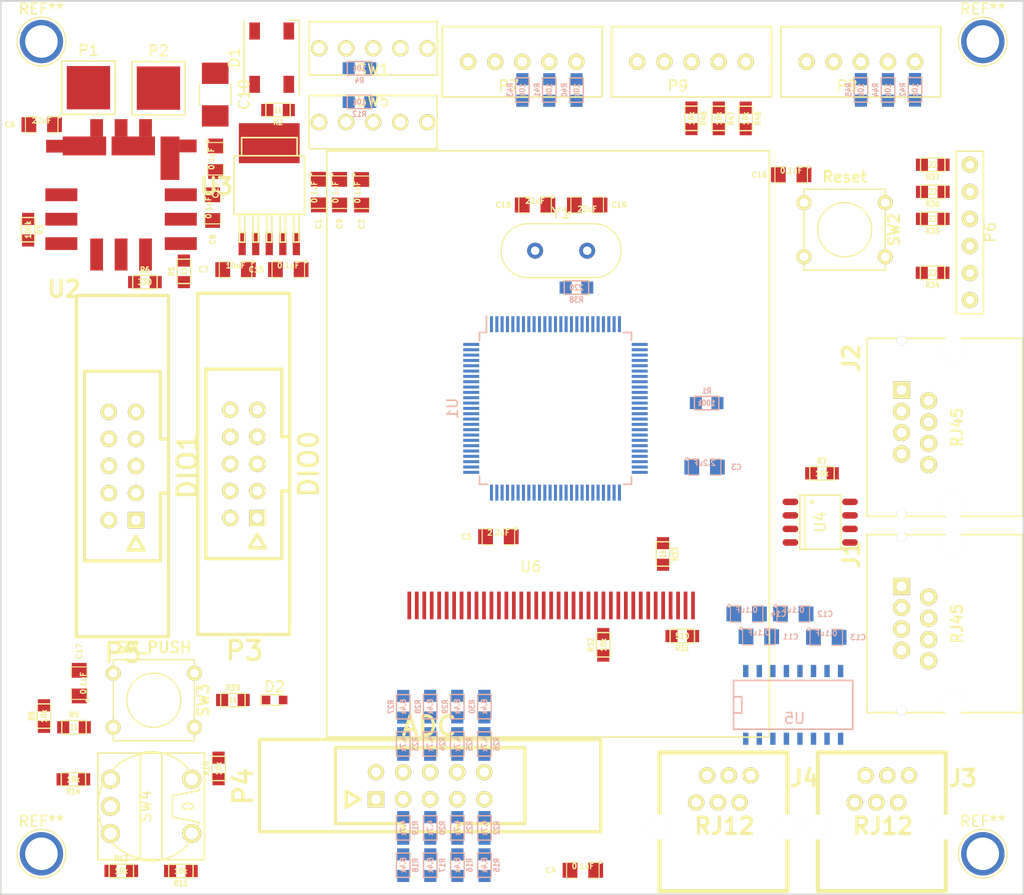
<source format=kicad_pcb>
(kicad_pcb (version 4) (host pcbnew 4.0.1-stable)

  (general
    (links 285)
    (no_connects 285)
    (area 71.679999 46.677 357.771076 168.875562)
    (thickness 1.6)
    (drawings 4)
    (tracks 0)
    (zones 0)
    (modules 99)
    (nets 123)
  )

  (page A4)
  (layers
    (0 F.Cu signal)
    (31 B.Cu signal)
    (32 B.Adhes user)
    (33 F.Adhes user)
    (34 B.Paste user)
    (35 F.Paste user)
    (36 B.SilkS user)
    (37 F.SilkS user)
    (38 B.Mask user)
    (39 F.Mask user)
    (40 Dwgs.User user)
    (41 Cmts.User user)
    (42 Eco1.User user)
    (43 Eco2.User user)
    (44 Edge.Cuts user)
    (45 Margin user)
    (46 B.CrtYd user)
    (47 F.CrtYd user)
    (48 B.Fab user)
    (49 F.Fab user)
  )

  (setup
    (last_trace_width 0.203)
    (user_trace_width 0.305)
    (user_trace_width 0.5)
    (user_trace_width 0.75)
    (user_trace_width 1)
    (user_trace_width 1.5)
    (trace_clearance 0.15)
    (zone_clearance 0.015)
    (zone_45_only yes)
    (trace_min 0.2)
    (segment_width 0.2)
    (edge_width 0.15)
    (via_size 0.6)
    (via_drill 0.4)
    (via_min_size 0.4)
    (via_min_drill 0.3)
    (uvia_size 0.3)
    (uvia_drill 0.1)
    (uvias_allowed no)
    (uvia_min_size 0.2)
    (uvia_min_drill 0.1)
    (pcb_text_width 0.3)
    (pcb_text_size 1.5 1.5)
    (mod_edge_width 0.15)
    (mod_text_size 1 1)
    (mod_text_width 0.15)
    (pad_size 4.064 4.064)
    (pad_drill 3.048)
    (pad_to_mask_clearance 0.2)
    (aux_axis_origin 0 0)
    (visible_elements 7FFFF7FF)
    (pcbplotparams
      (layerselection 0x00030_80000001)
      (usegerberextensions false)
      (excludeedgelayer true)
      (linewidth 0.100000)
      (plotframeref false)
      (viasonmask false)
      (mode 1)
      (useauxorigin false)
      (hpglpennumber 1)
      (hpglpenspeed 20)
      (hpglpendiameter 15)
      (hpglpenoverlay 2)
      (psnegative false)
      (psa4output false)
      (plotreference true)
      (plotvalue true)
      (plotinvisibletext false)
      (padsonsilk false)
      (subtractmaskfromsilk false)
      (outputformat 1)
      (mirror false)
      (drillshape 1)
      (scaleselection 1)
      (outputdirectory ""))
  )

  (net 0 "")
  (net 1 +3V3)
  (net 2 GND)
  (net 3 "Net-(C3-Pad1)")
  (net 4 "Net-(C5-Pad1)")
  (net 5 +12V)
  (net 6 +5V)
  (net 7 "Net-(C11-Pad1)")
  (net 8 "Net-(C11-Pad2)")
  (net 9 "Net-(C12-Pad1)")
  (net 10 "Net-(C12-Pad2)")
  (net 11 "Net-(C13-Pad1)")
  (net 12 "Net-(C14-Pad2)")
  (net 13 NRST)
  (net 14 PushSW)
  (net 15 OSC_IN)
  (net 16 "Net-(C19-Pad2)")
  (net 17 +5VP)
  (net 18 "Net-(D1-Pad2)")
  (net 19 LED)
  (net 20 "Net-(D2-Pad1)")
  (net 21 "Net-(J1-Pad7)")
  (net 22 +3.3VP)
  (net 23 "Net-(J1-Pad8)")
  (net 24 "Net-(J3-Pad4)")
  (net 25 "Net-(J3-Pad5)")
  (net 26 "Net-(J4-Pad4)")
  (net 27 "Net-(J4-Pad5)")
  (net 28 DIO0_0)
  (net 29 DIO0_1)
  (net 30 DIO0_2)
  (net 31 DIO0_3)
  (net 32 DIO0_4)
  (net 33 DIO0_5)
  (net 34 DIO0_6)
  (net 35 DIO0_7)
  (net 36 "Net-(P4-Pad3)")
  (net 37 "Net-(P4-Pad4)")
  (net 38 "Net-(P4-Pad5)")
  (net 39 "Net-(P4-Pad6)")
  (net 40 "Net-(P4-Pad7)")
  (net 41 "Net-(P4-Pad8)")
  (net 42 "Net-(P4-Pad9)")
  (net 43 "Net-(P4-Pad10)")
  (net 44 DIO1_0)
  (net 45 DIO1_1)
  (net 46 DIO1_2)
  (net 47 DIO1_3)
  (net 48 DIO1_4)
  (net 49 DIO1_5)
  (net 50 DIO1_6)
  (net 51 DIO1_7)
  (net 52 "Net-(P6-Pad2)")
  (net 53 "Net-(P6-Pad4)")
  (net 54 "Net-(P6-Pad5)")
  (net 55 "Net-(P6-Pad6)")
  (net 56 ENC0_A)
  (net 57 ENC0_B)
  (net 58 ENC0_Z)
  (net 59 ENC2_A)
  (net 60 ENC2_B)
  (net 61 ENC2_Z)
  (net 62 ENC1_A)
  (net 63 ENC1_B)
  (net 64 ENC1_Z)
  (net 65 "Net-(R1-Pad1)")
  (net 66 "Net-(R3-Pad2)")
  (net 67 "Net-(R4-Pad1)")
  (net 68 "Net-(R5-Pad1)")
  (net 69 "Net-(R5-Pad2)")
  (net 70 "Net-(R7-Pad1)")
  (net 71 "Net-(R8-Pad2)")
  (net 72 RotarySW0)
  (net 73 RotarySW1)
  (net 74 Write)
  (net 75 RotarySW2)
  (net 76 RotarySW3)
  (net 77 ADC6)
  (net 78 ADC4)
  (net 79 ADC2)
  (net 80 ADC0)
  (net 81 ADC1)
  (net 82 ADC3)
  (net 83 ADC5)
  (net 84 ADC7)
  (net 85 "Net-(R31-Pad1)")
  (net 86 "Net-(R32-Pad1)")
  (net 87 "Net-(R33-Pad1)")
  (net 88 SWCLK)
  (net 89 SWDIO)
  (net 90 SWO)
  (net 91 OSC_OUT)
  (net 92 XL)
  (net 93 YB)
  (net 94 XR)
  (net 95 YT)
  (net 96 FSMC_D4)
  (net 97 FSMC_D5)
  (net 98 FSMC_D6)
  (net 99 FSMC_D7)
  (net 100 FSMC_D8)
  (net 101 FSMC_D9)
  (net 102 FSMC_D10)
  (net 103 FSMC_D11)
  (net 104 FSMC_D12)
  (net 105 FSMC_D13)
  (net 106 FSMC_D14)
  (net 107 FSMC_D15)
  (net 108 RS)
  (net 109 FSMC_D0)
  (net 110 FSMC_D1)
  (net 111 "RS-232(Controller)_TX")
  (net 112 "RS-232(Controller)_RX")
  (net 113 "RS-232(PC)_TX")
  (net 114 "RS-232(PC)_RX")
  (net 115 FSMC_D2)
  (net 116 FSMC_D3)
  (net 117 RST)
  (net 118 RD)
  (net 119 WR)
  (net 120 CS)
  (net 121 CAN_RX)
  (net 122 CAN_TX)

  (net_class Default "これは標準のネット クラスです。"
    (clearance 0.15)
    (trace_width 0.203)
    (via_dia 0.6)
    (via_drill 0.4)
    (uvia_dia 0.3)
    (uvia_drill 0.1)
    (add_net +12V)
    (add_net +3.3VP)
    (add_net +3V3)
    (add_net +5V)
    (add_net +5VP)
    (add_net ADC0)
    (add_net ADC1)
    (add_net ADC2)
    (add_net ADC3)
    (add_net ADC4)
    (add_net ADC5)
    (add_net ADC6)
    (add_net ADC7)
    (add_net CAN_RX)
    (add_net CAN_TX)
    (add_net CS)
    (add_net DIO0_0)
    (add_net DIO0_1)
    (add_net DIO0_2)
    (add_net DIO0_3)
    (add_net DIO0_4)
    (add_net DIO0_5)
    (add_net DIO0_6)
    (add_net DIO0_7)
    (add_net DIO1_0)
    (add_net DIO1_1)
    (add_net DIO1_2)
    (add_net DIO1_3)
    (add_net DIO1_4)
    (add_net DIO1_5)
    (add_net DIO1_6)
    (add_net DIO1_7)
    (add_net ENC0_A)
    (add_net ENC0_B)
    (add_net ENC0_Z)
    (add_net ENC1_A)
    (add_net ENC1_B)
    (add_net ENC1_Z)
    (add_net ENC2_A)
    (add_net ENC2_B)
    (add_net ENC2_Z)
    (add_net FSMC_D0)
    (add_net FSMC_D1)
    (add_net FSMC_D10)
    (add_net FSMC_D11)
    (add_net FSMC_D12)
    (add_net FSMC_D13)
    (add_net FSMC_D14)
    (add_net FSMC_D15)
    (add_net FSMC_D2)
    (add_net FSMC_D3)
    (add_net FSMC_D4)
    (add_net FSMC_D5)
    (add_net FSMC_D6)
    (add_net FSMC_D7)
    (add_net FSMC_D8)
    (add_net FSMC_D9)
    (add_net GND)
    (add_net LED)
    (add_net NRST)
    (add_net "Net-(C11-Pad1)")
    (add_net "Net-(C11-Pad2)")
    (add_net "Net-(C12-Pad1)")
    (add_net "Net-(C12-Pad2)")
    (add_net "Net-(C13-Pad1)")
    (add_net "Net-(C14-Pad2)")
    (add_net "Net-(C19-Pad2)")
    (add_net "Net-(C3-Pad1)")
    (add_net "Net-(C5-Pad1)")
    (add_net "Net-(D1-Pad2)")
    (add_net "Net-(D2-Pad1)")
    (add_net "Net-(J1-Pad7)")
    (add_net "Net-(J1-Pad8)")
    (add_net "Net-(J3-Pad4)")
    (add_net "Net-(J3-Pad5)")
    (add_net "Net-(J4-Pad4)")
    (add_net "Net-(J4-Pad5)")
    (add_net "Net-(P4-Pad10)")
    (add_net "Net-(P4-Pad3)")
    (add_net "Net-(P4-Pad4)")
    (add_net "Net-(P4-Pad5)")
    (add_net "Net-(P4-Pad6)")
    (add_net "Net-(P4-Pad7)")
    (add_net "Net-(P4-Pad8)")
    (add_net "Net-(P4-Pad9)")
    (add_net "Net-(P6-Pad2)")
    (add_net "Net-(P6-Pad4)")
    (add_net "Net-(P6-Pad5)")
    (add_net "Net-(P6-Pad6)")
    (add_net "Net-(R1-Pad1)")
    (add_net "Net-(R3-Pad2)")
    (add_net "Net-(R31-Pad1)")
    (add_net "Net-(R32-Pad1)")
    (add_net "Net-(R33-Pad1)")
    (add_net "Net-(R4-Pad1)")
    (add_net "Net-(R5-Pad1)")
    (add_net "Net-(R5-Pad2)")
    (add_net "Net-(R7-Pad1)")
    (add_net "Net-(R8-Pad2)")
    (add_net OSC_IN)
    (add_net OSC_OUT)
    (add_net PushSW)
    (add_net RD)
    (add_net RS)
    (add_net "RS-232(Controller)_RX")
    (add_net "RS-232(Controller)_TX")
    (add_net "RS-232(PC)_RX")
    (add_net "RS-232(PC)_TX")
    (add_net RST)
    (add_net RotarySW0)
    (add_net RotarySW1)
    (add_net RotarySW2)
    (add_net RotarySW3)
    (add_net SWCLK)
    (add_net SWDIO)
    (add_net SWO)
    (add_net WR)
    (add_net Write)
    (add_net XL)
    (add_net XR)
    (add_net YB)
    (add_net YT)
  )

  (module robocon_pcb:7810-8P8C (layer F.Cu) (tedit 560CD89B) (tstamp 58A941F9)
    (at 158.75 105.41 90)
    (tags RJ45)
    (path /589AA5D3/58A2F3E9)
    (fp_text reference J1 (at 6.477 -7.239 90) (layer F.SilkS)
      (effects (font (thickness 0.3048)))
    )
    (fp_text value RJ45 (at 0 2.667 90) (layer F.SilkS)
      (effects (font (size 1.00076 1.00076) (thickness 0.2032)))
    )
    (fp_line (start -8.35 8.8) (end -8.35 -5.8) (layer F.SilkS) (width 0.15))
    (fp_line (start -8.35 -5.8) (end 8.35 -5.8) (layer F.SilkS) (width 0.15))
    (fp_line (start 8.35 -5.8) (end 8.35 8.8) (layer F.SilkS) (width 0.15))
    (fp_line (start 8.35 8.8) (end -8.35 8.8) (layer F.SilkS) (width 0.15))
    (pad "" np_thru_hole circle (at -7.4 2.3 90) (size 2.4 2.4) (drill 2.4) (layers *.Cu *.Mask F.SilkS))
    (pad "" np_thru_hole circle (at 7.4 2.3 90) (size 2.4 2.4) (drill 2.4) (layers *.Cu *.Mask F.SilkS))
    (pad "" thru_hole circle (at -8.125 -2.54 90) (size 0.9 0.9) (drill 0.9) (layers *.Cu *.Mask F.SilkS))
    (pad "" thru_hole circle (at 8.125 -2.54 90) (size 0.9 0.9) (drill 0.9) (layers *.Cu *.Mask F.SilkS))
    (pad 7 thru_hole circle (at -2.5 -2.54 90) (size 1.6 1.6) (drill 0.9) (layers *.Cu *.Mask F.SilkS)
      (net 21 "Net-(J1-Pad7)"))
    (pad 5 thru_hole circle (at -0.5 -2.54 90) (size 1.6 1.6) (drill 0.9) (layers *.Cu *.Mask F.SilkS)
      (net 2 GND))
    (pad 3 thru_hole circle (at 1.5 -2.54 90) (size 1.6 1.6) (drill 0.9) (layers *.Cu *.Mask F.SilkS)
      (net 17 +5VP))
    (pad 1 thru_hole rect (at 3.5 -2.54 90) (size 1.6 1.6) (drill 0.9) (layers *.Cu *.Mask F.SilkS)
      (net 22 +3.3VP))
    (pad 8 thru_hole circle (at -3.5 0 90) (size 1.6 1.6) (drill 0.9) (layers *.Cu *.Mask F.SilkS)
      (net 23 "Net-(J1-Pad8)"))
    (pad 6 thru_hole circle (at -1.5 0 90) (size 1.6 1.6) (drill 0.9) (layers *.Cu *.Mask F.SilkS)
      (net 2 GND))
    (pad 4 thru_hole circle (at 0.5 0 90) (size 1.6 1.6) (drill 0.9) (layers *.Cu *.Mask F.SilkS)
      (net 17 +5VP))
    (pad 2 thru_hole circle (at 2.5 0 90) (size 1.6 1.6) (drill 0.9) (layers *.Cu *.Mask F.SilkS)
      (net 22 +3.3VP))
    (model connectors/RJ45_8.wrl
      (at (xyz 0 0 0))
      (scale (xyz 0.4 0.4 0.4))
      (rotate (xyz 0 0 0))
    )
  )

  (module Connect:1pin (layer F.Cu) (tedit 58B666CA) (tstamp 58B667DA)
    (at 163.83 50.8)
    (descr "module 1 pin (ou trou mecanique de percage)")
    (tags DEV)
    (fp_text reference REF** (at 0 -3.048) (layer F.SilkS)
      (effects (font (size 1 1) (thickness 0.15)))
    )
    (fp_text value 1pin (at 0 3) (layer F.Fab)
      (effects (font (size 1 1) (thickness 0.15)))
    )
    (fp_circle (center 0 0) (end 2 0.8) (layer F.Fab) (width 0.1))
    (fp_circle (center 0 0) (end 2.6 0) (layer F.CrtYd) (width 0.05))
    (fp_circle (center 0 0) (end 0 -2.286) (layer F.SilkS) (width 0.12))
    (pad 1 thru_hole circle (at 0 0) (size 4.064 4.064) (drill 3.048) (layers *.Cu *.Mask))
  )

  (module Connect:1pin (layer F.Cu) (tedit 58B666CA) (tstamp 58B667B7)
    (at 163.83 127)
    (descr "module 1 pin (ou trou mecanique de percage)")
    (tags DEV)
    (fp_text reference REF** (at 0 -3.048) (layer F.SilkS)
      (effects (font (size 1 1) (thickness 0.15)))
    )
    (fp_text value 1pin (at 0 3) (layer F.Fab)
      (effects (font (size 1 1) (thickness 0.15)))
    )
    (fp_circle (center 0 0) (end 2 0.8) (layer F.Fab) (width 0.1))
    (fp_circle (center 0 0) (end 2.6 0) (layer F.CrtYd) (width 0.05))
    (fp_circle (center 0 0) (end 0 -2.286) (layer F.SilkS) (width 0.12))
    (pad 1 thru_hole circle (at 0 0) (size 4.064 4.064) (drill 3.048) (layers *.Cu *.Mask))
  )

  (module Connect:1pin (layer F.Cu) (tedit 58B666CA) (tstamp 58B6679A)
    (at 75.565 50.8)
    (descr "module 1 pin (ou trou mecanique de percage)")
    (tags DEV)
    (fp_text reference REF** (at 0 -3.048) (layer F.SilkS)
      (effects (font (size 1 1) (thickness 0.15)))
    )
    (fp_text value 1pin (at 0 3) (layer F.Fab)
      (effects (font (size 1 1) (thickness 0.15)))
    )
    (fp_circle (center 0 0) (end 2 0.8) (layer F.Fab) (width 0.1))
    (fp_circle (center 0 0) (end 2.6 0) (layer F.CrtYd) (width 0.05))
    (fp_circle (center 0 0) (end 0 -2.286) (layer F.SilkS) (width 0.12))
    (pad 1 thru_hole circle (at 0 0) (size 4.064 4.064) (drill 3.048) (layers *.Cu *.Mask))
  )

  (module robocon_pcb:SM0805_EXP0.5mm (layer F.Cu) (tedit 56D66AC8) (tstamp 58A94169)
    (at 101.53904 64.9224 270)
    (path /589FAEE5)
    (attr smd)
    (fp_text reference C1 (at 2.9845 0 270) (layer F.SilkS)
      (effects (font (size 0.50038 0.50038) (thickness 0.10922)))
    )
    (fp_text value 0.1uF (at 0 0.381 270) (layer F.SilkS)
      (effects (font (size 0.50038 0.50038) (thickness 0.10922)))
    )
    (fp_circle (center -1.651 0.762) (end -1.651 0.635) (layer F.SilkS) (width 0.09906))
    (fp_line (start -0.508 0.762) (end -1.524 0.762) (layer F.SilkS) (width 0.09906))
    (fp_line (start -1.524 0.762) (end -1.524 -0.762) (layer F.SilkS) (width 0.09906))
    (fp_line (start -1.524 -0.762) (end -0.508 -0.762) (layer F.SilkS) (width 0.09906))
    (fp_line (start 0.508 -0.762) (end 1.524 -0.762) (layer F.SilkS) (width 0.09906))
    (fp_line (start 1.524 -0.762) (end 1.524 0.762) (layer F.SilkS) (width 0.09906))
    (fp_line (start 1.524 0.762) (end 0.508 0.762) (layer F.SilkS) (width 0.09906))
    (pad 1 smd rect (at -1.2025 0 270) (size 1.389 1.397) (layers F.Cu F.Paste F.Mask)
      (net 1 +3V3))
    (pad 2 smd rect (at 1.2025 0 270) (size 1.389 1.397) (layers F.Cu F.Paste F.Mask)
      (net 2 GND))
    (model smd/chip_cms.wrl
      (at (xyz 0 0 0))
      (scale (xyz 0.1 0.1 0.1))
      (rotate (xyz 0 0 0))
    )
  )

  (module robocon_pcb:SM0805_EXP0.5mm (layer F.Cu) (tedit 56D66AC8) (tstamp 58A9416F)
    (at 105.58272 64.94272 270)
    (path /589FAF86)
    (attr smd)
    (fp_text reference C2 (at 2.9845 0 270) (layer F.SilkS)
      (effects (font (size 0.50038 0.50038) (thickness 0.10922)))
    )
    (fp_text value 0.1uF (at 0 0.381 270) (layer F.SilkS)
      (effects (font (size 0.50038 0.50038) (thickness 0.10922)))
    )
    (fp_circle (center -1.651 0.762) (end -1.651 0.635) (layer F.SilkS) (width 0.09906))
    (fp_line (start -0.508 0.762) (end -1.524 0.762) (layer F.SilkS) (width 0.09906))
    (fp_line (start -1.524 0.762) (end -1.524 -0.762) (layer F.SilkS) (width 0.09906))
    (fp_line (start -1.524 -0.762) (end -0.508 -0.762) (layer F.SilkS) (width 0.09906))
    (fp_line (start 0.508 -0.762) (end 1.524 -0.762) (layer F.SilkS) (width 0.09906))
    (fp_line (start 1.524 -0.762) (end 1.524 0.762) (layer F.SilkS) (width 0.09906))
    (fp_line (start 1.524 0.762) (end 0.508 0.762) (layer F.SilkS) (width 0.09906))
    (pad 1 smd rect (at -1.2025 0 270) (size 1.389 1.397) (layers F.Cu F.Paste F.Mask)
      (net 1 +3V3))
    (pad 2 smd rect (at 1.2025 0 270) (size 1.389 1.397) (layers F.Cu F.Paste F.Mask)
      (net 2 GND))
    (model smd/chip_cms.wrl
      (at (xyz 0 0 0))
      (scale (xyz 0.1 0.1 0.1))
      (rotate (xyz 0 0 0))
    )
  )

  (module robocon_pcb:SM0805_EXP0.5mm (layer B.Cu) (tedit 56D66AC8) (tstamp 58A94175)
    (at 137.7442 90.72372)
    (path /589FAA7C)
    (attr smd)
    (fp_text reference C3 (at 2.9845 0) (layer B.SilkS)
      (effects (font (size 0.50038 0.50038) (thickness 0.10922)) (justify mirror))
    )
    (fp_text value 2.2uF (at 0 -0.381) (layer B.SilkS)
      (effects (font (size 0.50038 0.50038) (thickness 0.10922)) (justify mirror))
    )
    (fp_circle (center -1.651 -0.762) (end -1.651 -0.635) (layer B.SilkS) (width 0.09906))
    (fp_line (start -0.508 -0.762) (end -1.524 -0.762) (layer B.SilkS) (width 0.09906))
    (fp_line (start -1.524 -0.762) (end -1.524 0.762) (layer B.SilkS) (width 0.09906))
    (fp_line (start -1.524 0.762) (end -0.508 0.762) (layer B.SilkS) (width 0.09906))
    (fp_line (start 0.508 0.762) (end 1.524 0.762) (layer B.SilkS) (width 0.09906))
    (fp_line (start 1.524 0.762) (end 1.524 -0.762) (layer B.SilkS) (width 0.09906))
    (fp_line (start 1.524 -0.762) (end 0.508 -0.762) (layer B.SilkS) (width 0.09906))
    (pad 1 smd rect (at -1.2025 0) (size 1.389 1.397) (layers B.Cu B.Paste B.Mask)
      (net 3 "Net-(C3-Pad1)"))
    (pad 2 smd rect (at 1.2025 0) (size 1.389 1.397) (layers B.Cu B.Paste B.Mask)
      (net 2 GND))
    (model smd/chip_cms.wrl
      (at (xyz 0 0 0))
      (scale (xyz 0.1 0.1 0.1))
      (rotate (xyz 0 0 0))
    )
  )

  (module robocon_pcb:SM0805_EXP0.5mm (layer F.Cu) (tedit 56D66AC8) (tstamp 58A9417B)
    (at 126.32944 128.5494 180)
    (path /589FB1E1)
    (attr smd)
    (fp_text reference C4 (at 2.9845 0 180) (layer F.SilkS)
      (effects (font (size 0.50038 0.50038) (thickness 0.10922)))
    )
    (fp_text value 0.1uF (at 0 0.381 180) (layer F.SilkS)
      (effects (font (size 0.50038 0.50038) (thickness 0.10922)))
    )
    (fp_circle (center -1.651 0.762) (end -1.651 0.635) (layer F.SilkS) (width 0.09906))
    (fp_line (start -0.508 0.762) (end -1.524 0.762) (layer F.SilkS) (width 0.09906))
    (fp_line (start -1.524 0.762) (end -1.524 -0.762) (layer F.SilkS) (width 0.09906))
    (fp_line (start -1.524 -0.762) (end -0.508 -0.762) (layer F.SilkS) (width 0.09906))
    (fp_line (start 0.508 -0.762) (end 1.524 -0.762) (layer F.SilkS) (width 0.09906))
    (fp_line (start 1.524 -0.762) (end 1.524 0.762) (layer F.SilkS) (width 0.09906))
    (fp_line (start 1.524 0.762) (end 0.508 0.762) (layer F.SilkS) (width 0.09906))
    (pad 1 smd rect (at -1.2025 0 180) (size 1.389 1.397) (layers F.Cu F.Paste F.Mask)
      (net 1 +3V3))
    (pad 2 smd rect (at 1.2025 0 180) (size 1.389 1.397) (layers F.Cu F.Paste F.Mask)
      (net 2 GND))
    (model smd/chip_cms.wrl
      (at (xyz 0 0 0))
      (scale (xyz 0.1 0.1 0.1))
      (rotate (xyz 0 0 0))
    )
  )

  (module robocon_pcb:SM0805_EXP0.5mm (layer F.Cu) (tedit 56D66AC8) (tstamp 58A94181)
    (at 118.40972 97.26168 180)
    (path /589FAAA6)
    (attr smd)
    (fp_text reference C5 (at 2.9845 0 180) (layer F.SilkS)
      (effects (font (size 0.50038 0.50038) (thickness 0.10922)))
    )
    (fp_text value 2.2uF (at 0 0.381 180) (layer F.SilkS)
      (effects (font (size 0.50038 0.50038) (thickness 0.10922)))
    )
    (fp_circle (center -1.651 0.762) (end -1.651 0.635) (layer F.SilkS) (width 0.09906))
    (fp_line (start -0.508 0.762) (end -1.524 0.762) (layer F.SilkS) (width 0.09906))
    (fp_line (start -1.524 0.762) (end -1.524 -0.762) (layer F.SilkS) (width 0.09906))
    (fp_line (start -1.524 -0.762) (end -0.508 -0.762) (layer F.SilkS) (width 0.09906))
    (fp_line (start 0.508 -0.762) (end 1.524 -0.762) (layer F.SilkS) (width 0.09906))
    (fp_line (start 1.524 -0.762) (end 1.524 0.762) (layer F.SilkS) (width 0.09906))
    (fp_line (start 1.524 0.762) (end 0.508 0.762) (layer F.SilkS) (width 0.09906))
    (pad 1 smd rect (at -1.2025 0 180) (size 1.389 1.397) (layers F.Cu F.Paste F.Mask)
      (net 4 "Net-(C5-Pad1)"))
    (pad 2 smd rect (at 1.2025 0 180) (size 1.389 1.397) (layers F.Cu F.Paste F.Mask)
      (net 2 GND))
    (model smd/chip_cms.wrl
      (at (xyz 0 0 0))
      (scale (xyz 0.1 0.1 0.1))
      (rotate (xyz 0 0 0))
    )
  )

  (module robocon_pcb:SM0805_EXP0.5mm (layer F.Cu) (tedit 56D66AC8) (tstamp 58A94187)
    (at 75.5904 58.5978 180)
    (path /589AA5CF/589F5486)
    (attr smd)
    (fp_text reference C6 (at 2.9845 0 180) (layer F.SilkS)
      (effects (font (size 0.50038 0.50038) (thickness 0.10922)))
    )
    (fp_text value 22uF (at 0 0.381 180) (layer F.SilkS)
      (effects (font (size 0.50038 0.50038) (thickness 0.10922)))
    )
    (fp_circle (center -1.651 0.762) (end -1.651 0.635) (layer F.SilkS) (width 0.09906))
    (fp_line (start -0.508 0.762) (end -1.524 0.762) (layer F.SilkS) (width 0.09906))
    (fp_line (start -1.524 0.762) (end -1.524 -0.762) (layer F.SilkS) (width 0.09906))
    (fp_line (start -1.524 -0.762) (end -0.508 -0.762) (layer F.SilkS) (width 0.09906))
    (fp_line (start 0.508 -0.762) (end 1.524 -0.762) (layer F.SilkS) (width 0.09906))
    (fp_line (start 1.524 -0.762) (end 1.524 0.762) (layer F.SilkS) (width 0.09906))
    (fp_line (start 1.524 0.762) (end 0.508 0.762) (layer F.SilkS) (width 0.09906))
    (pad 1 smd rect (at -1.2025 0 180) (size 1.389 1.397) (layers F.Cu F.Paste F.Mask)
      (net 5 +12V))
    (pad 2 smd rect (at 1.2025 0 180) (size 1.389 1.397) (layers F.Cu F.Paste F.Mask)
      (net 2 GND))
    (model smd/chip_cms.wrl
      (at (xyz 0 0 0))
      (scale (xyz 0.1 0.1 0.1))
      (rotate (xyz 0 0 0))
    )
  )

  (module robocon_pcb:SM0805_EXP0.5mm (layer F.Cu) (tedit 56D66AC8) (tstamp 58A9418D)
    (at 93.76664 72.19696 180)
    (path /589AA5CF/589F5380)
    (attr smd)
    (fp_text reference C7 (at 2.9845 0 180) (layer F.SilkS)
      (effects (font (size 0.50038 0.50038) (thickness 0.10922)))
    )
    (fp_text value 10uF (at 0 0.381 180) (layer F.SilkS)
      (effects (font (size 0.50038 0.50038) (thickness 0.10922)))
    )
    (fp_circle (center -1.651 0.762) (end -1.651 0.635) (layer F.SilkS) (width 0.09906))
    (fp_line (start -0.508 0.762) (end -1.524 0.762) (layer F.SilkS) (width 0.09906))
    (fp_line (start -1.524 0.762) (end -1.524 -0.762) (layer F.SilkS) (width 0.09906))
    (fp_line (start -1.524 -0.762) (end -0.508 -0.762) (layer F.SilkS) (width 0.09906))
    (fp_line (start 0.508 -0.762) (end 1.524 -0.762) (layer F.SilkS) (width 0.09906))
    (fp_line (start 1.524 -0.762) (end 1.524 0.762) (layer F.SilkS) (width 0.09906))
    (fp_line (start 1.524 0.762) (end 0.508 0.762) (layer F.SilkS) (width 0.09906))
    (pad 1 smd rect (at -1.2025 0 180) (size 1.389 1.397) (layers F.Cu F.Paste F.Mask)
      (net 6 +5V))
    (pad 2 smd rect (at 1.2025 0 180) (size 1.389 1.397) (layers F.Cu F.Paste F.Mask)
      (net 2 GND))
    (model smd/chip_cms.wrl
      (at (xyz 0 0 0))
      (scale (xyz 0.1 0.1 0.1))
      (rotate (xyz 0 0 0))
    )
  )

  (module robocon_pcb:SM0805_EXP0.5mm (layer F.Cu) (tedit 56D66AC8) (tstamp 58A94193)
    (at 91.6178 66.3829 270)
    (path /589AA5CF/589F5AC6)
    (attr smd)
    (fp_text reference C8 (at 2.9845 0 270) (layer F.SilkS)
      (effects (font (size 0.50038 0.50038) (thickness 0.10922)))
    )
    (fp_text value 0.1uF (at 0 0.381 270) (layer F.SilkS)
      (effects (font (size 0.50038 0.50038) (thickness 0.10922)))
    )
    (fp_circle (center -1.651 0.762) (end -1.651 0.635) (layer F.SilkS) (width 0.09906))
    (fp_line (start -0.508 0.762) (end -1.524 0.762) (layer F.SilkS) (width 0.09906))
    (fp_line (start -1.524 0.762) (end -1.524 -0.762) (layer F.SilkS) (width 0.09906))
    (fp_line (start -1.524 -0.762) (end -0.508 -0.762) (layer F.SilkS) (width 0.09906))
    (fp_line (start 0.508 -0.762) (end 1.524 -0.762) (layer F.SilkS) (width 0.09906))
    (fp_line (start 1.524 -0.762) (end 1.524 0.762) (layer F.SilkS) (width 0.09906))
    (fp_line (start 1.524 0.762) (end 0.508 0.762) (layer F.SilkS) (width 0.09906))
    (pad 1 smd rect (at -1.2025 0 270) (size 1.389 1.397) (layers F.Cu F.Paste F.Mask)
      (net 6 +5V))
    (pad 2 smd rect (at 1.2025 0 270) (size 1.389 1.397) (layers F.Cu F.Paste F.Mask)
      (net 1 +3V3))
    (model smd/chip_cms.wrl
      (at (xyz 0 0 0))
      (scale (xyz 0.1 0.1 0.1))
      (rotate (xyz 0 0 0))
    )
  )

  (module robocon_pcb:SM0805_EXP0.5mm (layer F.Cu) (tedit 56D66AC8) (tstamp 58A94199)
    (at 103.52024 64.93256 270)
    (path /589AA5CF/589F5F60)
    (attr smd)
    (fp_text reference C9 (at 2.9845 0 270) (layer F.SilkS)
      (effects (font (size 0.50038 0.50038) (thickness 0.10922)))
    )
    (fp_text value 0.1uF (at 0 0.381 270) (layer F.SilkS)
      (effects (font (size 0.50038 0.50038) (thickness 0.10922)))
    )
    (fp_circle (center -1.651 0.762) (end -1.651 0.635) (layer F.SilkS) (width 0.09906))
    (fp_line (start -0.508 0.762) (end -1.524 0.762) (layer F.SilkS) (width 0.09906))
    (fp_line (start -1.524 0.762) (end -1.524 -0.762) (layer F.SilkS) (width 0.09906))
    (fp_line (start -1.524 -0.762) (end -0.508 -0.762) (layer F.SilkS) (width 0.09906))
    (fp_line (start 0.508 -0.762) (end 1.524 -0.762) (layer F.SilkS) (width 0.09906))
    (fp_line (start 1.524 -0.762) (end 1.524 0.762) (layer F.SilkS) (width 0.09906))
    (fp_line (start 1.524 0.762) (end 0.508 0.762) (layer F.SilkS) (width 0.09906))
    (pad 1 smd rect (at -1.2025 0 270) (size 1.389 1.397) (layers F.Cu F.Paste F.Mask)
      (net 1 +3V3))
    (pad 2 smd rect (at 1.2025 0 270) (size 1.389 1.397) (layers F.Cu F.Paste F.Mask)
      (net 2 GND))
    (model smd/chip_cms.wrl
      (at (xyz 0 0 0))
      (scale (xyz 0.1 0.1 0.1))
      (rotate (xyz 0 0 0))
    )
  )

  (module Capacitors_SMD:C_1210_HandSoldering (layer F.Cu) (tedit 541A9C39) (tstamp 58A9419F)
    (at 91.86164 55.7784 270)
    (descr "Capacitor SMD 1210, hand soldering")
    (tags "capacitor 1210")
    (path /589AA5CF/589F5B07)
    (attr smd)
    (fp_text reference C10 (at 0 -2.7 270) (layer F.SilkS)
      (effects (font (size 1 1) (thickness 0.15)))
    )
    (fp_text value 47uF (at 0 2.7 270) (layer F.Fab)
      (effects (font (size 1 1) (thickness 0.15)))
    )
    (fp_line (start -1.6 1.25) (end -1.6 -1.25) (layer F.Fab) (width 0.1))
    (fp_line (start 1.6 1.25) (end -1.6 1.25) (layer F.Fab) (width 0.1))
    (fp_line (start 1.6 -1.25) (end 1.6 1.25) (layer F.Fab) (width 0.1))
    (fp_line (start -1.6 -1.25) (end 1.6 -1.25) (layer F.Fab) (width 0.1))
    (fp_line (start -3.3 -1.6) (end 3.3 -1.6) (layer F.CrtYd) (width 0.05))
    (fp_line (start -3.3 1.6) (end 3.3 1.6) (layer F.CrtYd) (width 0.05))
    (fp_line (start -3.3 -1.6) (end -3.3 1.6) (layer F.CrtYd) (width 0.05))
    (fp_line (start 3.3 -1.6) (end 3.3 1.6) (layer F.CrtYd) (width 0.05))
    (fp_line (start 1 -1.475) (end -1 -1.475) (layer F.SilkS) (width 0.12))
    (fp_line (start -1 1.475) (end 1 1.475) (layer F.SilkS) (width 0.12))
    (pad 1 smd rect (at -2 0 270) (size 2 2.5) (layers F.Cu F.Paste F.Mask)
      (net 2 GND))
    (pad 2 smd rect (at 2 0 270) (size 2 2.5) (layers F.Cu F.Paste F.Mask)
      (net 1 +3V3))
    (model Capacitors_SMD.3dshapes/C_1210_HandSoldering.wrl
      (at (xyz 0 0 0))
      (scale (xyz 1 1 1))
      (rotate (xyz 0 0 0))
    )
  )

  (module robocon_pcb:SM0805_EXP0.5mm (layer B.Cu) (tedit 56D66AC8) (tstamp 58A941A5)
    (at 142.82928 106.63428)
    (path /589AA672/589F6577)
    (attr smd)
    (fp_text reference C11 (at 2.9845 0) (layer B.SilkS)
      (effects (font (size 0.50038 0.50038) (thickness 0.10922)) (justify mirror))
    )
    (fp_text value 0.1uF (at 0 -0.381) (layer B.SilkS)
      (effects (font (size 0.50038 0.50038) (thickness 0.10922)) (justify mirror))
    )
    (fp_circle (center -1.651 -0.762) (end -1.651 -0.635) (layer B.SilkS) (width 0.09906))
    (fp_line (start -0.508 -0.762) (end -1.524 -0.762) (layer B.SilkS) (width 0.09906))
    (fp_line (start -1.524 -0.762) (end -1.524 0.762) (layer B.SilkS) (width 0.09906))
    (fp_line (start -1.524 0.762) (end -0.508 0.762) (layer B.SilkS) (width 0.09906))
    (fp_line (start 0.508 0.762) (end 1.524 0.762) (layer B.SilkS) (width 0.09906))
    (fp_line (start 1.524 0.762) (end 1.524 -0.762) (layer B.SilkS) (width 0.09906))
    (fp_line (start 1.524 -0.762) (end 0.508 -0.762) (layer B.SilkS) (width 0.09906))
    (pad 1 smd rect (at -1.2025 0) (size 1.389 1.397) (layers B.Cu B.Paste B.Mask)
      (net 7 "Net-(C11-Pad1)"))
    (pad 2 smd rect (at 1.2025 0) (size 1.389 1.397) (layers B.Cu B.Paste B.Mask)
      (net 8 "Net-(C11-Pad2)"))
    (model smd/chip_cms.wrl
      (at (xyz 0 0 0))
      (scale (xyz 0.1 0.1 0.1))
      (rotate (xyz 0 0 0))
    )
  )

  (module robocon_pcb:SM0805_EXP0.5mm (layer B.Cu) (tedit 56D66AC8) (tstamp 58A941AB)
    (at 146.06016 104.50068)
    (path /589AA672/589F65AE)
    (attr smd)
    (fp_text reference C12 (at 2.9845 0) (layer B.SilkS)
      (effects (font (size 0.50038 0.50038) (thickness 0.10922)) (justify mirror))
    )
    (fp_text value 0.1uF (at 0 -0.381) (layer B.SilkS)
      (effects (font (size 0.50038 0.50038) (thickness 0.10922)) (justify mirror))
    )
    (fp_circle (center -1.651 -0.762) (end -1.651 -0.635) (layer B.SilkS) (width 0.09906))
    (fp_line (start -0.508 -0.762) (end -1.524 -0.762) (layer B.SilkS) (width 0.09906))
    (fp_line (start -1.524 -0.762) (end -1.524 0.762) (layer B.SilkS) (width 0.09906))
    (fp_line (start -1.524 0.762) (end -0.508 0.762) (layer B.SilkS) (width 0.09906))
    (fp_line (start 0.508 0.762) (end 1.524 0.762) (layer B.SilkS) (width 0.09906))
    (fp_line (start 1.524 0.762) (end 1.524 -0.762) (layer B.SilkS) (width 0.09906))
    (fp_line (start 1.524 -0.762) (end 0.508 -0.762) (layer B.SilkS) (width 0.09906))
    (pad 1 smd rect (at -1.2025 0) (size 1.389 1.397) (layers B.Cu B.Paste B.Mask)
      (net 9 "Net-(C12-Pad1)"))
    (pad 2 smd rect (at 1.2025 0) (size 1.389 1.397) (layers B.Cu B.Paste B.Mask)
      (net 10 "Net-(C12-Pad2)"))
    (model smd/chip_cms.wrl
      (at (xyz 0 0 0))
      (scale (xyz 0.1 0.1 0.1))
      (rotate (xyz 0 0 0))
    )
  )

  (module robocon_pcb:SM0805_EXP0.5mm (layer B.Cu) (tedit 56D66AC8) (tstamp 58A941B1)
    (at 149.15388 106.69524)
    (path /589AA672/589F67EC)
    (attr smd)
    (fp_text reference C13 (at 2.9845 0) (layer B.SilkS)
      (effects (font (size 0.50038 0.50038) (thickness 0.10922)) (justify mirror))
    )
    (fp_text value 0.1uF (at 0 -0.381) (layer B.SilkS)
      (effects (font (size 0.50038 0.50038) (thickness 0.10922)) (justify mirror))
    )
    (fp_circle (center -1.651 -0.762) (end -1.651 -0.635) (layer B.SilkS) (width 0.09906))
    (fp_line (start -0.508 -0.762) (end -1.524 -0.762) (layer B.SilkS) (width 0.09906))
    (fp_line (start -1.524 -0.762) (end -1.524 0.762) (layer B.SilkS) (width 0.09906))
    (fp_line (start -1.524 0.762) (end -0.508 0.762) (layer B.SilkS) (width 0.09906))
    (fp_line (start 0.508 0.762) (end 1.524 0.762) (layer B.SilkS) (width 0.09906))
    (fp_line (start 1.524 0.762) (end 1.524 -0.762) (layer B.SilkS) (width 0.09906))
    (fp_line (start 1.524 -0.762) (end 0.508 -0.762) (layer B.SilkS) (width 0.09906))
    (pad 1 smd rect (at -1.2025 0) (size 1.389 1.397) (layers B.Cu B.Paste B.Mask)
      (net 11 "Net-(C13-Pad1)"))
    (pad 2 smd rect (at 1.2025 0) (size 1.389 1.397) (layers B.Cu B.Paste B.Mask)
      (net 2 GND))
    (model smd/chip_cms.wrl
      (at (xyz 0 0 0))
      (scale (xyz 0.1 0.1 0.1))
      (rotate (xyz 0 0 0))
    )
  )

  (module robocon_pcb:SM0805_EXP0.5mm (layer B.Cu) (tedit 56D66AC8) (tstamp 58A941B7)
    (at 141.68628 104.50068)
    (path /589AA672/589F661E)
    (attr smd)
    (fp_text reference C14 (at 2.9845 0) (layer B.SilkS)
      (effects (font (size 0.50038 0.50038) (thickness 0.10922)) (justify mirror))
    )
    (fp_text value 0.1uF (at 0 -0.381) (layer B.SilkS)
      (effects (font (size 0.50038 0.50038) (thickness 0.10922)) (justify mirror))
    )
    (fp_circle (center -1.651 -0.762) (end -1.651 -0.635) (layer B.SilkS) (width 0.09906))
    (fp_line (start -0.508 -0.762) (end -1.524 -0.762) (layer B.SilkS) (width 0.09906))
    (fp_line (start -1.524 -0.762) (end -1.524 0.762) (layer B.SilkS) (width 0.09906))
    (fp_line (start -1.524 0.762) (end -0.508 0.762) (layer B.SilkS) (width 0.09906))
    (fp_line (start 0.508 0.762) (end 1.524 0.762) (layer B.SilkS) (width 0.09906))
    (fp_line (start 1.524 0.762) (end 1.524 -0.762) (layer B.SilkS) (width 0.09906))
    (fp_line (start 1.524 -0.762) (end 0.508 -0.762) (layer B.SilkS) (width 0.09906))
    (pad 1 smd rect (at -1.2025 0) (size 1.389 1.397) (layers B.Cu B.Paste B.Mask)
      (net 1 +3V3))
    (pad 2 smd rect (at 1.2025 0) (size 1.389 1.397) (layers B.Cu B.Paste B.Mask)
      (net 12 "Net-(C14-Pad2)"))
    (model smd/chip_cms.wrl
      (at (xyz 0 0 0))
      (scale (xyz 0.1 0.1 0.1))
      (rotate (xyz 0 0 0))
    )
  )

  (module robocon_pcb:SM0805_EXP0.5mm (layer F.Cu) (tedit 56D66AC8) (tstamp 58A941BD)
    (at 98.70948 72.19696 180)
    (path /589AA672/589F6660)
    (attr smd)
    (fp_text reference C15 (at 2.9845 0 180) (layer F.SilkS)
      (effects (font (size 0.50038 0.50038) (thickness 0.10922)))
    )
    (fp_text value 0.1uF (at 0 0.381 180) (layer F.SilkS)
      (effects (font (size 0.50038 0.50038) (thickness 0.10922)))
    )
    (fp_circle (center -1.651 0.762) (end -1.651 0.635) (layer F.SilkS) (width 0.09906))
    (fp_line (start -0.508 0.762) (end -1.524 0.762) (layer F.SilkS) (width 0.09906))
    (fp_line (start -1.524 0.762) (end -1.524 -0.762) (layer F.SilkS) (width 0.09906))
    (fp_line (start -1.524 -0.762) (end -0.508 -0.762) (layer F.SilkS) (width 0.09906))
    (fp_line (start 0.508 -0.762) (end 1.524 -0.762) (layer F.SilkS) (width 0.09906))
    (fp_line (start 1.524 -0.762) (end 1.524 0.762) (layer F.SilkS) (width 0.09906))
    (fp_line (start 1.524 0.762) (end 0.508 0.762) (layer F.SilkS) (width 0.09906))
    (pad 1 smd rect (at -1.2025 0 180) (size 1.389 1.397) (layers F.Cu F.Paste F.Mask)
      (net 2 GND))
    (pad 2 smd rect (at 1.2025 0 180) (size 1.389 1.397) (layers F.Cu F.Paste F.Mask)
      (net 1 +3V3))
    (model smd/chip_cms.wrl
      (at (xyz 0 0 0))
      (scale (xyz 0.1 0.1 0.1))
      (rotate (xyz 0 0 0))
    )
  )

  (module robocon_pcb:SM0805_EXP0.5mm (layer F.Cu) (tedit 56D66AC8) (tstamp 58A941C3)
    (at 145.86204 63.2968 180)
    (path /589AA67C/589F29F9)
    (attr smd)
    (fp_text reference C16 (at 2.9845 0 180) (layer F.SilkS)
      (effects (font (size 0.50038 0.50038) (thickness 0.10922)))
    )
    (fp_text value 0.1uF (at 0 0.381 180) (layer F.SilkS)
      (effects (font (size 0.50038 0.50038) (thickness 0.10922)))
    )
    (fp_circle (center -1.651 0.762) (end -1.651 0.635) (layer F.SilkS) (width 0.09906))
    (fp_line (start -0.508 0.762) (end -1.524 0.762) (layer F.SilkS) (width 0.09906))
    (fp_line (start -1.524 0.762) (end -1.524 -0.762) (layer F.SilkS) (width 0.09906))
    (fp_line (start -1.524 -0.762) (end -0.508 -0.762) (layer F.SilkS) (width 0.09906))
    (fp_line (start 0.508 -0.762) (end 1.524 -0.762) (layer F.SilkS) (width 0.09906))
    (fp_line (start 1.524 -0.762) (end 1.524 0.762) (layer F.SilkS) (width 0.09906))
    (fp_line (start 1.524 0.762) (end 0.508 0.762) (layer F.SilkS) (width 0.09906))
    (pad 1 smd rect (at -1.2025 0 180) (size 1.389 1.397) (layers F.Cu F.Paste F.Mask)
      (net 13 NRST))
    (pad 2 smd rect (at 1.2025 0 180) (size 1.389 1.397) (layers F.Cu F.Paste F.Mask)
      (net 2 GND))
    (model smd/chip_cms.wrl
      (at (xyz 0 0 0))
      (scale (xyz 0.1 0.1 0.1))
      (rotate (xyz 0 0 0))
    )
  )

  (module robocon_pcb:SM0805_EXP0.5mm (layer F.Cu) (tedit 56D66AC8) (tstamp 58A941C9)
    (at 79.11084 110.99292 90)
    (path /589AA67C/589F20A4)
    (attr smd)
    (fp_text reference C17 (at 2.9845 0 90) (layer F.SilkS)
      (effects (font (size 0.50038 0.50038) (thickness 0.10922)))
    )
    (fp_text value 0.1uF (at 0 0.381 90) (layer F.SilkS)
      (effects (font (size 0.50038 0.50038) (thickness 0.10922)))
    )
    (fp_circle (center -1.651 0.762) (end -1.651 0.635) (layer F.SilkS) (width 0.09906))
    (fp_line (start -0.508 0.762) (end -1.524 0.762) (layer F.SilkS) (width 0.09906))
    (fp_line (start -1.524 0.762) (end -1.524 -0.762) (layer F.SilkS) (width 0.09906))
    (fp_line (start -1.524 -0.762) (end -0.508 -0.762) (layer F.SilkS) (width 0.09906))
    (fp_line (start 0.508 -0.762) (end 1.524 -0.762) (layer F.SilkS) (width 0.09906))
    (fp_line (start 1.524 -0.762) (end 1.524 0.762) (layer F.SilkS) (width 0.09906))
    (fp_line (start 1.524 0.762) (end 0.508 0.762) (layer F.SilkS) (width 0.09906))
    (pad 1 smd rect (at -1.2025 0 90) (size 1.389 1.397) (layers F.Cu F.Paste F.Mask)
      (net 14 PushSW))
    (pad 2 smd rect (at 1.2025 0 90) (size 1.389 1.397) (layers F.Cu F.Paste F.Mask)
      (net 2 GND))
    (model smd/chip_cms.wrl
      (at (xyz 0 0 0))
      (scale (xyz 0.1 0.1 0.1))
      (rotate (xyz 0 0 0))
    )
  )

  (module robocon_pcb:SM0805_EXP0.5mm (layer F.Cu) (tedit 56D66AC8) (tstamp 58A941CF)
    (at 121.84888 66.13652 180)
    (path /589F74EA/589F75F6)
    (attr smd)
    (fp_text reference C18 (at 2.9845 0 180) (layer F.SilkS)
      (effects (font (size 0.50038 0.50038) (thickness 0.10922)))
    )
    (fp_text value 22uF (at 0 0.381 180) (layer F.SilkS)
      (effects (font (size 0.50038 0.50038) (thickness 0.10922)))
    )
    (fp_circle (center -1.651 0.762) (end -1.651 0.635) (layer F.SilkS) (width 0.09906))
    (fp_line (start -0.508 0.762) (end -1.524 0.762) (layer F.SilkS) (width 0.09906))
    (fp_line (start -1.524 0.762) (end -1.524 -0.762) (layer F.SilkS) (width 0.09906))
    (fp_line (start -1.524 -0.762) (end -0.508 -0.762) (layer F.SilkS) (width 0.09906))
    (fp_line (start 0.508 -0.762) (end 1.524 -0.762) (layer F.SilkS) (width 0.09906))
    (fp_line (start 1.524 -0.762) (end 1.524 0.762) (layer F.SilkS) (width 0.09906))
    (fp_line (start 1.524 0.762) (end 0.508 0.762) (layer F.SilkS) (width 0.09906))
    (pad 1 smd rect (at -1.2025 0 180) (size 1.389 1.397) (layers F.Cu F.Paste F.Mask)
      (net 2 GND))
    (pad 2 smd rect (at 1.2025 0 180) (size 1.389 1.397) (layers F.Cu F.Paste F.Mask)
      (net 15 OSC_IN))
    (model smd/chip_cms.wrl
      (at (xyz 0 0 0))
      (scale (xyz 0.1 0.1 0.1))
      (rotate (xyz 0 0 0))
    )
  )

  (module robocon_pcb:SM0805_EXP0.5mm (layer F.Cu) (tedit 56D66AC8) (tstamp 58A941D5)
    (at 126.73584 66.13652)
    (path /589F74EA/589F75D2)
    (attr smd)
    (fp_text reference C19 (at 2.9845 0) (layer F.SilkS)
      (effects (font (size 0.50038 0.50038) (thickness 0.10922)))
    )
    (fp_text value 22uF (at 0 0.381) (layer F.SilkS)
      (effects (font (size 0.50038 0.50038) (thickness 0.10922)))
    )
    (fp_circle (center -1.651 0.762) (end -1.651 0.635) (layer F.SilkS) (width 0.09906))
    (fp_line (start -0.508 0.762) (end -1.524 0.762) (layer F.SilkS) (width 0.09906))
    (fp_line (start -1.524 0.762) (end -1.524 -0.762) (layer F.SilkS) (width 0.09906))
    (fp_line (start -1.524 -0.762) (end -0.508 -0.762) (layer F.SilkS) (width 0.09906))
    (fp_line (start 0.508 -0.762) (end 1.524 -0.762) (layer F.SilkS) (width 0.09906))
    (fp_line (start 1.524 -0.762) (end 1.524 0.762) (layer F.SilkS) (width 0.09906))
    (fp_line (start 1.524 0.762) (end 0.508 0.762) (layer F.SilkS) (width 0.09906))
    (pad 1 smd rect (at -1.2025 0) (size 1.389 1.397) (layers F.Cu F.Paste F.Mask)
      (net 2 GND))
    (pad 2 smd rect (at 1.2025 0) (size 1.389 1.397) (layers F.Cu F.Paste F.Mask)
      (net 16 "Net-(C19-Pad2)"))
    (model smd/chip_cms.wrl
      (at (xyz 0 0 0))
      (scale (xyz 0.1 0.1 0.1))
      (rotate (xyz 0 0 0))
    )
  )

  (module robocon_pcb:SM0805_EXP0.5mm (layer F.Cu) (tedit 56D66AC8) (tstamp 58A941DB)
    (at 91.8972 61.7982 270)
    (path /589AA5D3/58A5811F)
    (attr smd)
    (fp_text reference C20 (at 2.9845 0 270) (layer F.SilkS)
      (effects (font (size 0.50038 0.50038) (thickness 0.10922)))
    )
    (fp_text value 0.1uF (at 0 0.381 270) (layer F.SilkS)
      (effects (font (size 0.50038 0.50038) (thickness 0.10922)))
    )
    (fp_circle (center -1.651 0.762) (end -1.651 0.635) (layer F.SilkS) (width 0.09906))
    (fp_line (start -0.508 0.762) (end -1.524 0.762) (layer F.SilkS) (width 0.09906))
    (fp_line (start -1.524 0.762) (end -1.524 -0.762) (layer F.SilkS) (width 0.09906))
    (fp_line (start -1.524 -0.762) (end -0.508 -0.762) (layer F.SilkS) (width 0.09906))
    (fp_line (start 0.508 -0.762) (end 1.524 -0.762) (layer F.SilkS) (width 0.09906))
    (fp_line (start 1.524 -0.762) (end 1.524 0.762) (layer F.SilkS) (width 0.09906))
    (fp_line (start 1.524 0.762) (end 0.508 0.762) (layer F.SilkS) (width 0.09906))
    (pad 1 smd rect (at -1.2025 0 270) (size 1.389 1.397) (layers F.Cu F.Paste F.Mask)
      (net 6 +5V))
    (pad 2 smd rect (at 1.2025 0 270) (size 1.389 1.397) (layers F.Cu F.Paste F.Mask)
      (net 2 GND))
    (model smd/chip_cms.wrl
      (at (xyz 0 0 0))
      (scale (xyz 0.1 0.1 0.1))
      (rotate (xyz 0 0 0))
    )
  )

  (module LEDs:LED_WS2812B-PLCC4 (layer F.Cu) (tedit 587A6D9E) (tstamp 58A941E3)
    (at 97.155 52.31384 90)
    (descr http://www.world-semi.com/uploads/soft/150522/1-150522091P5.pdf)
    (tags "LED NeoPixel")
    (path /589AA5CF/589F7D74)
    (attr smd)
    (fp_text reference D1 (at 0 -3.5 90) (layer F.SilkS)
      (effects (font (size 1 1) (thickness 0.15)))
    )
    (fp_text value Power (at 0 4 90) (layer F.Fab)
      (effects (font (size 1 1) (thickness 0.15)))
    )
    (fp_line (start 3.75 -2.85) (end -3.75 -2.85) (layer F.CrtYd) (width 0.05))
    (fp_line (start 3.75 2.85) (end 3.75 -2.85) (layer F.CrtYd) (width 0.05))
    (fp_line (start -3.75 2.85) (end 3.75 2.85) (layer F.CrtYd) (width 0.05))
    (fp_line (start -3.75 -2.85) (end -3.75 2.85) (layer F.CrtYd) (width 0.05))
    (fp_line (start 2.5 1.5) (end 1.5 2.5) (layer F.Fab) (width 0.1))
    (fp_line (start -2.5 -2.5) (end -2.5 2.5) (layer F.Fab) (width 0.1))
    (fp_line (start -2.5 2.5) (end 2.5 2.5) (layer F.Fab) (width 0.1))
    (fp_line (start 2.5 2.5) (end 2.5 -2.5) (layer F.Fab) (width 0.1))
    (fp_line (start 2.5 -2.5) (end -2.5 -2.5) (layer F.Fab) (width 0.1))
    (fp_line (start -3.5 -2.6) (end 3.5 -2.6) (layer F.SilkS) (width 0.12))
    (fp_line (start -3.5 2.6) (end 3.5 2.6) (layer F.SilkS) (width 0.12))
    (fp_line (start 3.5 2.6) (end 3.5 1.6) (layer F.SilkS) (width 0.12))
    (fp_circle (center 0 0) (end 0 -2) (layer F.Fab) (width 0.1))
    (pad 3 smd rect (at 2.5 1.6 90) (size 1.6 1) (layers F.Cu F.Paste F.Mask))
    (pad 4 smd rect (at 2.5 -1.6 90) (size 1.6 1) (layers F.Cu F.Paste F.Mask))
    (pad 2 smd rect (at -2.5 1.6 90) (size 1.6 1) (layers F.Cu F.Paste F.Mask)
      (net 18 "Net-(D1-Pad2)"))
    (pad 1 smd rect (at -2.5 -1.6 90) (size 1.6 1) (layers F.Cu F.Paste F.Mask)
      (net 2 GND))
    (model LEDs.3dshapes/LED_WS2812B-PLCC4.wrl
      (at (xyz 0 0 0))
      (scale (xyz 0.39 0.39 0.39))
      (rotate (xyz 0 0 180))
    )
  )

  (module LEDs:LED_0603 (layer F.Cu) (tedit 58BE5BD9) (tstamp 58A941E9)
    (at 97.42932 112.5728)
    (descr "LED 0603 smd package")
    (tags "LED led 0603 SMD smd SMT smt smdled SMDLED smtled SMTLED")
    (path /589F8488/589F8496)
    (attr smd)
    (fp_text reference D2 (at 0 -1.25) (layer F.SilkS)
      (effects (font (size 1 1) (thickness 0.15)))
    )
    (fp_text value LED (at 0.106699 1.0371) (layer F.Fab)
      (effects (font (size 1 1) (thickness 0.15)))
    )
    (fp_line (start -1.3 -0.5) (end -1.3 0.5) (layer F.SilkS) (width 0.12))
    (fp_line (start -0.2 -0.2) (end -0.2 0.2) (layer F.Fab) (width 0.1))
    (fp_line (start -0.15 0) (end 0.15 -0.2) (layer F.Fab) (width 0.1))
    (fp_line (start 0.15 0.2) (end -0.15 0) (layer F.Fab) (width 0.1))
    (fp_line (start 0.15 -0.2) (end 0.15 0.2) (layer F.Fab) (width 0.1))
    (fp_line (start 0.8 0.4) (end -0.8 0.4) (layer F.Fab) (width 0.1))
    (fp_line (start 0.8 -0.4) (end 0.8 0.4) (layer F.Fab) (width 0.1))
    (fp_line (start -0.8 -0.4) (end 0.8 -0.4) (layer F.Fab) (width 0.1))
    (fp_line (start -0.8 0.4) (end -0.8 -0.4) (layer F.Fab) (width 0.1))
    (fp_line (start -1.3 0.5) (end 0.8 0.5) (layer F.SilkS) (width 0.12))
    (fp_line (start -1.3 -0.5) (end 0.8 -0.5) (layer F.SilkS) (width 0.12))
    (fp_line (start 1.45 -0.65) (end 1.45 0.65) (layer F.CrtYd) (width 0.05))
    (fp_line (start 1.45 0.65) (end -1.45 0.65) (layer F.CrtYd) (width 0.05))
    (fp_line (start -1.45 0.65) (end -1.45 -0.65) (layer F.CrtYd) (width 0.05))
    (fp_line (start -1.45 -0.65) (end 1.45 -0.65) (layer F.CrtYd) (width 0.05))
    (pad 2 smd rect (at 0.8 0 180) (size 0.8 0.8) (layers F.Cu F.Paste F.Mask)
      (net 19 LED))
    (pad 1 smd rect (at -0.8 0 180) (size 0.8 0.8) (layers F.Cu F.Paste F.Mask)
      (net 20 "Net-(D2-Pad1)"))
    (model LEDs.3dshapes/LED_0603.wrl
      (at (xyz 0 0 0))
      (scale (xyz 1 1 1))
      (rotate (xyz 0 0 180))
    )
  )

  (module robocon_pcb:7810-8P8C (layer F.Cu) (tedit 560CD89B) (tstamp 58A94209)
    (at 158.75 86.995 90)
    (tags RJ45)
    (path /589AA5D3/58A2F54B)
    (fp_text reference J2 (at 6.477 -7.239 90) (layer F.SilkS)
      (effects (font (thickness 0.3048)))
    )
    (fp_text value RJ45 (at 0 2.667 90) (layer F.SilkS)
      (effects (font (size 1.00076 1.00076) (thickness 0.2032)))
    )
    (fp_line (start -8.35 8.8) (end -8.35 -5.8) (layer F.SilkS) (width 0.15))
    (fp_line (start -8.35 -5.8) (end 8.35 -5.8) (layer F.SilkS) (width 0.15))
    (fp_line (start 8.35 -5.8) (end 8.35 8.8) (layer F.SilkS) (width 0.15))
    (fp_line (start 8.35 8.8) (end -8.35 8.8) (layer F.SilkS) (width 0.15))
    (pad "" np_thru_hole circle (at -7.4 2.3 90) (size 2.4 2.4) (drill 2.4) (layers *.Cu *.Mask F.SilkS))
    (pad "" np_thru_hole circle (at 7.4 2.3 90) (size 2.4 2.4) (drill 2.4) (layers *.Cu *.Mask F.SilkS))
    (pad "" thru_hole circle (at -8.125 -2.54 90) (size 0.9 0.9) (drill 0.9) (layers *.Cu *.Mask F.SilkS))
    (pad "" thru_hole circle (at 8.125 -2.54 90) (size 0.9 0.9) (drill 0.9) (layers *.Cu *.Mask F.SilkS))
    (pad 7 thru_hole circle (at -2.5 -2.54 90) (size 1.6 1.6) (drill 0.9) (layers *.Cu *.Mask F.SilkS)
      (net 21 "Net-(J1-Pad7)"))
    (pad 5 thru_hole circle (at -0.5 -2.54 90) (size 1.6 1.6) (drill 0.9) (layers *.Cu *.Mask F.SilkS)
      (net 2 GND))
    (pad 3 thru_hole circle (at 1.5 -2.54 90) (size 1.6 1.6) (drill 0.9) (layers *.Cu *.Mask F.SilkS)
      (net 17 +5VP))
    (pad 1 thru_hole rect (at 3.5 -2.54 90) (size 1.6 1.6) (drill 0.9) (layers *.Cu *.Mask F.SilkS)
      (net 22 +3.3VP))
    (pad 8 thru_hole circle (at -3.5 0 90) (size 1.6 1.6) (drill 0.9) (layers *.Cu *.Mask F.SilkS)
      (net 23 "Net-(J1-Pad8)"))
    (pad 6 thru_hole circle (at -1.5 0 90) (size 1.6 1.6) (drill 0.9) (layers *.Cu *.Mask F.SilkS)
      (net 2 GND))
    (pad 4 thru_hole circle (at 0.5 0 90) (size 1.6 1.6) (drill 0.9) (layers *.Cu *.Mask F.SilkS)
      (net 17 +5VP))
    (pad 2 thru_hole circle (at 2.5 0 90) (size 1.6 1.6) (drill 0.9) (layers *.Cu *.Mask F.SilkS)
      (net 22 +3.3VP))
    (model connectors/RJ45_8.wrl
      (at (xyz 0 0 0))
      (scale (xyz 0.4 0.4 0.4))
      (rotate (xyz 0 0 0))
    )
  )

  (module robocon_pcb:MODULAR-JACK_6P6C (layer F.Cu) (tedit 56D66997) (tstamp 58A94215)
    (at 148.36775 124.49175)
    (path /589AA672/589F6B76)
    (fp_text reference J3 (at 13.589 -4.572) (layer F.SilkS)
      (effects (font (thickness 0.3048)))
    )
    (fp_text value RJ12 (at 6.10108 -0.09144) (layer F.SilkS)
      (effects (font (thickness 0.3048)))
    )
    (fp_line (start 0 0) (end 0 -7.00024) (layer F.SilkS) (width 0.381))
    (fp_line (start 0 -7.00024) (end 11.99896 -7.00024) (layer F.SilkS) (width 0.381))
    (fp_line (start 11.99896 -7.00024) (end 11.99896 0) (layer F.SilkS) (width 0.381))
    (fp_line (start 11.99896 0) (end 11.99896 5.99948) (layer F.SilkS) (width 0.381))
    (fp_line (start 11.99896 5.99948) (end 0 5.99948) (layer F.SilkS) (width 0.381))
    (fp_line (start 0 5.99948) (end 0 0) (layer F.SilkS) (width 0.381))
    (pad 4 thru_hole circle (at 6.51 -4.84) (size 1.524 1.524) (drill 0.9) (layers *.Cu *.Mask F.SilkS)
      (net 24 "Net-(J3-Pad4)"))
    (pad 2 thru_hole circle (at 4.47 -4.84) (size 1.524 1.524) (drill 0.9) (layers *.Cu *.Mask F.SilkS)
      (net 6 +5V))
    (pad 6 thru_hole circle (at 8.55 -4.84) (size 1.524 1.524) (drill 0.9) (layers *.Cu *.Mask F.SilkS))
    (pad 1 thru_hole circle (at 3.45 -2.3) (size 1.524 1.524) (drill 0.9) (layers *.Cu *.Mask F.SilkS))
    (pad 3 thru_hole circle (at 5.49 -2.3) (size 1.524 1.524) (drill 0.9) (layers *.Cu *.Mask F.SilkS)
      (net 2 GND))
    (pad 5 thru_hole circle (at 7.53 -2.3) (size 1.524 1.524) (drill 0.9) (layers *.Cu *.Mask F.SilkS)
      (net 25 "Net-(J3-Pad5)"))
    (pad "" np_thru_hole circle (at 12 0) (size 2.36 2.36) (drill 2.36) (layers *.Cu *.Mask F.SilkS))
    (pad "" np_thru_hole circle (at 0 0) (size 2.36 2.36) (drill 2.36) (layers *.Cu *.Mask F.SilkS))
  )

  (module robocon_pcb:MODULAR-JACK_6P6C (layer F.Cu) (tedit 56D66997) (tstamp 58A94221)
    (at 133.50875 124.49175)
    (path /589AA672/589F6AEB)
    (fp_text reference J4 (at 13.589 -4.572) (layer F.SilkS)
      (effects (font (thickness 0.3048)))
    )
    (fp_text value RJ12 (at 6.10108 -0.09144) (layer F.SilkS)
      (effects (font (thickness 0.3048)))
    )
    (fp_line (start 0 0) (end 0 -7.00024) (layer F.SilkS) (width 0.381))
    (fp_line (start 0 -7.00024) (end 11.99896 -7.00024) (layer F.SilkS) (width 0.381))
    (fp_line (start 11.99896 -7.00024) (end 11.99896 0) (layer F.SilkS) (width 0.381))
    (fp_line (start 11.99896 0) (end 11.99896 5.99948) (layer F.SilkS) (width 0.381))
    (fp_line (start 11.99896 5.99948) (end 0 5.99948) (layer F.SilkS) (width 0.381))
    (fp_line (start 0 5.99948) (end 0 0) (layer F.SilkS) (width 0.381))
    (pad 4 thru_hole circle (at 6.51 -4.84) (size 1.524 1.524) (drill 0.9) (layers *.Cu *.Mask F.SilkS)
      (net 26 "Net-(J4-Pad4)"))
    (pad 2 thru_hole circle (at 4.47 -4.84) (size 1.524 1.524) (drill 0.9) (layers *.Cu *.Mask F.SilkS)
      (net 6 +5V))
    (pad 6 thru_hole circle (at 8.55 -4.84) (size 1.524 1.524) (drill 0.9) (layers *.Cu *.Mask F.SilkS))
    (pad 1 thru_hole circle (at 3.45 -2.3) (size 1.524 1.524) (drill 0.9) (layers *.Cu *.Mask F.SilkS))
    (pad 3 thru_hole circle (at 5.49 -2.3) (size 1.524 1.524) (drill 0.9) (layers *.Cu *.Mask F.SilkS)
      (net 2 GND))
    (pad 5 thru_hole circle (at 7.53 -2.3) (size 1.524 1.524) (drill 0.9) (layers *.Cu *.Mask F.SilkS)
      (net 27 "Net-(J4-Pad5)"))
    (pad "" np_thru_hole circle (at 12 0) (size 2.36 2.36) (drill 2.36) (layers *.Cu *.Mask F.SilkS))
    (pad "" np_thru_hole circle (at 0 0) (size 2.36 2.36) (drill 2.36) (layers *.Cu *.Mask F.SilkS))
  )

  (module SMD_Packages:1Pin (layer F.Cu) (tedit 0) (tstamp 58A94226)
    (at 79.9719 55.1307)
    (descr "module 1 pin (ou trou mecanique de percage)")
    (tags DEV)
    (path /589AA5CF/589F5820)
    (fp_text reference P1 (at 0 -3.50012) (layer F.SilkS)
      (effects (font (size 1 1) (thickness 0.15)))
    )
    (fp_text value VCC (at 0.24892 3.74904) (layer F.Fab)
      (effects (font (size 1 1) (thickness 0.15)))
    )
    (fp_line (start -2.49936 -2.49936) (end 2.49936 -2.49936) (layer F.SilkS) (width 0.15))
    (fp_line (start 2.49936 -2.49936) (end 2.49936 2.49936) (layer F.SilkS) (width 0.15))
    (fp_line (start 2.49936 2.49936) (end -2.49936 2.49936) (layer F.SilkS) (width 0.15))
    (fp_line (start -2.49936 2.49936) (end -2.49936 -2.49936) (layer F.SilkS) (width 0.15))
    (pad 1 smd rect (at 0 0) (size 4.064 4.064) (layers F.Cu F.Paste F.Mask)
      (net 5 +12V))
  )

  (module SMD_Packages:1Pin (layer F.Cu) (tedit 0) (tstamp 58A9422B)
    (at 86.5378 55.1688)
    (descr "module 1 pin (ou trou mecanique de percage)")
    (tags DEV)
    (path /589AA5CF/589F589A)
    (fp_text reference P2 (at 0 -3.50012) (layer F.SilkS)
      (effects (font (size 1 1) (thickness 0.15)))
    )
    (fp_text value GND (at 0.24892 3.74904) (layer F.Fab)
      (effects (font (size 1 1) (thickness 0.15)))
    )
    (fp_line (start -2.49936 -2.49936) (end 2.49936 -2.49936) (layer F.SilkS) (width 0.15))
    (fp_line (start 2.49936 -2.49936) (end 2.49936 2.49936) (layer F.SilkS) (width 0.15))
    (fp_line (start 2.49936 2.49936) (end -2.49936 2.49936) (layer F.SilkS) (width 0.15))
    (fp_line (start -2.49936 2.49936) (end -2.49936 -2.49936) (layer F.SilkS) (width 0.15))
    (pad 1 smd rect (at 0 0) (size 4.064 4.064) (layers F.Cu F.Paste F.Mask)
      (net 2 GND))
  )

  (module robocon_pcb:RA-H101TD (layer F.Cu) (tedit 56D669EB) (tstamp 58A94239)
    (at 94.5388 90.424 90)
    (descr "Connecteur HE10 10 contacts droit")
    (tags "CONN HE10")
    (path /589AA689/589F2DDA)
    (fp_text reference P3 (at -17.526 0.0635 180) (layer F.SilkS)
      (effects (font (size 1.778 1.778) (thickness 0.3048)))
    )
    (fp_text value DIO0 (at 0 6.096 90) (layer F.SilkS)
      (effects (font (size 1.778 1.778) (thickness 0.3048)))
    )
    (fp_line (start 16.002 -4.318) (end 16.002 4.318) (layer F.SilkS) (width 0.3048))
    (fp_line (start 16.002 4.318) (end -16.002 4.318) (layer F.SilkS) (width 0.3048))
    (fp_line (start -16.002 -4.318) (end 16.002 -4.318) (layer F.SilkS) (width 0.3048))
    (fp_line (start -8.89 3.556) (end -8.89 -3.556) (layer F.SilkS) (width 0.3048))
    (fp_line (start 8.89 3.556) (end 8.89 -3.556) (layer F.SilkS) (width 0.3048))
    (fp_line (start -2.54 4.318) (end -2.54 3.556) (layer F.SilkS) (width 0.3048))
    (fp_line (start -2.54 3.556) (end -8.89 3.556) (layer F.SilkS) (width 0.3048))
    (fp_line (start -8.89 -3.556) (end 8.89 -3.556) (layer F.SilkS) (width 0.3048))
    (fp_line (start 8.89 3.556) (end 2.54 3.556) (layer F.SilkS) (width 0.3048))
    (fp_line (start 2.54 3.556) (end 2.54 4.318) (layer F.SilkS) (width 0.3048))
    (fp_line (start -16.002 4.318) (end -16.002 -4.318) (layer F.SilkS) (width 0.3048))
    (fp_line (start -6.604 1.27) (end -7.874 0.508) (layer F.SilkS) (width 0.3048))
    (fp_line (start -7.874 0.508) (end -7.874 2.032) (layer F.SilkS) (width 0.3048))
    (fp_line (start -7.874 2.032) (end -6.604 1.27) (layer F.SilkS) (width 0.3048))
    (pad 1 thru_hole rect (at -5.08 1.27 90) (size 1.524 1.524) (drill 0.9144) (layers *.Cu *.Mask F.SilkS)
      (net 6 +5V))
    (pad 2 thru_hole circle (at -5.08 -1.27 90) (size 1.524 1.524) (drill 0.9144) (layers *.Cu *.Mask F.SilkS)
      (net 2 GND))
    (pad 3 thru_hole circle (at -2.54 1.27 90) (size 1.524 1.524) (drill 0.9144) (layers *.Cu *.Mask F.SilkS)
      (net 28 DIO0_0))
    (pad 4 thru_hole circle (at -2.54 -1.27 90) (size 1.524 1.524) (drill 0.9144) (layers *.Cu *.Mask F.SilkS)
      (net 29 DIO0_1))
    (pad 5 thru_hole circle (at 0 1.27 90) (size 1.524 1.524) (drill 0.9144) (layers *.Cu *.Mask F.SilkS)
      (net 30 DIO0_2))
    (pad 6 thru_hole circle (at 0 -1.27 90) (size 1.524 1.524) (drill 0.9144) (layers *.Cu *.Mask F.SilkS)
      (net 31 DIO0_3))
    (pad 7 thru_hole circle (at 2.54 1.27 90) (size 1.524 1.524) (drill 0.9144) (layers *.Cu *.Mask F.SilkS)
      (net 32 DIO0_4))
    (pad 8 thru_hole circle (at 2.54 -1.27 90) (size 1.524 1.524) (drill 0.9144) (layers *.Cu *.Mask F.SilkS)
      (net 33 DIO0_5))
    (pad 9 thru_hole circle (at 5.08 1.27 90) (size 1.524 1.524) (drill 0.9144) (layers *.Cu *.Mask F.SilkS)
      (net 34 DIO0_6))
    (pad 10 thru_hole circle (at 5.08 -1.27 90) (size 1.524 1.524) (drill 0.9144) (layers *.Cu *.Mask F.SilkS)
      (net 35 DIO0_7))
    (model conn_HExx/he10_10.wrl
      (at (xyz 0 0 0))
      (scale (xyz 1 1 1))
      (rotate (xyz 0 0 0))
    )
  )

  (module robocon_pcb:RA-H101TD (layer F.Cu) (tedit 58B50764) (tstamp 58A94247)
    (at 112.014 120.6119)
    (descr "Connecteur HE10 10 contacts droit")
    (tags "CONN HE10")
    (path /589AA689/589F2F6A)
    (fp_text reference P4 (at -17.526 0.0635 90) (layer F.SilkS)
      (effects (font (size 1.778 1.778) (thickness 0.3048)))
    )
    (fp_text value ADC (at -0.1016 -5.588) (layer F.SilkS)
      (effects (font (size 1.778 1.778) (thickness 0.3048)))
    )
    (fp_line (start 16.002 -4.318) (end 16.002 4.318) (layer F.SilkS) (width 0.3048))
    (fp_line (start 16.002 4.318) (end -16.002 4.318) (layer F.SilkS) (width 0.3048))
    (fp_line (start -16.002 -4.318) (end 16.002 -4.318) (layer F.SilkS) (width 0.3048))
    (fp_line (start -8.89 3.556) (end -8.89 -3.556) (layer F.SilkS) (width 0.3048))
    (fp_line (start 8.89 3.556) (end 8.89 -3.556) (layer F.SilkS) (width 0.3048))
    (fp_line (start -2.54 4.318) (end -2.54 3.556) (layer F.SilkS) (width 0.3048))
    (fp_line (start -2.54 3.556) (end -8.89 3.556) (layer F.SilkS) (width 0.3048))
    (fp_line (start -8.89 -3.556) (end 8.89 -3.556) (layer F.SilkS) (width 0.3048))
    (fp_line (start 8.89 3.556) (end 2.54 3.556) (layer F.SilkS) (width 0.3048))
    (fp_line (start 2.54 3.556) (end 2.54 4.318) (layer F.SilkS) (width 0.3048))
    (fp_line (start -16.002 4.318) (end -16.002 -4.318) (layer F.SilkS) (width 0.3048))
    (fp_line (start -6.604 1.27) (end -7.874 0.508) (layer F.SilkS) (width 0.3048))
    (fp_line (start -7.874 0.508) (end -7.874 2.032) (layer F.SilkS) (width 0.3048))
    (fp_line (start -7.874 2.032) (end -6.604 1.27) (layer F.SilkS) (width 0.3048))
    (pad 1 thru_hole rect (at -5.08 1.27) (size 1.524 1.524) (drill 0.9144) (layers *.Cu *.Mask F.SilkS)
      (net 6 +5V))
    (pad 2 thru_hole circle (at -5.08 -1.27) (size 1.524 1.524) (drill 0.9144) (layers *.Cu *.Mask F.SilkS)
      (net 2 GND))
    (pad 3 thru_hole circle (at -2.54 1.27) (size 1.524 1.524) (drill 0.9144) (layers *.Cu *.Mask F.SilkS)
      (net 36 "Net-(P4-Pad3)"))
    (pad 4 thru_hole circle (at -2.54 -1.27) (size 1.524 1.524) (drill 0.9144) (layers *.Cu *.Mask F.SilkS)
      (net 37 "Net-(P4-Pad4)"))
    (pad 5 thru_hole circle (at 0 1.27) (size 1.524 1.524) (drill 0.9144) (layers *.Cu *.Mask F.SilkS)
      (net 38 "Net-(P4-Pad5)"))
    (pad 6 thru_hole circle (at 0 -1.27) (size 1.524 1.524) (drill 0.9144) (layers *.Cu *.Mask F.SilkS)
      (net 39 "Net-(P4-Pad6)"))
    (pad 7 thru_hole circle (at 2.54 1.27) (size 1.524 1.524) (drill 0.9144) (layers *.Cu *.Mask F.SilkS)
      (net 40 "Net-(P4-Pad7)"))
    (pad 8 thru_hole circle (at 2.54 -1.27) (size 1.524 1.524) (drill 0.9144) (layers *.Cu *.Mask F.SilkS)
      (net 41 "Net-(P4-Pad8)"))
    (pad 9 thru_hole circle (at 5.08 1.27) (size 1.524 1.524) (drill 0.9144) (layers *.Cu *.Mask F.SilkS)
      (net 42 "Net-(P4-Pad9)"))
    (pad 10 thru_hole circle (at 5.08 -1.27) (size 1.524 1.524) (drill 0.9144) (layers *.Cu *.Mask F.SilkS)
      (net 43 "Net-(P4-Pad10)"))
    (model conn_HExx/he10_10.wrl
      (at (xyz 0 0 0))
      (scale (xyz 1 1 1))
      (rotate (xyz 0 0 0))
    )
  )

  (module robocon_pcb:RA-H101TD (layer F.Cu) (tedit 56D669EB) (tstamp 58A94255)
    (at 83.1596 90.6272 90)
    (descr "Connecteur HE10 10 contacts droit")
    (tags "CONN HE10")
    (path /589AA689/589F2EFF)
    (fp_text reference P5 (at -17.526 0.0635 180) (layer F.SilkS)
      (effects (font (size 1.778 1.778) (thickness 0.3048)))
    )
    (fp_text value DIO1 (at 0 6.096 90) (layer F.SilkS)
      (effects (font (size 1.778 1.778) (thickness 0.3048)))
    )
    (fp_line (start 16.002 -4.318) (end 16.002 4.318) (layer F.SilkS) (width 0.3048))
    (fp_line (start 16.002 4.318) (end -16.002 4.318) (layer F.SilkS) (width 0.3048))
    (fp_line (start -16.002 -4.318) (end 16.002 -4.318) (layer F.SilkS) (width 0.3048))
    (fp_line (start -8.89 3.556) (end -8.89 -3.556) (layer F.SilkS) (width 0.3048))
    (fp_line (start 8.89 3.556) (end 8.89 -3.556) (layer F.SilkS) (width 0.3048))
    (fp_line (start -2.54 4.318) (end -2.54 3.556) (layer F.SilkS) (width 0.3048))
    (fp_line (start -2.54 3.556) (end -8.89 3.556) (layer F.SilkS) (width 0.3048))
    (fp_line (start -8.89 -3.556) (end 8.89 -3.556) (layer F.SilkS) (width 0.3048))
    (fp_line (start 8.89 3.556) (end 2.54 3.556) (layer F.SilkS) (width 0.3048))
    (fp_line (start 2.54 3.556) (end 2.54 4.318) (layer F.SilkS) (width 0.3048))
    (fp_line (start -16.002 4.318) (end -16.002 -4.318) (layer F.SilkS) (width 0.3048))
    (fp_line (start -6.604 1.27) (end -7.874 0.508) (layer F.SilkS) (width 0.3048))
    (fp_line (start -7.874 0.508) (end -7.874 2.032) (layer F.SilkS) (width 0.3048))
    (fp_line (start -7.874 2.032) (end -6.604 1.27) (layer F.SilkS) (width 0.3048))
    (pad 1 thru_hole rect (at -5.08 1.27 90) (size 1.524 1.524) (drill 0.9144) (layers *.Cu *.Mask F.SilkS)
      (net 6 +5V))
    (pad 2 thru_hole circle (at -5.08 -1.27 90) (size 1.524 1.524) (drill 0.9144) (layers *.Cu *.Mask F.SilkS)
      (net 2 GND))
    (pad 3 thru_hole circle (at -2.54 1.27 90) (size 1.524 1.524) (drill 0.9144) (layers *.Cu *.Mask F.SilkS)
      (net 44 DIO1_0))
    (pad 4 thru_hole circle (at -2.54 -1.27 90) (size 1.524 1.524) (drill 0.9144) (layers *.Cu *.Mask F.SilkS)
      (net 45 DIO1_1))
    (pad 5 thru_hole circle (at 0 1.27 90) (size 1.524 1.524) (drill 0.9144) (layers *.Cu *.Mask F.SilkS)
      (net 46 DIO1_2))
    (pad 6 thru_hole circle (at 0 -1.27 90) (size 1.524 1.524) (drill 0.9144) (layers *.Cu *.Mask F.SilkS)
      (net 47 DIO1_3))
    (pad 7 thru_hole circle (at 2.54 1.27 90) (size 1.524 1.524) (drill 0.9144) (layers *.Cu *.Mask F.SilkS)
      (net 48 DIO1_4))
    (pad 8 thru_hole circle (at 2.54 -1.27 90) (size 1.524 1.524) (drill 0.9144) (layers *.Cu *.Mask F.SilkS)
      (net 49 DIO1_5))
    (pad 9 thru_hole circle (at 5.08 1.27 90) (size 1.524 1.524) (drill 0.9144) (layers *.Cu *.Mask F.SilkS)
      (net 50 DIO1_6))
    (pad 10 thru_hole circle (at 5.08 -1.27 90) (size 1.524 1.524) (drill 0.9144) (layers *.Cu *.Mask F.SilkS)
      (net 51 DIO1_7))
    (model conn_HExx/he10_10.wrl
      (at (xyz 0 0 0))
      (scale (xyz 1 1 1))
      (rotate (xyz 0 0 0))
    )
  )

  (module mylib:PinHeader-6 (layer F.Cu) (tedit 57DE3EE9) (tstamp 58A9425F)
    (at 162.6235 68.707 90)
    (path /589AA7A7/589F4C21)
    (fp_text reference P6 (at 0 1.905 90) (layer F.SilkS)
      (effects (font (size 1 1) (thickness 0.15)))
    )
    (fp_text value SWD (at 0 -1.905 90) (layer F.Fab)
      (effects (font (size 1 1) (thickness 0.15)))
    )
    (fp_line (start 7.62 -1.27) (end 7.62 1.27) (layer F.SilkS) (width 0.15))
    (fp_line (start 7.62 1.27) (end -7.62 1.27) (layer F.SilkS) (width 0.15))
    (fp_line (start -7.62 1.27) (end -7.62 -1.27) (layer F.SilkS) (width 0.15))
    (fp_line (start -7.62 -1.27) (end 7.62 -1.27) (layer F.SilkS) (width 0.15))
    (pad 1 thru_hole circle (at -6.35 0 90) (size 1.524 1.524) (drill 0.762) (layers *.Cu *.Mask F.SilkS))
    (pad 2 thru_hole circle (at -3.81 0 90) (size 1.524 1.524) (drill 0.762) (layers *.Cu *.Mask F.SilkS)
      (net 52 "Net-(P6-Pad2)"))
    (pad 3 thru_hole circle (at -1.27 0 90) (size 1.524 1.524) (drill 0.762) (layers *.Cu *.Mask F.SilkS)
      (net 2 GND))
    (pad 4 thru_hole circle (at 1.27 0 90) (size 1.524 1.524) (drill 0.762) (layers *.Cu *.Mask F.SilkS)
      (net 53 "Net-(P6-Pad4)"))
    (pad 5 thru_hole circle (at 3.81 0 90) (size 1.524 1.524) (drill 0.762) (layers *.Cu *.Mask F.SilkS)
      (net 54 "Net-(P6-Pad5)"))
    (pad 6 thru_hole circle (at 6.35 0 90) (size 1.524 1.524) (drill 0.762) (layers *.Cu *.Mask F.SilkS)
      (net 55 "Net-(P6-Pad6)"))
  )

  (module mylib:XA-5 (layer F.Cu) (tedit 57F4C1FC) (tstamp 58A94268)
    (at 120.65 52.705)
    (path /58A5790E/58A579DA)
    (fp_text reference P7 (at -1.27 2.25) (layer F.SilkS)
      (effects (font (size 1 1) (thickness 0.15)))
    )
    (fp_text value ENC0 (at -1.27 -2.25) (layer F.Fab)
      (effects (font (size 1 1) (thickness 0.15)))
    )
    (fp_line (start 7.493 0) (end 7.493 3.302) (layer F.SilkS) (width 0.15))
    (fp_line (start 7.493 3.302) (end -7.493 3.302) (layer F.SilkS) (width 0.15))
    (fp_line (start -7.493 3.302) (end -7.493 -3.302) (layer F.SilkS) (width 0.15))
    (fp_line (start -7.493 -3.302) (end 7.493 -3.302) (layer F.SilkS) (width 0.15))
    (fp_line (start 7.493 -3.302) (end 7.493 0) (layer F.SilkS) (width 0.15))
    (fp_line (start -7.52 3.25) (end -7.52 -3.25) (layer F.SilkS) (width 0.15))
    (pad 1 thru_hole circle (at -5.08 0) (size 1.524 1.524) (drill 0.9) (layers *.Cu *.Mask F.SilkS)
      (net 5 +12V))
    (pad 2 thru_hole circle (at -2.54 0) (size 1.524 1.524) (drill 0.9) (layers *.Cu *.Mask F.SilkS)
      (net 2 GND))
    (pad 3 thru_hole circle (at 0 0) (size 1.524 1.524) (drill 0.9) (layers *.Cu *.Mask F.SilkS)
      (net 56 ENC0_A))
    (pad 4 thru_hole circle (at 2.54 0) (size 1.524 1.524) (drill 0.9) (layers *.Cu *.Mask F.SilkS)
      (net 57 ENC0_B))
    (pad 5 thru_hole circle (at 5.08 0) (size 1.524 1.524) (drill 0.9) (layers *.Cu *.Mask F.SilkS)
      (net 58 ENC0_Z))
  )

  (module mylib:XA-5 (layer F.Cu) (tedit 57F4C1FC) (tstamp 58A94271)
    (at 152.4 52.705)
    (path /58A5790E/58A57E79)
    (fp_text reference P8 (at -1.27 2.25) (layer F.SilkS)
      (effects (font (size 1 1) (thickness 0.15)))
    )
    (fp_text value ENC2 (at -1.27 -2.25) (layer F.Fab)
      (effects (font (size 1 1) (thickness 0.15)))
    )
    (fp_line (start 7.493 0) (end 7.493 3.302) (layer F.SilkS) (width 0.15))
    (fp_line (start 7.493 3.302) (end -7.493 3.302) (layer F.SilkS) (width 0.15))
    (fp_line (start -7.493 3.302) (end -7.493 -3.302) (layer F.SilkS) (width 0.15))
    (fp_line (start -7.493 -3.302) (end 7.493 -3.302) (layer F.SilkS) (width 0.15))
    (fp_line (start 7.493 -3.302) (end 7.493 0) (layer F.SilkS) (width 0.15))
    (fp_line (start -7.52 3.25) (end -7.52 -3.25) (layer F.SilkS) (width 0.15))
    (pad 1 thru_hole circle (at -5.08 0) (size 1.524 1.524) (drill 0.9) (layers *.Cu *.Mask F.SilkS)
      (net 5 +12V))
    (pad 2 thru_hole circle (at -2.54 0) (size 1.524 1.524) (drill 0.9) (layers *.Cu *.Mask F.SilkS)
      (net 2 GND))
    (pad 3 thru_hole circle (at 0 0) (size 1.524 1.524) (drill 0.9) (layers *.Cu *.Mask F.SilkS)
      (net 59 ENC2_A))
    (pad 4 thru_hole circle (at 2.54 0) (size 1.524 1.524) (drill 0.9) (layers *.Cu *.Mask F.SilkS)
      (net 60 ENC2_B))
    (pad 5 thru_hole circle (at 5.08 0) (size 1.524 1.524) (drill 0.9) (layers *.Cu *.Mask F.SilkS)
      (net 61 ENC2_Z))
  )

  (module mylib:XA-5 (layer F.Cu) (tedit 57F4C1FC) (tstamp 58A9427A)
    (at 136.525 52.705)
    (path /58A5790E/58A57D77)
    (fp_text reference P9 (at -1.27 2.25) (layer F.SilkS)
      (effects (font (size 1 1) (thickness 0.15)))
    )
    (fp_text value ENC1 (at -1.27 -2.25) (layer F.Fab)
      (effects (font (size 1 1) (thickness 0.15)))
    )
    (fp_line (start 7.493 0) (end 7.493 3.302) (layer F.SilkS) (width 0.15))
    (fp_line (start 7.493 3.302) (end -7.493 3.302) (layer F.SilkS) (width 0.15))
    (fp_line (start -7.493 3.302) (end -7.493 -3.302) (layer F.SilkS) (width 0.15))
    (fp_line (start -7.493 -3.302) (end 7.493 -3.302) (layer F.SilkS) (width 0.15))
    (fp_line (start 7.493 -3.302) (end 7.493 0) (layer F.SilkS) (width 0.15))
    (fp_line (start -7.52 3.25) (end -7.52 -3.25) (layer F.SilkS) (width 0.15))
    (pad 1 thru_hole circle (at -5.08 0) (size 1.524 1.524) (drill 0.9) (layers *.Cu *.Mask F.SilkS)
      (net 5 +12V))
    (pad 2 thru_hole circle (at -2.54 0) (size 1.524 1.524) (drill 0.9) (layers *.Cu *.Mask F.SilkS)
      (net 2 GND))
    (pad 3 thru_hole circle (at 0 0) (size 1.524 1.524) (drill 0.9) (layers *.Cu *.Mask F.SilkS)
      (net 62 ENC1_A))
    (pad 4 thru_hole circle (at 2.54 0) (size 1.524 1.524) (drill 0.9) (layers *.Cu *.Mask F.SilkS)
      (net 63 ENC1_B))
    (pad 5 thru_hole circle (at 5.08 0) (size 1.524 1.524) (drill 0.9) (layers *.Cu *.Mask F.SilkS)
      (net 64 ENC1_Z))
  )

  (module robocon_pcb:SM0603_EXP0.5mm (layer B.Cu) (tedit 56D66AAA) (tstamp 58A94280)
    (at 137.93724 84.71916)
    (path /589F1F0A)
    (attr smd)
    (fp_text reference R1 (at 0 -1.143) (layer B.SilkS)
      (effects (font (size 0.508 0.4572) (thickness 0.1143)) (justify mirror))
    )
    (fp_text value 100k (at 0 0) (layer B.SilkS)
      (effects (font (size 0.508 0.4572) (thickness 0.1143)) (justify mirror))
    )
    (fp_line (start -1.143 0.635) (end 1.143 0.635) (layer B.SilkS) (width 0.127))
    (fp_line (start 1.143 0.635) (end 1.143 -0.635) (layer B.SilkS) (width 0.127))
    (fp_line (start 1.143 -0.635) (end -1.143 -0.635) (layer B.SilkS) (width 0.127))
    (fp_line (start -1.143 -0.635) (end -1.143 0.635) (layer B.SilkS) (width 0.127))
    (pad 1 smd rect (at -1.012 0) (size 1.135 1.143) (layers B.Cu B.Paste B.Mask)
      (net 65 "Net-(R1-Pad1)"))
    (pad 2 smd rect (at 1.012 0) (size 1.135 1.143) (layers B.Cu B.Paste B.Mask)
      (net 2 GND))
    (model smd\resistors\R0603.wrl
      (at (xyz 0 0 0.001))
      (scale (xyz 0.5 0.5 0.5))
      (rotate (xyz 0 0 0))
    )
  )

  (module robocon_pcb:SM0603_EXP0.5mm (layer F.Cu) (tedit 56D66AAA) (tstamp 58A94286)
    (at 97.74936 57.2262)
    (path /589AA5CF/589F7CFB)
    (attr smd)
    (fp_text reference R2 (at 0 1.143) (layer F.SilkS)
      (effects (font (size 0.508 0.4572) (thickness 0.1143)))
    )
    (fp_text value 1k (at 0 0) (layer F.SilkS)
      (effects (font (size 0.508 0.4572) (thickness 0.1143)))
    )
    (fp_line (start -1.143 -0.635) (end 1.143 -0.635) (layer F.SilkS) (width 0.127))
    (fp_line (start 1.143 -0.635) (end 1.143 0.635) (layer F.SilkS) (width 0.127))
    (fp_line (start 1.143 0.635) (end -1.143 0.635) (layer F.SilkS) (width 0.127))
    (fp_line (start -1.143 0.635) (end -1.143 -0.635) (layer F.SilkS) (width 0.127))
    (pad 1 smd rect (at -1.012 0) (size 1.135 1.143) (layers F.Cu F.Paste F.Mask)
      (net 1 +3V3))
    (pad 2 smd rect (at 1.012 0) (size 1.135 1.143) (layers F.Cu F.Paste F.Mask)
      (net 18 "Net-(D1-Pad2)"))
    (model smd\resistors\R0603.wrl
      (at (xyz 0 0 0.001))
      (scale (xyz 0.5 0.5 0.5))
      (rotate (xyz 0 0 0))
    )
  )

  (module robocon_pcb:SM0603_EXP0.5mm (layer F.Cu) (tedit 56D66AAA) (tstamp 58A9428C)
    (at 74.3204 68.453 90)
    (path /589AA5CF/589F5665)
    (attr smd)
    (fp_text reference R3 (at 0 1.143 90) (layer F.SilkS)
      (effects (font (size 0.508 0.4572) (thickness 0.1143)))
    )
    (fp_text value 100k (at 0 0 90) (layer F.SilkS)
      (effects (font (size 0.508 0.4572) (thickness 0.1143)))
    )
    (fp_line (start -1.143 -0.635) (end 1.143 -0.635) (layer F.SilkS) (width 0.127))
    (fp_line (start 1.143 -0.635) (end 1.143 0.635) (layer F.SilkS) (width 0.127))
    (fp_line (start 1.143 0.635) (end -1.143 0.635) (layer F.SilkS) (width 0.127))
    (fp_line (start -1.143 0.635) (end -1.143 -0.635) (layer F.SilkS) (width 0.127))
    (pad 1 smd rect (at -1.012 0 90) (size 1.135 1.143) (layers F.Cu F.Paste F.Mask)
      (net 1 +3V3))
    (pad 2 smd rect (at 1.012 0 90) (size 1.135 1.143) (layers F.Cu F.Paste F.Mask)
      (net 66 "Net-(R3-Pad2)"))
    (model smd\resistors\R0603.wrl
      (at (xyz 0 0 0.001))
      (scale (xyz 0.5 0.5 0.5))
      (rotate (xyz 0 0 0))
    )
  )

  (module robocon_pcb:SM0603_EXP0.5mm (layer B.Cu) (tedit 56D66AAA) (tstamp 58A94292)
    (at 105.3846 53.30952 180)
    (path /589AA5CF/589F593C)
    (attr smd)
    (fp_text reference R4 (at 0 -1.143 180) (layer B.SilkS)
      (effects (font (size 0.508 0.4572) (thickness 0.1143)) (justify mirror))
    )
    (fp_text value 10k (at 0 0 180) (layer B.SilkS)
      (effects (font (size 0.508 0.4572) (thickness 0.1143)) (justify mirror))
    )
    (fp_line (start -1.143 0.635) (end 1.143 0.635) (layer B.SilkS) (width 0.127))
    (fp_line (start 1.143 0.635) (end 1.143 -0.635) (layer B.SilkS) (width 0.127))
    (fp_line (start 1.143 -0.635) (end -1.143 -0.635) (layer B.SilkS) (width 0.127))
    (fp_line (start -1.143 -0.635) (end -1.143 0.635) (layer B.SilkS) (width 0.127))
    (pad 1 smd rect (at -1.012 0 180) (size 1.135 1.143) (layers B.Cu B.Paste B.Mask)
      (net 67 "Net-(R4-Pad1)"))
    (pad 2 smd rect (at 1.012 0 180) (size 1.135 1.143) (layers B.Cu B.Paste B.Mask)
      (net 2 GND))
    (model smd\resistors\R0603.wrl
      (at (xyz 0 0 0.001))
      (scale (xyz 0.5 0.5 0.5))
      (rotate (xyz 0 0 0))
    )
  )

  (module robocon_pcb:SM0603_EXP0.5mm (layer F.Cu) (tedit 56D66AAA) (tstamp 58A94298)
    (at 88.92032 72.35952 270)
    (path /589AA5CF/589F5294)
    (attr smd)
    (fp_text reference R5 (at 0 1.143 270) (layer F.SilkS)
      (effects (font (size 0.508 0.4572) (thickness 0.1143)))
    )
    (fp_text value 1k (at 0 0 270) (layer F.SilkS)
      (effects (font (size 0.508 0.4572) (thickness 0.1143)))
    )
    (fp_line (start -1.143 -0.635) (end 1.143 -0.635) (layer F.SilkS) (width 0.127))
    (fp_line (start 1.143 -0.635) (end 1.143 0.635) (layer F.SilkS) (width 0.127))
    (fp_line (start 1.143 0.635) (end -1.143 0.635) (layer F.SilkS) (width 0.127))
    (fp_line (start -1.143 0.635) (end -1.143 -0.635) (layer F.SilkS) (width 0.127))
    (pad 1 smd rect (at -1.012 0 270) (size 1.135 1.143) (layers F.Cu F.Paste F.Mask)
      (net 68 "Net-(R5-Pad1)"))
    (pad 2 smd rect (at 1.012 0 270) (size 1.135 1.143) (layers F.Cu F.Paste F.Mask)
      (net 69 "Net-(R5-Pad2)"))
    (model smd\resistors\R0603.wrl
      (at (xyz 0 0 0.001))
      (scale (xyz 0.5 0.5 0.5))
      (rotate (xyz 0 0 0))
    )
  )

  (module robocon_pcb:SM0603_EXP0.5mm (layer F.Cu) (tedit 56D66AAA) (tstamp 58A9429E)
    (at 85.2678 73.37044 180)
    (path /589AA5CF/589F52CA)
    (attr smd)
    (fp_text reference R6 (at 0 1.143 180) (layer F.SilkS)
      (effects (font (size 0.508 0.4572) (thickness 0.1143)))
    )
    (fp_text value 330 (at 0 0 180) (layer F.SilkS)
      (effects (font (size 0.508 0.4572) (thickness 0.1143)))
    )
    (fp_line (start -1.143 -0.635) (end 1.143 -0.635) (layer F.SilkS) (width 0.127))
    (fp_line (start 1.143 -0.635) (end 1.143 0.635) (layer F.SilkS) (width 0.127))
    (fp_line (start 1.143 0.635) (end -1.143 0.635) (layer F.SilkS) (width 0.127))
    (fp_line (start -1.143 0.635) (end -1.143 -0.635) (layer F.SilkS) (width 0.127))
    (pad 1 smd rect (at -1.012 0 180) (size 1.135 1.143) (layers F.Cu F.Paste F.Mask)
      (net 69 "Net-(R5-Pad2)"))
    (pad 2 smd rect (at 1.012 0 180) (size 1.135 1.143) (layers F.Cu F.Paste F.Mask)
      (net 2 GND))
    (model smd\resistors\R0603.wrl
      (at (xyz 0 0 0.001))
      (scale (xyz 0.5 0.5 0.5))
      (rotate (xyz 0 0 0))
    )
  )

  (module robocon_pcb:SM0603_EXP0.5mm (layer F.Cu) (tedit 58BD12E3) (tstamp 58A942A4)
    (at 148.75256 91.30792 180)
    (path /589AA5D3/58A2F8FF)
    (attr smd)
    (fp_text reference R7 (at 0 1.143 180) (layer F.SilkS)
      (effects (font (size 0.508 0.4572) (thickness 0.1143)))
    )
    (fp_text value 10k (at 0 0 180) (layer F.SilkS)
      (effects (font (size 0.508 0.4572) (thickness 0.1143)))
    )
    (fp_line (start -1.143 -0.635) (end 1.143 -0.635) (layer F.SilkS) (width 0.127))
    (fp_line (start 1.143 -0.635) (end 1.143 0.635) (layer F.SilkS) (width 0.127))
    (fp_line (start 1.143 0.635) (end -1.143 0.635) (layer F.SilkS) (width 0.127))
    (fp_line (start -1.143 0.635) (end -1.143 -0.635) (layer F.SilkS) (width 0.127))
    (pad 1 smd rect (at -1.012 0 180) (size 1.135 1.143) (layers F.Cu F.Paste F.Mask)
      (net 70 "Net-(R7-Pad1)"))
    (pad 2 smd rect (at 1.012 0 180) (size 1.135 1.143) (layers F.Cu F.Paste F.Mask)
      (net 2 GND))
    (model smd\resistors\R0603.wrl
      (at (xyz 0 0 0.001))
      (scale (xyz 0.5 0.5 0.5))
      (rotate (xyz 0 0 0))
    )
  )

  (module robocon_pcb:SM0603_EXP0.5mm (layer F.Cu) (tedit 56D66AAA) (tstamp 58A942AA)
    (at 75.80376 114.08156 270)
    (path /589AA67C/589F2005)
    (attr smd)
    (fp_text reference R8 (at 0 1.143 270) (layer F.SilkS)
      (effects (font (size 0.508 0.4572) (thickness 0.1143)))
    )
    (fp_text value 10k (at 0 0 270) (layer F.SilkS)
      (effects (font (size 0.508 0.4572) (thickness 0.1143)))
    )
    (fp_line (start -1.143 -0.635) (end 1.143 -0.635) (layer F.SilkS) (width 0.127))
    (fp_line (start 1.143 -0.635) (end 1.143 0.635) (layer F.SilkS) (width 0.127))
    (fp_line (start 1.143 0.635) (end -1.143 0.635) (layer F.SilkS) (width 0.127))
    (fp_line (start -1.143 0.635) (end -1.143 -0.635) (layer F.SilkS) (width 0.127))
    (pad 1 smd rect (at -1.012 0 270) (size 1.135 1.143) (layers F.Cu F.Paste F.Mask)
      (net 1 +3V3))
    (pad 2 smd rect (at 1.012 0 270) (size 1.135 1.143) (layers F.Cu F.Paste F.Mask)
      (net 71 "Net-(R8-Pad2)"))
    (model smd\resistors\R0603.wrl
      (at (xyz 0 0 0.001))
      (scale (xyz 0.5 0.5 0.5))
      (rotate (xyz 0 0 0))
    )
  )

  (module robocon_pcb:SM0603_EXP0.5mm (layer F.Cu) (tedit 56D66AAA) (tstamp 58A942B0)
    (at 78.61808 115.13312 180)
    (path /589AA67C/589F206A)
    (attr smd)
    (fp_text reference R9 (at 0 1.143 180) (layer F.SilkS)
      (effects (font (size 0.508 0.4572) (thickness 0.1143)))
    )
    (fp_text value 1k (at 0 0 180) (layer F.SilkS)
      (effects (font (size 0.508 0.4572) (thickness 0.1143)))
    )
    (fp_line (start -1.143 -0.635) (end 1.143 -0.635) (layer F.SilkS) (width 0.127))
    (fp_line (start 1.143 -0.635) (end 1.143 0.635) (layer F.SilkS) (width 0.127))
    (fp_line (start 1.143 0.635) (end -1.143 0.635) (layer F.SilkS) (width 0.127))
    (fp_line (start -1.143 0.635) (end -1.143 -0.635) (layer F.SilkS) (width 0.127))
    (pad 1 smd rect (at -1.012 0 180) (size 1.135 1.143) (layers F.Cu F.Paste F.Mask)
      (net 14 PushSW))
    (pad 2 smd rect (at 1.012 0 180) (size 1.135 1.143) (layers F.Cu F.Paste F.Mask)
      (net 71 "Net-(R8-Pad2)"))
    (model smd\resistors\R0603.wrl
      (at (xyz 0 0 0.001))
      (scale (xyz 0.5 0.5 0.5))
      (rotate (xyz 0 0 0))
    )
  )

  (module robocon_pcb:SM0603_EXP0.5mm (layer F.Cu) (tedit 56D66AAA) (tstamp 58A942B6)
    (at 92.17152 118.99392 270)
    (path /589AA67C/589F2380)
    (attr smd)
    (fp_text reference R10 (at 0 1.143 270) (layer F.SilkS)
      (effects (font (size 0.508 0.4572) (thickness 0.1143)))
    )
    (fp_text value 10k (at 0 0 270) (layer F.SilkS)
      (effects (font (size 0.508 0.4572) (thickness 0.1143)))
    )
    (fp_line (start -1.143 -0.635) (end 1.143 -0.635) (layer F.SilkS) (width 0.127))
    (fp_line (start 1.143 -0.635) (end 1.143 0.635) (layer F.SilkS) (width 0.127))
    (fp_line (start 1.143 0.635) (end -1.143 0.635) (layer F.SilkS) (width 0.127))
    (fp_line (start -1.143 0.635) (end -1.143 -0.635) (layer F.SilkS) (width 0.127))
    (pad 1 smd rect (at -1.012 0 270) (size 1.135 1.143) (layers F.Cu F.Paste F.Mask)
      (net 1 +3V3))
    (pad 2 smd rect (at 1.012 0 270) (size 1.135 1.143) (layers F.Cu F.Paste F.Mask)
      (net 72 RotarySW0))
    (model smd\resistors\R0603.wrl
      (at (xyz 0 0 0.001))
      (scale (xyz 0.5 0.5 0.5))
      (rotate (xyz 0 0 0))
    )
  )

  (module robocon_pcb:SM0603_EXP0.5mm (layer F.Cu) (tedit 56D66AAA) (tstamp 58A942BC)
    (at 88.64092 128.61544)
    (path /589AA67C/589F23BF)
    (attr smd)
    (fp_text reference R11 (at 0 1.143) (layer F.SilkS)
      (effects (font (size 0.508 0.4572) (thickness 0.1143)))
    )
    (fp_text value 10k (at 0 0) (layer F.SilkS)
      (effects (font (size 0.508 0.4572) (thickness 0.1143)))
    )
    (fp_line (start -1.143 -0.635) (end 1.143 -0.635) (layer F.SilkS) (width 0.127))
    (fp_line (start 1.143 -0.635) (end 1.143 0.635) (layer F.SilkS) (width 0.127))
    (fp_line (start 1.143 0.635) (end -1.143 0.635) (layer F.SilkS) (width 0.127))
    (fp_line (start -1.143 0.635) (end -1.143 -0.635) (layer F.SilkS) (width 0.127))
    (pad 1 smd rect (at -1.012 0) (size 1.135 1.143) (layers F.Cu F.Paste F.Mask)
      (net 1 +3V3))
    (pad 2 smd rect (at 1.012 0) (size 1.135 1.143) (layers F.Cu F.Paste F.Mask)
      (net 73 RotarySW1))
    (model smd\resistors\R0603.wrl
      (at (xyz 0 0 0.001))
      (scale (xyz 0.5 0.5 0.5))
      (rotate (xyz 0 0 0))
    )
  )

  (module robocon_pcb:SM0603_EXP0.5mm (layer B.Cu) (tedit 56D66AAA) (tstamp 58A942C2)
    (at 105.3846 56.4642 180)
    (path /589AA67C/589F8E1B)
    (attr smd)
    (fp_text reference R12 (at 0 -1.143 180) (layer B.SilkS)
      (effects (font (size 0.508 0.4572) (thickness 0.1143)) (justify mirror))
    )
    (fp_text value 10k (at 0 0 180) (layer B.SilkS)
      (effects (font (size 0.508 0.4572) (thickness 0.1143)) (justify mirror))
    )
    (fp_line (start -1.143 0.635) (end 1.143 0.635) (layer B.SilkS) (width 0.127))
    (fp_line (start 1.143 0.635) (end 1.143 -0.635) (layer B.SilkS) (width 0.127))
    (fp_line (start 1.143 -0.635) (end -1.143 -0.635) (layer B.SilkS) (width 0.127))
    (fp_line (start -1.143 -0.635) (end -1.143 0.635) (layer B.SilkS) (width 0.127))
    (pad 1 smd rect (at -1.012 0 180) (size 1.135 1.143) (layers B.Cu B.Paste B.Mask)
      (net 74 Write))
    (pad 2 smd rect (at 1.012 0 180) (size 1.135 1.143) (layers B.Cu B.Paste B.Mask)
      (net 2 GND))
    (model smd\resistors\R0603.wrl
      (at (xyz 0 0 0.001))
      (scale (xyz 0.5 0.5 0.5))
      (rotate (xyz 0 0 0))
    )
  )

  (module robocon_pcb:SM0603_EXP0.5mm (layer F.Cu) (tedit 56D66AAA) (tstamp 58A942C8)
    (at 83.05292 128.61036 180)
    (path /589AA67C/589F23EA)
    (attr smd)
    (fp_text reference R13 (at 0 1.143 180) (layer F.SilkS)
      (effects (font (size 0.508 0.4572) (thickness 0.1143)))
    )
    (fp_text value 10k (at 0 0 180) (layer F.SilkS)
      (effects (font (size 0.508 0.4572) (thickness 0.1143)))
    )
    (fp_line (start -1.143 -0.635) (end 1.143 -0.635) (layer F.SilkS) (width 0.127))
    (fp_line (start 1.143 -0.635) (end 1.143 0.635) (layer F.SilkS) (width 0.127))
    (fp_line (start 1.143 0.635) (end -1.143 0.635) (layer F.SilkS) (width 0.127))
    (fp_line (start -1.143 0.635) (end -1.143 -0.635) (layer F.SilkS) (width 0.127))
    (pad 1 smd rect (at -1.012 0 180) (size 1.135 1.143) (layers F.Cu F.Paste F.Mask)
      (net 1 +3V3))
    (pad 2 smd rect (at 1.012 0 180) (size 1.135 1.143) (layers F.Cu F.Paste F.Mask)
      (net 75 RotarySW2))
    (model smd\resistors\R0603.wrl
      (at (xyz 0 0 0.001))
      (scale (xyz 0.5 0.5 0.5))
      (rotate (xyz 0 0 0))
    )
  )

  (module robocon_pcb:SM0603_EXP0.5mm (layer F.Cu) (tedit 56D66AAA) (tstamp 58A942CE)
    (at 78.5622 120.015)
    (path /589AA67C/589F2414)
    (attr smd)
    (fp_text reference R14 (at 0 1.143) (layer F.SilkS)
      (effects (font (size 0.508 0.4572) (thickness 0.1143)))
    )
    (fp_text value 10k (at 0 0) (layer F.SilkS)
      (effects (font (size 0.508 0.4572) (thickness 0.1143)))
    )
    (fp_line (start -1.143 -0.635) (end 1.143 -0.635) (layer F.SilkS) (width 0.127))
    (fp_line (start 1.143 -0.635) (end 1.143 0.635) (layer F.SilkS) (width 0.127))
    (fp_line (start 1.143 0.635) (end -1.143 0.635) (layer F.SilkS) (width 0.127))
    (fp_line (start -1.143 0.635) (end -1.143 -0.635) (layer F.SilkS) (width 0.127))
    (pad 1 smd rect (at -1.012 0) (size 1.135 1.143) (layers F.Cu F.Paste F.Mask)
      (net 1 +3V3))
    (pad 2 smd rect (at 1.012 0) (size 1.135 1.143) (layers F.Cu F.Paste F.Mask)
      (net 76 RotarySW3))
    (model smd\resistors\R0603.wrl
      (at (xyz 0 0 0.001))
      (scale (xyz 0.5 0.5 0.5))
      (rotate (xyz 0 0 0))
    )
  )

  (module robocon_pcb:SM0603_EXP0.5mm (layer B.Cu) (tedit 56D66AAA) (tstamp 58A942D4)
    (at 117.1067 128.0668 270)
    (path /589AA689/589F38D9)
    (attr smd)
    (fp_text reference R15 (at 0 -1.143 270) (layer B.SilkS)
      (effects (font (size 0.508 0.4572) (thickness 0.1143)) (justify mirror))
    )
    (fp_text value 8.4k (at 0 0 270) (layer B.SilkS)
      (effects (font (size 0.508 0.4572) (thickness 0.1143)) (justify mirror))
    )
    (fp_line (start -1.143 0.635) (end 1.143 0.635) (layer B.SilkS) (width 0.127))
    (fp_line (start 1.143 0.635) (end 1.143 -0.635) (layer B.SilkS) (width 0.127))
    (fp_line (start 1.143 -0.635) (end -1.143 -0.635) (layer B.SilkS) (width 0.127))
    (fp_line (start -1.143 -0.635) (end -1.143 0.635) (layer B.SilkS) (width 0.127))
    (pad 1 smd rect (at -1.012 0 270) (size 1.135 1.143) (layers B.Cu B.Paste B.Mask)
      (net 77 ADC6))
    (pad 2 smd rect (at 1.012 0 270) (size 1.135 1.143) (layers B.Cu B.Paste B.Mask)
      (net 2 GND))
    (model smd\resistors\R0603.wrl
      (at (xyz 0 0 0.001))
      (scale (xyz 0.5 0.5 0.5))
      (rotate (xyz 0 0 0))
    )
  )

  (module robocon_pcb:SM0603_EXP0.5mm (layer B.Cu) (tedit 56D66AAA) (tstamp 58A942DA)
    (at 114.5667 128.0668 270)
    (path /589AA689/589F391A)
    (attr smd)
    (fp_text reference R16 (at 0 -1.143 270) (layer B.SilkS)
      (effects (font (size 0.508 0.4572) (thickness 0.1143)) (justify mirror))
    )
    (fp_text value 8.4k (at 0 0 270) (layer B.SilkS)
      (effects (font (size 0.508 0.4572) (thickness 0.1143)) (justify mirror))
    )
    (fp_line (start -1.143 0.635) (end 1.143 0.635) (layer B.SilkS) (width 0.127))
    (fp_line (start 1.143 0.635) (end 1.143 -0.635) (layer B.SilkS) (width 0.127))
    (fp_line (start 1.143 -0.635) (end -1.143 -0.635) (layer B.SilkS) (width 0.127))
    (fp_line (start -1.143 -0.635) (end -1.143 0.635) (layer B.SilkS) (width 0.127))
    (pad 1 smd rect (at -1.012 0 270) (size 1.135 1.143) (layers B.Cu B.Paste B.Mask)
      (net 78 ADC4))
    (pad 2 smd rect (at 1.012 0 270) (size 1.135 1.143) (layers B.Cu B.Paste B.Mask)
      (net 2 GND))
    (model smd\resistors\R0603.wrl
      (at (xyz 0 0 0.001))
      (scale (xyz 0.5 0.5 0.5))
      (rotate (xyz 0 0 0))
    )
  )

  (module robocon_pcb:SM0603_EXP0.5mm (layer B.Cu) (tedit 56D66AAA) (tstamp 58A942E0)
    (at 112.0267 128.0668 270)
    (path /589AA689/589F3951)
    (attr smd)
    (fp_text reference R17 (at 0 -1.143 270) (layer B.SilkS)
      (effects (font (size 0.508 0.4572) (thickness 0.1143)) (justify mirror))
    )
    (fp_text value 8.4k (at 0 0 270) (layer B.SilkS)
      (effects (font (size 0.508 0.4572) (thickness 0.1143)) (justify mirror))
    )
    (fp_line (start -1.143 0.635) (end 1.143 0.635) (layer B.SilkS) (width 0.127))
    (fp_line (start 1.143 0.635) (end 1.143 -0.635) (layer B.SilkS) (width 0.127))
    (fp_line (start 1.143 -0.635) (end -1.143 -0.635) (layer B.SilkS) (width 0.127))
    (fp_line (start -1.143 -0.635) (end -1.143 0.635) (layer B.SilkS) (width 0.127))
    (pad 1 smd rect (at -1.012 0 270) (size 1.135 1.143) (layers B.Cu B.Paste B.Mask)
      (net 79 ADC2))
    (pad 2 smd rect (at 1.012 0 270) (size 1.135 1.143) (layers B.Cu B.Paste B.Mask)
      (net 2 GND))
    (model smd\resistors\R0603.wrl
      (at (xyz 0 0 0.001))
      (scale (xyz 0.5 0.5 0.5))
      (rotate (xyz 0 0 0))
    )
  )

  (module robocon_pcb:SM0603_EXP0.5mm (layer B.Cu) (tedit 56D66AAA) (tstamp 58A942E6)
    (at 109.4867 128.0668 270)
    (path /589AA689/589F398B)
    (attr smd)
    (fp_text reference R18 (at 0 -1.143 270) (layer B.SilkS)
      (effects (font (size 0.508 0.4572) (thickness 0.1143)) (justify mirror))
    )
    (fp_text value 8.4k (at 0 0 270) (layer B.SilkS)
      (effects (font (size 0.508 0.4572) (thickness 0.1143)) (justify mirror))
    )
    (fp_line (start -1.143 0.635) (end 1.143 0.635) (layer B.SilkS) (width 0.127))
    (fp_line (start 1.143 0.635) (end 1.143 -0.635) (layer B.SilkS) (width 0.127))
    (fp_line (start 1.143 -0.635) (end -1.143 -0.635) (layer B.SilkS) (width 0.127))
    (fp_line (start -1.143 -0.635) (end -1.143 0.635) (layer B.SilkS) (width 0.127))
    (pad 1 smd rect (at -1.012 0 270) (size 1.135 1.143) (layers B.Cu B.Paste B.Mask)
      (net 80 ADC0))
    (pad 2 smd rect (at 1.012 0 270) (size 1.135 1.143) (layers B.Cu B.Paste B.Mask)
      (net 2 GND))
    (model smd\resistors\R0603.wrl
      (at (xyz 0 0 0.001))
      (scale (xyz 0.5 0.5 0.5))
      (rotate (xyz 0 0 0))
    )
  )

  (module robocon_pcb:SM0603_EXP0.5mm (layer B.Cu) (tedit 56D66AAA) (tstamp 58A942EC)
    (at 109.4867 124.5743 270)
    (path /589AA689/589F3102)
    (attr smd)
    (fp_text reference R19 (at 0 -1.143 270) (layer B.SilkS)
      (effects (font (size 0.508 0.4572) (thickness 0.1143)) (justify mirror))
    )
    (fp_text value 4.7k (at 0 0 270) (layer B.SilkS)
      (effects (font (size 0.508 0.4572) (thickness 0.1143)) (justify mirror))
    )
    (fp_line (start -1.143 0.635) (end 1.143 0.635) (layer B.SilkS) (width 0.127))
    (fp_line (start 1.143 0.635) (end 1.143 -0.635) (layer B.SilkS) (width 0.127))
    (fp_line (start 1.143 -0.635) (end -1.143 -0.635) (layer B.SilkS) (width 0.127))
    (fp_line (start -1.143 -0.635) (end -1.143 0.635) (layer B.SilkS) (width 0.127))
    (pad 1 smd rect (at -1.012 0 270) (size 1.135 1.143) (layers B.Cu B.Paste B.Mask)
      (net 36 "Net-(P4-Pad3)"))
    (pad 2 smd rect (at 1.012 0 270) (size 1.135 1.143) (layers B.Cu B.Paste B.Mask)
      (net 80 ADC0))
    (model smd\resistors\R0603.wrl
      (at (xyz 0 0 0.001))
      (scale (xyz 0.5 0.5 0.5))
      (rotate (xyz 0 0 0))
    )
  )

  (module robocon_pcb:SM0603_EXP0.5mm (layer B.Cu) (tedit 56D66AAA) (tstamp 58A942F2)
    (at 112.0267 124.5743 270)
    (path /589AA689/589F312B)
    (attr smd)
    (fp_text reference R20 (at 0 -1.143 270) (layer B.SilkS)
      (effects (font (size 0.508 0.4572) (thickness 0.1143)) (justify mirror))
    )
    (fp_text value 4.7k (at 0 0 270) (layer B.SilkS)
      (effects (font (size 0.508 0.4572) (thickness 0.1143)) (justify mirror))
    )
    (fp_line (start -1.143 0.635) (end 1.143 0.635) (layer B.SilkS) (width 0.127))
    (fp_line (start 1.143 0.635) (end 1.143 -0.635) (layer B.SilkS) (width 0.127))
    (fp_line (start 1.143 -0.635) (end -1.143 -0.635) (layer B.SilkS) (width 0.127))
    (fp_line (start -1.143 -0.635) (end -1.143 0.635) (layer B.SilkS) (width 0.127))
    (pad 1 smd rect (at -1.012 0 270) (size 1.135 1.143) (layers B.Cu B.Paste B.Mask)
      (net 38 "Net-(P4-Pad5)"))
    (pad 2 smd rect (at 1.012 0 270) (size 1.135 1.143) (layers B.Cu B.Paste B.Mask)
      (net 79 ADC2))
    (model smd\resistors\R0603.wrl
      (at (xyz 0 0 0.001))
      (scale (xyz 0.5 0.5 0.5))
      (rotate (xyz 0 0 0))
    )
  )

  (module robocon_pcb:SM0603_EXP0.5mm (layer B.Cu) (tedit 56D66AAA) (tstamp 58A942F8)
    (at 114.5667 124.5743 270)
    (path /589AA689/589F314A)
    (attr smd)
    (fp_text reference R21 (at 0 -1.143 270) (layer B.SilkS)
      (effects (font (size 0.508 0.4572) (thickness 0.1143)) (justify mirror))
    )
    (fp_text value 4.7k (at 0 0 270) (layer B.SilkS)
      (effects (font (size 0.508 0.4572) (thickness 0.1143)) (justify mirror))
    )
    (fp_line (start -1.143 0.635) (end 1.143 0.635) (layer B.SilkS) (width 0.127))
    (fp_line (start 1.143 0.635) (end 1.143 -0.635) (layer B.SilkS) (width 0.127))
    (fp_line (start 1.143 -0.635) (end -1.143 -0.635) (layer B.SilkS) (width 0.127))
    (fp_line (start -1.143 -0.635) (end -1.143 0.635) (layer B.SilkS) (width 0.127))
    (pad 1 smd rect (at -1.012 0 270) (size 1.135 1.143) (layers B.Cu B.Paste B.Mask)
      (net 40 "Net-(P4-Pad7)"))
    (pad 2 smd rect (at 1.012 0 270) (size 1.135 1.143) (layers B.Cu B.Paste B.Mask)
      (net 78 ADC4))
    (model smd\resistors\R0603.wrl
      (at (xyz 0 0 0.001))
      (scale (xyz 0.5 0.5 0.5))
      (rotate (xyz 0 0 0))
    )
  )

  (module robocon_pcb:SM0603_EXP0.5mm (layer B.Cu) (tedit 56D66AAA) (tstamp 58A942FE)
    (at 117.1067 124.5743 270)
    (path /589AA689/589F316C)
    (attr smd)
    (fp_text reference R22 (at 0 -1.143 270) (layer B.SilkS)
      (effects (font (size 0.508 0.4572) (thickness 0.1143)) (justify mirror))
    )
    (fp_text value 4.7k (at 0 0 270) (layer B.SilkS)
      (effects (font (size 0.508 0.4572) (thickness 0.1143)) (justify mirror))
    )
    (fp_line (start -1.143 0.635) (end 1.143 0.635) (layer B.SilkS) (width 0.127))
    (fp_line (start 1.143 0.635) (end 1.143 -0.635) (layer B.SilkS) (width 0.127))
    (fp_line (start 1.143 -0.635) (end -1.143 -0.635) (layer B.SilkS) (width 0.127))
    (fp_line (start -1.143 -0.635) (end -1.143 0.635) (layer B.SilkS) (width 0.127))
    (pad 1 smd rect (at -1.012 0 270) (size 1.135 1.143) (layers B.Cu B.Paste B.Mask)
      (net 42 "Net-(P4-Pad9)"))
    (pad 2 smd rect (at 1.012 0 270) (size 1.135 1.143) (layers B.Cu B.Paste B.Mask)
      (net 77 ADC6))
    (model smd\resistors\R0603.wrl
      (at (xyz 0 0 0.001))
      (scale (xyz 0.5 0.5 0.5))
      (rotate (xyz 0 0 0))
    )
  )

  (module robocon_pcb:SM0603_EXP0.5mm (layer B.Cu) (tedit 56D66AAA) (tstamp 58A94304)
    (at 109.4867 116.7003 270)
    (path /589AA689/589F323E)
    (attr smd)
    (fp_text reference R23 (at 0 -1.143 270) (layer B.SilkS)
      (effects (font (size 0.508 0.4572) (thickness 0.1143)) (justify mirror))
    )
    (fp_text value 4.7k (at 0 0 270) (layer B.SilkS)
      (effects (font (size 0.508 0.4572) (thickness 0.1143)) (justify mirror))
    )
    (fp_line (start -1.143 0.635) (end 1.143 0.635) (layer B.SilkS) (width 0.127))
    (fp_line (start 1.143 0.635) (end 1.143 -0.635) (layer B.SilkS) (width 0.127))
    (fp_line (start 1.143 -0.635) (end -1.143 -0.635) (layer B.SilkS) (width 0.127))
    (fp_line (start -1.143 -0.635) (end -1.143 0.635) (layer B.SilkS) (width 0.127))
    (pad 1 smd rect (at -1.012 0 270) (size 1.135 1.143) (layers B.Cu B.Paste B.Mask)
      (net 81 ADC1))
    (pad 2 smd rect (at 1.012 0 270) (size 1.135 1.143) (layers B.Cu B.Paste B.Mask)
      (net 37 "Net-(P4-Pad4)"))
    (model smd\resistors\R0603.wrl
      (at (xyz 0 0 0.001))
      (scale (xyz 0.5 0.5 0.5))
      (rotate (xyz 0 0 0))
    )
  )

  (module robocon_pcb:SM0603_EXP0.5mm (layer B.Cu) (tedit 56D66AAA) (tstamp 58A9430A)
    (at 112.014 116.7003 270)
    (path /589AA689/589F3210)
    (attr smd)
    (fp_text reference R24 (at 0 -1.143 270) (layer B.SilkS)
      (effects (font (size 0.508 0.4572) (thickness 0.1143)) (justify mirror))
    )
    (fp_text value 4.7k (at 0 0 270) (layer B.SilkS)
      (effects (font (size 0.508 0.4572) (thickness 0.1143)) (justify mirror))
    )
    (fp_line (start -1.143 0.635) (end 1.143 0.635) (layer B.SilkS) (width 0.127))
    (fp_line (start 1.143 0.635) (end 1.143 -0.635) (layer B.SilkS) (width 0.127))
    (fp_line (start 1.143 -0.635) (end -1.143 -0.635) (layer B.SilkS) (width 0.127))
    (fp_line (start -1.143 -0.635) (end -1.143 0.635) (layer B.SilkS) (width 0.127))
    (pad 1 smd rect (at -1.012 0 270) (size 1.135 1.143) (layers B.Cu B.Paste B.Mask)
      (net 82 ADC3))
    (pad 2 smd rect (at 1.012 0 270) (size 1.135 1.143) (layers B.Cu B.Paste B.Mask)
      (net 39 "Net-(P4-Pad6)"))
    (model smd\resistors\R0603.wrl
      (at (xyz 0 0 0.001))
      (scale (xyz 0.5 0.5 0.5))
      (rotate (xyz 0 0 0))
    )
  )

  (module robocon_pcb:SM0603_EXP0.5mm (layer B.Cu) (tedit 56D66AAA) (tstamp 58A94310)
    (at 114.554 116.7003 270)
    (path /589AA689/589F31E5)
    (attr smd)
    (fp_text reference R25 (at 0 -1.143 270) (layer B.SilkS)
      (effects (font (size 0.508 0.4572) (thickness 0.1143)) (justify mirror))
    )
    (fp_text value 4.7k (at 0 0 270) (layer B.SilkS)
      (effects (font (size 0.508 0.4572) (thickness 0.1143)) (justify mirror))
    )
    (fp_line (start -1.143 0.635) (end 1.143 0.635) (layer B.SilkS) (width 0.127))
    (fp_line (start 1.143 0.635) (end 1.143 -0.635) (layer B.SilkS) (width 0.127))
    (fp_line (start 1.143 -0.635) (end -1.143 -0.635) (layer B.SilkS) (width 0.127))
    (fp_line (start -1.143 -0.635) (end -1.143 0.635) (layer B.SilkS) (width 0.127))
    (pad 1 smd rect (at -1.012 0 270) (size 1.135 1.143) (layers B.Cu B.Paste B.Mask)
      (net 83 ADC5))
    (pad 2 smd rect (at 1.012 0 270) (size 1.135 1.143) (layers B.Cu B.Paste B.Mask)
      (net 41 "Net-(P4-Pad8)"))
    (model smd\resistors\R0603.wrl
      (at (xyz 0 0 0.001))
      (scale (xyz 0.5 0.5 0.5))
      (rotate (xyz 0 0 0))
    )
  )

  (module robocon_pcb:SM0603_EXP0.5mm (layer B.Cu) (tedit 56D66AAA) (tstamp 58A94316)
    (at 117.094 116.7003 270)
    (path /589AA689/589F3191)
    (attr smd)
    (fp_text reference R26 (at 0 -1.143 270) (layer B.SilkS)
      (effects (font (size 0.508 0.4572) (thickness 0.1143)) (justify mirror))
    )
    (fp_text value 4.7k (at 0 0 270) (layer B.SilkS)
      (effects (font (size 0.508 0.4572) (thickness 0.1143)) (justify mirror))
    )
    (fp_line (start -1.143 0.635) (end 1.143 0.635) (layer B.SilkS) (width 0.127))
    (fp_line (start 1.143 0.635) (end 1.143 -0.635) (layer B.SilkS) (width 0.127))
    (fp_line (start 1.143 -0.635) (end -1.143 -0.635) (layer B.SilkS) (width 0.127))
    (fp_line (start -1.143 -0.635) (end -1.143 0.635) (layer B.SilkS) (width 0.127))
    (pad 1 smd rect (at -1.012 0 270) (size 1.135 1.143) (layers B.Cu B.Paste B.Mask)
      (net 84 ADC7))
    (pad 2 smd rect (at 1.012 0 270) (size 1.135 1.143) (layers B.Cu B.Paste B.Mask)
      (net 43 "Net-(P4-Pad10)"))
    (model smd\resistors\R0603.wrl
      (at (xyz 0 0 0.001))
      (scale (xyz 0.5 0.5 0.5))
      (rotate (xyz 0 0 0))
    )
  )

  (module robocon_pcb:SM0603_EXP0.5mm (layer B.Cu) (tedit 56D66AAA) (tstamp 58A9431C)
    (at 109.4867 113.2078 90)
    (path /589AA689/589F3AE8)
    (attr smd)
    (fp_text reference R27 (at 0 -1.143 90) (layer B.SilkS)
      (effects (font (size 0.508 0.4572) (thickness 0.1143)) (justify mirror))
    )
    (fp_text value 8.4k (at 0 0 90) (layer B.SilkS)
      (effects (font (size 0.508 0.4572) (thickness 0.1143)) (justify mirror))
    )
    (fp_line (start -1.143 0.635) (end 1.143 0.635) (layer B.SilkS) (width 0.127))
    (fp_line (start 1.143 0.635) (end 1.143 -0.635) (layer B.SilkS) (width 0.127))
    (fp_line (start 1.143 -0.635) (end -1.143 -0.635) (layer B.SilkS) (width 0.127))
    (fp_line (start -1.143 -0.635) (end -1.143 0.635) (layer B.SilkS) (width 0.127))
    (pad 1 smd rect (at -1.012 0 90) (size 1.135 1.143) (layers B.Cu B.Paste B.Mask)
      (net 81 ADC1))
    (pad 2 smd rect (at 1.012 0 90) (size 1.135 1.143) (layers B.Cu B.Paste B.Mask)
      (net 2 GND))
    (model smd\resistors\R0603.wrl
      (at (xyz 0 0 0.001))
      (scale (xyz 0.5 0.5 0.5))
      (rotate (xyz 0 0 0))
    )
  )

  (module robocon_pcb:SM0603_EXP0.5mm (layer B.Cu) (tedit 56D66AAA) (tstamp 58A94322)
    (at 112.014 113.1951 90)
    (path /589AA689/589F3AEE)
    (attr smd)
    (fp_text reference R28 (at 0 -1.143 90) (layer B.SilkS)
      (effects (font (size 0.508 0.4572) (thickness 0.1143)) (justify mirror))
    )
    (fp_text value 8.4k (at 0 0 90) (layer B.SilkS)
      (effects (font (size 0.508 0.4572) (thickness 0.1143)) (justify mirror))
    )
    (fp_line (start -1.143 0.635) (end 1.143 0.635) (layer B.SilkS) (width 0.127))
    (fp_line (start 1.143 0.635) (end 1.143 -0.635) (layer B.SilkS) (width 0.127))
    (fp_line (start 1.143 -0.635) (end -1.143 -0.635) (layer B.SilkS) (width 0.127))
    (fp_line (start -1.143 -0.635) (end -1.143 0.635) (layer B.SilkS) (width 0.127))
    (pad 1 smd rect (at -1.012 0 90) (size 1.135 1.143) (layers B.Cu B.Paste B.Mask)
      (net 82 ADC3))
    (pad 2 smd rect (at 1.012 0 90) (size 1.135 1.143) (layers B.Cu B.Paste B.Mask)
      (net 2 GND))
    (model smd\resistors\R0603.wrl
      (at (xyz 0 0 0.001))
      (scale (xyz 0.5 0.5 0.5))
      (rotate (xyz 0 0 0))
    )
  )

  (module robocon_pcb:SM0603_EXP0.5mm (layer B.Cu) (tedit 56D66AAA) (tstamp 58A94328)
    (at 114.554 113.1951 90)
    (path /589AA689/589F3AF4)
    (attr smd)
    (fp_text reference R29 (at 0 -1.143 90) (layer B.SilkS)
      (effects (font (size 0.508 0.4572) (thickness 0.1143)) (justify mirror))
    )
    (fp_text value 8.4k (at 0 0 90) (layer B.SilkS)
      (effects (font (size 0.508 0.4572) (thickness 0.1143)) (justify mirror))
    )
    (fp_line (start -1.143 0.635) (end 1.143 0.635) (layer B.SilkS) (width 0.127))
    (fp_line (start 1.143 0.635) (end 1.143 -0.635) (layer B.SilkS) (width 0.127))
    (fp_line (start 1.143 -0.635) (end -1.143 -0.635) (layer B.SilkS) (width 0.127))
    (fp_line (start -1.143 -0.635) (end -1.143 0.635) (layer B.SilkS) (width 0.127))
    (pad 1 smd rect (at -1.012 0 90) (size 1.135 1.143) (layers B.Cu B.Paste B.Mask)
      (net 83 ADC5))
    (pad 2 smd rect (at 1.012 0 90) (size 1.135 1.143) (layers B.Cu B.Paste B.Mask)
      (net 2 GND))
    (model smd\resistors\R0603.wrl
      (at (xyz 0 0 0.001))
      (scale (xyz 0.5 0.5 0.5))
      (rotate (xyz 0 0 0))
    )
  )

  (module robocon_pcb:SM0603_EXP0.5mm (layer B.Cu) (tedit 56D66AAA) (tstamp 58A9432E)
    (at 117.094 113.1951 90)
    (path /589AA689/589F3AFA)
    (attr smd)
    (fp_text reference R30 (at 0 -1.143 90) (layer B.SilkS)
      (effects (font (size 0.508 0.4572) (thickness 0.1143)) (justify mirror))
    )
    (fp_text value 8.4k (at 0 0 90) (layer B.SilkS)
      (effects (font (size 0.508 0.4572) (thickness 0.1143)) (justify mirror))
    )
    (fp_line (start -1.143 0.635) (end 1.143 0.635) (layer B.SilkS) (width 0.127))
    (fp_line (start 1.143 0.635) (end 1.143 -0.635) (layer B.SilkS) (width 0.127))
    (fp_line (start 1.143 -0.635) (end -1.143 -0.635) (layer B.SilkS) (width 0.127))
    (fp_line (start -1.143 -0.635) (end -1.143 0.635) (layer B.SilkS) (width 0.127))
    (pad 1 smd rect (at -1.012 0 90) (size 1.135 1.143) (layers B.Cu B.Paste B.Mask)
      (net 84 ADC7))
    (pad 2 smd rect (at 1.012 0 90) (size 1.135 1.143) (layers B.Cu B.Paste B.Mask)
      (net 2 GND))
    (model smd\resistors\R0603.wrl
      (at (xyz 0 0 0.001))
      (scale (xyz 0.5 0.5 0.5))
      (rotate (xyz 0 0 0))
    )
  )

  (module robocon_pcb:SM0603_EXP0.5mm (layer F.Cu) (tedit 56D66AAA) (tstamp 58A94334)
    (at 135.65124 106.57332)
    (path /589AA6A8/589F424B)
    (attr smd)
    (fp_text reference R31 (at 0 1.143) (layer F.SilkS)
      (effects (font (size 0.508 0.4572) (thickness 0.1143)))
    )
    (fp_text value 510 (at 0 0) (layer F.SilkS)
      (effects (font (size 0.508 0.4572) (thickness 0.1143)))
    )
    (fp_line (start -1.143 -0.635) (end 1.143 -0.635) (layer F.SilkS) (width 0.127))
    (fp_line (start 1.143 -0.635) (end 1.143 0.635) (layer F.SilkS) (width 0.127))
    (fp_line (start 1.143 0.635) (end -1.143 0.635) (layer F.SilkS) (width 0.127))
    (fp_line (start -1.143 0.635) (end -1.143 -0.635) (layer F.SilkS) (width 0.127))
    (pad 1 smd rect (at -1.012 0) (size 1.135 1.143) (layers F.Cu F.Paste F.Mask)
      (net 85 "Net-(R31-Pad1)"))
    (pad 2 smd rect (at 1.012 0) (size 1.135 1.143) (layers F.Cu F.Paste F.Mask)
      (net 2 GND))
    (model smd\resistors\R0603.wrl
      (at (xyz 0 0 0.001))
      (scale (xyz 0.5 0.5 0.5))
      (rotate (xyz 0 0 0))
    )
  )

  (module robocon_pcb:SM0603_EXP0.5mm (layer F.Cu) (tedit 56D66AAA) (tstamp 58A9433A)
    (at 128.2446 107.39628 270)
    (path /589AA6A8/589F454D)
    (attr smd)
    (fp_text reference R32 (at 0 1.143 270) (layer F.SilkS)
      (effects (font (size 0.508 0.4572) (thickness 0.1143)))
    )
    (fp_text value 10k (at 0 0 270) (layer F.SilkS)
      (effects (font (size 0.508 0.4572) (thickness 0.1143)))
    )
    (fp_line (start -1.143 -0.635) (end 1.143 -0.635) (layer F.SilkS) (width 0.127))
    (fp_line (start 1.143 -0.635) (end 1.143 0.635) (layer F.SilkS) (width 0.127))
    (fp_line (start 1.143 0.635) (end -1.143 0.635) (layer F.SilkS) (width 0.127))
    (fp_line (start -1.143 0.635) (end -1.143 -0.635) (layer F.SilkS) (width 0.127))
    (pad 1 smd rect (at -1.012 0 270) (size 1.135 1.143) (layers F.Cu F.Paste F.Mask)
      (net 86 "Net-(R32-Pad1)"))
    (pad 2 smd rect (at 1.012 0 270) (size 1.135 1.143) (layers F.Cu F.Paste F.Mask)
      (net 2 GND))
    (model smd\resistors\R0603.wrl
      (at (xyz 0 0 0.001))
      (scale (xyz 0.5 0.5 0.5))
      (rotate (xyz 0 0 0))
    )
  )

  (module robocon_pcb:SM0603_EXP0.5mm (layer F.Cu) (tedit 56D66AAA) (tstamp 58A94340)
    (at 133.84784 98.87204 90)
    (path /589AA6A8/589F433B)
    (attr smd)
    (fp_text reference R33 (at 0 1.143 90) (layer F.SilkS)
      (effects (font (size 0.508 0.4572) (thickness 0.1143)))
    )
    (fp_text value 1k (at 0 0 90) (layer F.SilkS)
      (effects (font (size 0.508 0.4572) (thickness 0.1143)))
    )
    (fp_line (start -1.143 -0.635) (end 1.143 -0.635) (layer F.SilkS) (width 0.127))
    (fp_line (start 1.143 -0.635) (end 1.143 0.635) (layer F.SilkS) (width 0.127))
    (fp_line (start 1.143 0.635) (end -1.143 0.635) (layer F.SilkS) (width 0.127))
    (fp_line (start -1.143 0.635) (end -1.143 -0.635) (layer F.SilkS) (width 0.127))
    (pad 1 smd rect (at -1.012 0 90) (size 1.135 1.143) (layers F.Cu F.Paste F.Mask)
      (net 87 "Net-(R33-Pad1)"))
    (pad 2 smd rect (at 1.012 0 90) (size 1.135 1.143) (layers F.Cu F.Paste F.Mask)
      (net 1 +3V3))
    (model smd\resistors\R0603.wrl
      (at (xyz 0 0 0.001))
      (scale (xyz 0.5 0.5 0.5))
      (rotate (xyz 0 0 0))
    )
  )

  (module robocon_pcb:SM0603_EXP0.5mm (layer F.Cu) (tedit 56D66AAA) (tstamp 58A94346)
    (at 159.12084 72.49668)
    (path /589AA7A7/589F4C7C)
    (attr smd)
    (fp_text reference R34 (at 0 1.143) (layer F.SilkS)
      (effects (font (size 0.508 0.4572) (thickness 0.1143)))
    )
    (fp_text value 22 (at 0 0) (layer F.SilkS)
      (effects (font (size 0.508 0.4572) (thickness 0.1143)))
    )
    (fp_line (start -1.143 -0.635) (end 1.143 -0.635) (layer F.SilkS) (width 0.127))
    (fp_line (start 1.143 -0.635) (end 1.143 0.635) (layer F.SilkS) (width 0.127))
    (fp_line (start 1.143 0.635) (end -1.143 0.635) (layer F.SilkS) (width 0.127))
    (fp_line (start -1.143 0.635) (end -1.143 -0.635) (layer F.SilkS) (width 0.127))
    (pad 1 smd rect (at -1.012 0) (size 1.135 1.143) (layers F.Cu F.Paste F.Mask)
      (net 88 SWCLK))
    (pad 2 smd rect (at 1.012 0) (size 1.135 1.143) (layers F.Cu F.Paste F.Mask)
      (net 52 "Net-(P6-Pad2)"))
    (model smd\resistors\R0603.wrl
      (at (xyz 0 0 0.001))
      (scale (xyz 0.5 0.5 0.5))
      (rotate (xyz 0 0 0))
    )
  )

  (module robocon_pcb:SM0603_EXP0.5mm (layer F.Cu) (tedit 56D66AAA) (tstamp 58A9434C)
    (at 159.13608 67.437)
    (path /589AA7A7/589F4CC4)
    (attr smd)
    (fp_text reference R35 (at 0 1.143) (layer F.SilkS)
      (effects (font (size 0.508 0.4572) (thickness 0.1143)))
    )
    (fp_text value 22 (at 0 0) (layer F.SilkS)
      (effects (font (size 0.508 0.4572) (thickness 0.1143)))
    )
    (fp_line (start -1.143 -0.635) (end 1.143 -0.635) (layer F.SilkS) (width 0.127))
    (fp_line (start 1.143 -0.635) (end 1.143 0.635) (layer F.SilkS) (width 0.127))
    (fp_line (start 1.143 0.635) (end -1.143 0.635) (layer F.SilkS) (width 0.127))
    (fp_line (start -1.143 0.635) (end -1.143 -0.635) (layer F.SilkS) (width 0.127))
    (pad 1 smd rect (at -1.012 0) (size 1.135 1.143) (layers F.Cu F.Paste F.Mask)
      (net 89 SWDIO))
    (pad 2 smd rect (at 1.012 0) (size 1.135 1.143) (layers F.Cu F.Paste F.Mask)
      (net 53 "Net-(P6-Pad4)"))
    (model smd\resistors\R0603.wrl
      (at (xyz 0 0 0.001))
      (scale (xyz 0.5 0.5 0.5))
      (rotate (xyz 0 0 0))
    )
  )

  (module robocon_pcb:SM0603_EXP0.5mm (layer F.Cu) (tedit 56D66AAA) (tstamp 58A94352)
    (at 159.14116 64.90208)
    (path /589AA7A7/589F4CE0)
    (attr smd)
    (fp_text reference R36 (at 0 1.143) (layer F.SilkS)
      (effects (font (size 0.508 0.4572) (thickness 0.1143)))
    )
    (fp_text value 22 (at 0 0) (layer F.SilkS)
      (effects (font (size 0.508 0.4572) (thickness 0.1143)))
    )
    (fp_line (start -1.143 -0.635) (end 1.143 -0.635) (layer F.SilkS) (width 0.127))
    (fp_line (start 1.143 -0.635) (end 1.143 0.635) (layer F.SilkS) (width 0.127))
    (fp_line (start 1.143 0.635) (end -1.143 0.635) (layer F.SilkS) (width 0.127))
    (fp_line (start -1.143 0.635) (end -1.143 -0.635) (layer F.SilkS) (width 0.127))
    (pad 1 smd rect (at -1.012 0) (size 1.135 1.143) (layers F.Cu F.Paste F.Mask)
      (net 13 NRST))
    (pad 2 smd rect (at 1.012 0) (size 1.135 1.143) (layers F.Cu F.Paste F.Mask)
      (net 54 "Net-(P6-Pad5)"))
    (model smd\resistors\R0603.wrl
      (at (xyz 0 0 0.001))
      (scale (xyz 0.5 0.5 0.5))
      (rotate (xyz 0 0 0))
    )
  )

  (module robocon_pcb:SM0603_EXP0.5mm (layer F.Cu) (tedit 56D66AAA) (tstamp 58A94358)
    (at 159.13608 62.36208)
    (path /589AA7A7/589F4D03)
    (attr smd)
    (fp_text reference R37 (at 0 1.143) (layer F.SilkS)
      (effects (font (size 0.508 0.4572) (thickness 0.1143)))
    )
    (fp_text value 22 (at 0 0) (layer F.SilkS)
      (effects (font (size 0.508 0.4572) (thickness 0.1143)))
    )
    (fp_line (start -1.143 -0.635) (end 1.143 -0.635) (layer F.SilkS) (width 0.127))
    (fp_line (start 1.143 -0.635) (end 1.143 0.635) (layer F.SilkS) (width 0.127))
    (fp_line (start 1.143 0.635) (end -1.143 0.635) (layer F.SilkS) (width 0.127))
    (fp_line (start -1.143 0.635) (end -1.143 -0.635) (layer F.SilkS) (width 0.127))
    (pad 1 smd rect (at -1.012 0) (size 1.135 1.143) (layers F.Cu F.Paste F.Mask)
      (net 90 SWO))
    (pad 2 smd rect (at 1.012 0) (size 1.135 1.143) (layers F.Cu F.Paste F.Mask)
      (net 55 "Net-(P6-Pad6)"))
    (model smd\resistors\R0603.wrl
      (at (xyz 0 0 0.001))
      (scale (xyz 0.5 0.5 0.5))
      (rotate (xyz 0 0 0))
    )
  )

  (module robocon_pcb:SM0603_EXP0.5mm (layer B.Cu) (tedit 56D66AAA) (tstamp 58A9435E)
    (at 125.73 73.88352 180)
    (path /589F74EA/589F75A6)
    (attr smd)
    (fp_text reference R38 (at 0 -1.143 180) (layer B.SilkS)
      (effects (font (size 0.508 0.4572) (thickness 0.1143)) (justify mirror))
    )
    (fp_text value 220 (at 0 0 180) (layer B.SilkS)
      (effects (font (size 0.508 0.4572) (thickness 0.1143)) (justify mirror))
    )
    (fp_line (start -1.143 0.635) (end 1.143 0.635) (layer B.SilkS) (width 0.127))
    (fp_line (start 1.143 0.635) (end 1.143 -0.635) (layer B.SilkS) (width 0.127))
    (fp_line (start 1.143 -0.635) (end -1.143 -0.635) (layer B.SilkS) (width 0.127))
    (fp_line (start -1.143 -0.635) (end -1.143 0.635) (layer B.SilkS) (width 0.127))
    (pad 1 smd rect (at -1.012 0 180) (size 1.135 1.143) (layers B.Cu B.Paste B.Mask)
      (net 16 "Net-(C19-Pad2)"))
    (pad 2 smd rect (at 1.012 0 180) (size 1.135 1.143) (layers B.Cu B.Paste B.Mask)
      (net 91 OSC_OUT))
    (model smd\resistors\R0603.wrl
      (at (xyz 0 0 0.001))
      (scale (xyz 0.5 0.5 0.5))
      (rotate (xyz 0 0 0))
    )
  )

  (module robocon_pcb:SM0603_EXP0.5mm (layer F.Cu) (tedit 56D66AAA) (tstamp 58A94364)
    (at 93.51772 112.5728 180)
    (path /589F8488/589F84DD)
    (attr smd)
    (fp_text reference R39 (at 0 1.143 180) (layer F.SilkS)
      (effects (font (size 0.508 0.4572) (thickness 0.1143)))
    )
    (fp_text value 1k (at 0 0 180) (layer F.SilkS)
      (effects (font (size 0.508 0.4572) (thickness 0.1143)))
    )
    (fp_line (start -1.143 -0.635) (end 1.143 -0.635) (layer F.SilkS) (width 0.127))
    (fp_line (start 1.143 -0.635) (end 1.143 0.635) (layer F.SilkS) (width 0.127))
    (fp_line (start 1.143 0.635) (end -1.143 0.635) (layer F.SilkS) (width 0.127))
    (fp_line (start -1.143 0.635) (end -1.143 -0.635) (layer F.SilkS) (width 0.127))
    (pad 1 smd rect (at -1.012 0 180) (size 1.135 1.143) (layers F.Cu F.Paste F.Mask)
      (net 20 "Net-(D2-Pad1)"))
    (pad 2 smd rect (at 1.012 0 180) (size 1.135 1.143) (layers F.Cu F.Paste F.Mask)
      (net 2 GND))
    (model smd\resistors\R0603.wrl
      (at (xyz 0 0 0.001))
      (scale (xyz 0.5 0.5 0.5))
      (rotate (xyz 0 0 0))
    )
  )

  (module robocon_pcb:SM0603_EXP0.5mm (layer B.Cu) (tedit 56D66AAA) (tstamp 58A9436A)
    (at 125.74016 55.35168 90)
    (path /58A5790E/58A57BB0)
    (attr smd)
    (fp_text reference R40 (at 0 -1.143 90) (layer B.SilkS)
      (effects (font (size 0.508 0.4572) (thickness 0.1143)) (justify mirror))
    )
    (fp_text value 10k (at 0 0 90) (layer B.SilkS)
      (effects (font (size 0.508 0.4572) (thickness 0.1143)) (justify mirror))
    )
    (fp_line (start -1.143 0.635) (end 1.143 0.635) (layer B.SilkS) (width 0.127))
    (fp_line (start 1.143 0.635) (end 1.143 -0.635) (layer B.SilkS) (width 0.127))
    (fp_line (start 1.143 -0.635) (end -1.143 -0.635) (layer B.SilkS) (width 0.127))
    (fp_line (start -1.143 -0.635) (end -1.143 0.635) (layer B.SilkS) (width 0.127))
    (pad 1 smd rect (at -1.012 0 90) (size 1.135 1.143) (layers B.Cu B.Paste B.Mask)
      (net 1 +3V3))
    (pad 2 smd rect (at 1.012 0 90) (size 1.135 1.143) (layers B.Cu B.Paste B.Mask)
      (net 58 ENC0_Z))
    (model smd\resistors\R0603.wrl
      (at (xyz 0 0 0.001))
      (scale (xyz 0.5 0.5 0.5))
      (rotate (xyz 0 0 0))
    )
  )

  (module robocon_pcb:SM0603_EXP0.5mm (layer B.Cu) (tedit 56D66AAA) (tstamp 58A94370)
    (at 123.17984 55.3466 90)
    (path /58A5790E/58A57BDD)
    (attr smd)
    (fp_text reference R41 (at 0 -1.143 90) (layer B.SilkS)
      (effects (font (size 0.508 0.4572) (thickness 0.1143)) (justify mirror))
    )
    (fp_text value 10k (at 0 0 90) (layer B.SilkS)
      (effects (font (size 0.508 0.4572) (thickness 0.1143)) (justify mirror))
    )
    (fp_line (start -1.143 0.635) (end 1.143 0.635) (layer B.SilkS) (width 0.127))
    (fp_line (start 1.143 0.635) (end 1.143 -0.635) (layer B.SilkS) (width 0.127))
    (fp_line (start 1.143 -0.635) (end -1.143 -0.635) (layer B.SilkS) (width 0.127))
    (fp_line (start -1.143 -0.635) (end -1.143 0.635) (layer B.SilkS) (width 0.127))
    (pad 1 smd rect (at -1.012 0 90) (size 1.135 1.143) (layers B.Cu B.Paste B.Mask)
      (net 1 +3V3))
    (pad 2 smd rect (at 1.012 0 90) (size 1.135 1.143) (layers B.Cu B.Paste B.Mask)
      (net 57 ENC0_B))
    (model smd\resistors\R0603.wrl
      (at (xyz 0 0 0.001))
      (scale (xyz 0.5 0.5 0.5))
      (rotate (xyz 0 0 0))
    )
  )

  (module robocon_pcb:SM0603_EXP0.5mm (layer B.Cu) (tedit 56D66AAA) (tstamp 58A94376)
    (at 157.47492 55.32628 90)
    (path /58A5790E/58A57E9B)
    (attr smd)
    (fp_text reference R42 (at 0 -1.143 90) (layer B.SilkS)
      (effects (font (size 0.508 0.4572) (thickness 0.1143)) (justify mirror))
    )
    (fp_text value 10k (at 0 0 90) (layer B.SilkS)
      (effects (font (size 0.508 0.4572) (thickness 0.1143)) (justify mirror))
    )
    (fp_line (start -1.143 0.635) (end 1.143 0.635) (layer B.SilkS) (width 0.127))
    (fp_line (start 1.143 0.635) (end 1.143 -0.635) (layer B.SilkS) (width 0.127))
    (fp_line (start 1.143 -0.635) (end -1.143 -0.635) (layer B.SilkS) (width 0.127))
    (fp_line (start -1.143 -0.635) (end -1.143 0.635) (layer B.SilkS) (width 0.127))
    (pad 1 smd rect (at -1.012 0 90) (size 1.135 1.143) (layers B.Cu B.Paste B.Mask)
      (net 1 +3V3))
    (pad 2 smd rect (at 1.012 0 90) (size 1.135 1.143) (layers B.Cu B.Paste B.Mask)
      (net 61 ENC2_Z))
    (model smd\resistors\R0603.wrl
      (at (xyz 0 0 0.001))
      (scale (xyz 0.5 0.5 0.5))
      (rotate (xyz 0 0 0))
    )
  )

  (module robocon_pcb:SM0603_EXP0.5mm (layer B.Cu) (tedit 56D66AAA) (tstamp 58A9437C)
    (at 120.65508 55.34152 90)
    (path /58A5790E/58A57BFC)
    (attr smd)
    (fp_text reference R43 (at 0 -1.143 90) (layer B.SilkS)
      (effects (font (size 0.508 0.4572) (thickness 0.1143)) (justify mirror))
    )
    (fp_text value 10k (at 0 0 90) (layer B.SilkS)
      (effects (font (size 0.508 0.4572) (thickness 0.1143)) (justify mirror))
    )
    (fp_line (start -1.143 0.635) (end 1.143 0.635) (layer B.SilkS) (width 0.127))
    (fp_line (start 1.143 0.635) (end 1.143 -0.635) (layer B.SilkS) (width 0.127))
    (fp_line (start 1.143 -0.635) (end -1.143 -0.635) (layer B.SilkS) (width 0.127))
    (fp_line (start -1.143 -0.635) (end -1.143 0.635) (layer B.SilkS) (width 0.127))
    (pad 1 smd rect (at -1.012 0 90) (size 1.135 1.143) (layers B.Cu B.Paste B.Mask)
      (net 1 +3V3))
    (pad 2 smd rect (at 1.012 0 90) (size 1.135 1.143) (layers B.Cu B.Paste B.Mask)
      (net 56 ENC0_A))
    (model smd\resistors\R0603.wrl
      (at (xyz 0 0 0.001))
      (scale (xyz 0.5 0.5 0.5))
      (rotate (xyz 0 0 0))
    )
  )

  (module robocon_pcb:SM0603_EXP0.5mm (layer B.Cu) (tedit 58BEB437) (tstamp 58A94382)
    (at 154.94 55.34152 90)
    (path /58A5790E/58A57EA1)
    (attr smd)
    (fp_text reference R44 (at -0.00252 -1.150559 90) (layer B.SilkS)
      (effects (font (size 0.508 0.4572) (thickness 0.1143)) (justify mirror))
    )
    (fp_text value 10k (at 0 0 90) (layer B.SilkS)
      (effects (font (size 0.508 0.4572) (thickness 0.1143)) (justify mirror))
    )
    (fp_line (start -1.143 0.635) (end 1.143 0.635) (layer B.SilkS) (width 0.127))
    (fp_line (start 1.143 0.635) (end 1.143 -0.635) (layer B.SilkS) (width 0.127))
    (fp_line (start 1.143 -0.635) (end -1.143 -0.635) (layer B.SilkS) (width 0.127))
    (fp_line (start -1.143 -0.635) (end -1.143 0.635) (layer B.SilkS) (width 0.127))
    (pad 1 smd rect (at -1.012 0 90) (size 1.135 1.143) (layers B.Cu B.Paste B.Mask)
      (net 1 +3V3))
    (pad 2 smd rect (at 1.012 0 90) (size 1.135 1.143) (layers B.Cu B.Paste B.Mask)
      (net 60 ENC2_B))
    (model smd\resistors\R0603.wrl
      (at (xyz 0 0 0.001))
      (scale (xyz 0.5 0.5 0.5))
      (rotate (xyz 0 0 0))
    )
  )

  (module robocon_pcb:SM0603_EXP0.5mm (layer B.Cu) (tedit 56D66AAA) (tstamp 58A94388)
    (at 152.4 55.33644 90)
    (path /58A5790E/58A57EA7)
    (attr smd)
    (fp_text reference R45 (at 0 -1.143 90) (layer B.SilkS)
      (effects (font (size 0.508 0.4572) (thickness 0.1143)) (justify mirror))
    )
    (fp_text value 10k (at 0 0 90) (layer B.SilkS)
      (effects (font (size 0.508 0.4572) (thickness 0.1143)) (justify mirror))
    )
    (fp_line (start -1.143 0.635) (end 1.143 0.635) (layer B.SilkS) (width 0.127))
    (fp_line (start 1.143 0.635) (end 1.143 -0.635) (layer B.SilkS) (width 0.127))
    (fp_line (start 1.143 -0.635) (end -1.143 -0.635) (layer B.SilkS) (width 0.127))
    (fp_line (start -1.143 -0.635) (end -1.143 0.635) (layer B.SilkS) (width 0.127))
    (pad 1 smd rect (at -1.012 0 90) (size 1.135 1.143) (layers B.Cu B.Paste B.Mask)
      (net 1 +3V3))
    (pad 2 smd rect (at 1.012 0 90) (size 1.135 1.143) (layers B.Cu B.Paste B.Mask)
      (net 59 ENC2_A))
    (model smd\resistors\R0603.wrl
      (at (xyz 0 0 0.001))
      (scale (xyz 0.5 0.5 0.5))
      (rotate (xyz 0 0 0))
    )
  )

  (module robocon_pcb:SM0603_EXP0.5mm (layer F.Cu) (tedit 56D66AAA) (tstamp 58A9438E)
    (at 141.59992 58.0136 90)
    (path /58A5790E/58A57D99)
    (attr smd)
    (fp_text reference R46 (at 0 1.143 90) (layer F.SilkS)
      (effects (font (size 0.508 0.4572) (thickness 0.1143)))
    )
    (fp_text value 10k (at 0 0 90) (layer F.SilkS)
      (effects (font (size 0.508 0.4572) (thickness 0.1143)))
    )
    (fp_line (start -1.143 -0.635) (end 1.143 -0.635) (layer F.SilkS) (width 0.127))
    (fp_line (start 1.143 -0.635) (end 1.143 0.635) (layer F.SilkS) (width 0.127))
    (fp_line (start 1.143 0.635) (end -1.143 0.635) (layer F.SilkS) (width 0.127))
    (fp_line (start -1.143 0.635) (end -1.143 -0.635) (layer F.SilkS) (width 0.127))
    (pad 1 smd rect (at -1.012 0 90) (size 1.135 1.143) (layers F.Cu F.Paste F.Mask)
      (net 1 +3V3))
    (pad 2 smd rect (at 1.012 0 90) (size 1.135 1.143) (layers F.Cu F.Paste F.Mask)
      (net 64 ENC1_Z))
    (model smd\resistors\R0603.wrl
      (at (xyz 0 0 0.001))
      (scale (xyz 0.5 0.5 0.5))
      (rotate (xyz 0 0 0))
    )
  )

  (module robocon_pcb:SM0603_EXP0.5mm (layer F.Cu) (tedit 56D66AAA) (tstamp 58A94394)
    (at 139.07516 58.00852 90)
    (path /58A5790E/58A57D9F)
    (attr smd)
    (fp_text reference R47 (at 0 1.143 90) (layer F.SilkS)
      (effects (font (size 0.508 0.4572) (thickness 0.1143)))
    )
    (fp_text value 10k (at 0 0 90) (layer F.SilkS)
      (effects (font (size 0.508 0.4572) (thickness 0.1143)))
    )
    (fp_line (start -1.143 -0.635) (end 1.143 -0.635) (layer F.SilkS) (width 0.127))
    (fp_line (start 1.143 -0.635) (end 1.143 0.635) (layer F.SilkS) (width 0.127))
    (fp_line (start 1.143 0.635) (end -1.143 0.635) (layer F.SilkS) (width 0.127))
    (fp_line (start -1.143 0.635) (end -1.143 -0.635) (layer F.SilkS) (width 0.127))
    (pad 1 smd rect (at -1.012 0 90) (size 1.135 1.143) (layers F.Cu F.Paste F.Mask)
      (net 1 +3V3))
    (pad 2 smd rect (at 1.012 0 90) (size 1.135 1.143) (layers F.Cu F.Paste F.Mask)
      (net 63 ENC1_B))
    (model smd\resistors\R0603.wrl
      (at (xyz 0 0 0.001))
      (scale (xyz 0.5 0.5 0.5))
      (rotate (xyz 0 0 0))
    )
  )

  (module robocon_pcb:SM0603_EXP0.5mm (layer F.Cu) (tedit 56D66AAA) (tstamp 58A9439A)
    (at 136.51484 58.00344 90)
    (path /58A5790E/58A57DA5)
    (attr smd)
    (fp_text reference R48 (at 0 1.143 90) (layer F.SilkS)
      (effects (font (size 0.508 0.4572) (thickness 0.1143)))
    )
    (fp_text value 10k (at 0 0 90) (layer F.SilkS)
      (effects (font (size 0.508 0.4572) (thickness 0.1143)))
    )
    (fp_line (start -1.143 -0.635) (end 1.143 -0.635) (layer F.SilkS) (width 0.127))
    (fp_line (start 1.143 -0.635) (end 1.143 0.635) (layer F.SilkS) (width 0.127))
    (fp_line (start 1.143 0.635) (end -1.143 0.635) (layer F.SilkS) (width 0.127))
    (fp_line (start -1.143 0.635) (end -1.143 -0.635) (layer F.SilkS) (width 0.127))
    (pad 1 smd rect (at -1.012 0 90) (size 1.135 1.143) (layers F.Cu F.Paste F.Mask)
      (net 1 +3V3))
    (pad 2 smd rect (at 1.012 0 90) (size 1.135 1.143) (layers F.Cu F.Paste F.Mask)
      (net 62 ENC1_A))
    (model smd\resistors\R0603.wrl
      (at (xyz 0 0 0.001))
      (scale (xyz 0.5 0.5 0.5))
      (rotate (xyz 0 0 0))
    )
  )

  (module mylib:SW_TOGGLE_5P (layer F.Cu) (tedit 57DE342A) (tstamp 58A943A3)
    (at 106.68 51.435)
    (path /589AA5CF/589F5786)
    (fp_text reference SW1 (at 0 2) (layer F.SilkS)
      (effects (font (size 1 1) (thickness 0.15)))
    )
    (fp_text value ON/OFF (at 0 -3) (layer F.Fab)
      (effects (font (size 1 1) (thickness 0.15)))
    )
    (fp_line (start 6 -2.5) (end 6 2.5) (layer F.SilkS) (width 0.15))
    (fp_line (start 6 2.5) (end -6 2.5) (layer F.SilkS) (width 0.15))
    (fp_line (start -6 2.5) (end -6 -2.5) (layer F.SilkS) (width 0.15))
    (fp_line (start -6 -2.5) (end 6 -2.5) (layer F.SilkS) (width 0.15))
    (pad 1 thru_hole circle (at -5.08 0) (size 1.524 1.524) (drill 1.016) (layers *.Cu *.Mask F.SilkS))
    (pad 2 thru_hole circle (at -2.54 0) (size 1.524 1.524) (drill 1.016) (layers *.Cu *.Mask F.SilkS))
    (pad 3 thru_hole circle (at 0 0) (size 1.524 1.524) (drill 1.016) (layers *.Cu *.Mask F.SilkS)
      (net 67 "Net-(R4-Pad1)"))
    (pad 4 thru_hole circle (at 2.54 0) (size 1.524 1.524) (drill 1.016) (layers *.Cu *.Mask F.SilkS)
      (net 5 +12V))
    (pad 5 thru_hole circle (at 5.08 0) (size 1.524 1.524) (drill 1.016) (layers *.Cu *.Mask F.SilkS))
  )

  (module robocon_pcb:SW_PUSH (layer F.Cu) (tedit 56D66B10) (tstamp 58A943AB)
    (at 150.876 68.453)
    (path /589AA67C/589F289A)
    (fp_text reference SW2 (at 4.6355 0 90) (layer F.SilkS)
      (effects (font (size 1.016 1.016) (thickness 0.2032)))
    )
    (fp_text value Reset (at 0 -4.953) (layer F.SilkS)
      (effects (font (size 1.016 1.016) (thickness 0.2032)))
    )
    (fp_circle (center 0 0) (end 0 -2.54) (layer F.SilkS) (width 0.127))
    (fp_line (start -3.81 -3.81) (end 3.81 -3.81) (layer F.SilkS) (width 0.127))
    (fp_line (start 3.81 -3.81) (end 3.81 3.81) (layer F.SilkS) (width 0.127))
    (fp_line (start 3.81 3.81) (end -3.81 3.81) (layer F.SilkS) (width 0.127))
    (fp_line (start -3.81 -3.81) (end -3.81 3.81) (layer F.SilkS) (width 0.127))
    (pad 1 thru_hole circle (at 3.81 -2.54) (size 1.397 1.397) (drill 0.8128) (layers *.Cu *.Mask F.SilkS)
      (net 13 NRST))
    (pad 2 thru_hole circle (at 3.81 2.54) (size 1.397 1.397) (drill 0.8128) (layers *.Cu *.Mask F.SilkS)
      (net 2 GND))
    (pad 1 thru_hole circle (at -3.81 -2.54) (size 1.397 1.397) (drill 0.8128) (layers *.Cu *.Mask F.SilkS)
      (net 13 NRST))
    (pad 2 thru_hole circle (at -3.81 2.54) (size 1.397 1.397) (drill 0.8128) (layers *.Cu *.Mask F.SilkS)
      (net 2 GND))
  )

  (module robocon_pcb:SW_PUSH (layer F.Cu) (tedit 56D66B10) (tstamp 58A943B3)
    (at 86.106 112.5982)
    (path /589AA67C/589F2031)
    (fp_text reference SW3 (at 4.6355 0 90) (layer F.SilkS)
      (effects (font (size 1.016 1.016) (thickness 0.2032)))
    )
    (fp_text value SW_PUSH (at 0 -4.953) (layer F.SilkS)
      (effects (font (size 1.016 1.016) (thickness 0.2032)))
    )
    (fp_circle (center 0 0) (end 0 -2.54) (layer F.SilkS) (width 0.127))
    (fp_line (start -3.81 -3.81) (end 3.81 -3.81) (layer F.SilkS) (width 0.127))
    (fp_line (start 3.81 -3.81) (end 3.81 3.81) (layer F.SilkS) (width 0.127))
    (fp_line (start 3.81 3.81) (end -3.81 3.81) (layer F.SilkS) (width 0.127))
    (fp_line (start -3.81 -3.81) (end -3.81 3.81) (layer F.SilkS) (width 0.127))
    (pad 1 thru_hole circle (at 3.81 -2.54) (size 1.397 1.397) (drill 0.8128) (layers *.Cu *.Mask F.SilkS)
      (net 2 GND))
    (pad 2 thru_hole circle (at 3.81 2.54) (size 1.397 1.397) (drill 0.8128) (layers *.Cu *.Mask F.SilkS)
      (net 71 "Net-(R8-Pad2)"))
    (pad 1 thru_hole circle (at -3.81 -2.54) (size 1.397 1.397) (drill 0.8128) (layers *.Cu *.Mask F.SilkS)
      (net 2 GND))
    (pad 2 thru_hole circle (at -3.81 2.54) (size 1.397 1.397) (drill 0.8128) (layers *.Cu *.Mask F.SilkS)
      (net 71 "Net-(R8-Pad2)"))
  )

  (module mylib:RotarySW (layer F.Cu) (tedit 57DE4326) (tstamp 58A943BC)
    (at 85.852 122.555 270)
    (path /589AA67C/589F232D)
    (fp_text reference SW4 (at 0 0.5 270) (layer F.SilkS)
      (effects (font (size 1 1) (thickness 0.15)))
    )
    (fp_text value SW_ROTARY (at 0 -0.635 270) (layer F.Fab)
      (effects (font (size 1 1) (thickness 0.15)))
    )
    (fp_text user 0 (at 0 -3.5 270) (layer F.SilkS)
      (effects (font (size 1 1) (thickness 0.15)))
    )
    (fp_line (start -1.5 -4.5) (end -1 -2) (layer F.SilkS) (width 0.15))
    (fp_line (start -1 -2) (end 1 -2) (layer F.SilkS) (width 0.15))
    (fp_line (start 1 -2) (end 1.5 -4.5) (layer F.SilkS) (width 0.15))
    (fp_arc (start 0.5 0) (end 1.5 -4.5) (angle 90) (layer F.SilkS) (width 0.15))
    (fp_arc (start -0.5 0) (end -5 1) (angle 90) (layer F.SilkS) (width 0.15))
    (fp_arc (start 0 0) (end 0 5) (angle 90) (layer F.SilkS) (width 0.15))
    (fp_arc (start 0 0) (end 5 0) (angle 90) (layer F.SilkS) (width 0.15))
    (fp_line (start -5 1) (end 5 1) (layer F.SilkS) (width 0.15))
    (fp_line (start 5 -1) (end -5 -1) (layer F.SilkS) (width 0.15))
    (fp_line (start -5 -5) (end -5 5) (layer F.SilkS) (width 0.15))
    (fp_line (start -5 5) (end 5 5) (layer F.SilkS) (width 0.15))
    (fp_line (start 5 5) (end 5 -5) (layer F.SilkS) (width 0.15))
    (fp_line (start 5 -5) (end -5 -5) (layer F.SilkS) (width 0.15))
    (pad 2 thru_hole circle (at 2.54 -3.81 270) (size 1.778 1.778) (drill 1.143) (layers *.Cu *.Mask F.SilkS)
      (net 73 RotarySW1))
    (pad 1 thru_hole circle (at -2.54 -3.81 270) (size 1.778 1.778) (drill 1.143) (layers *.Cu *.Mask F.SilkS)
      (net 72 RotarySW0))
    (pad 5 thru_hole circle (at -2.54 3.81 270) (size 1.778 1.778) (drill 1.143) (layers *.Cu *.Mask F.SilkS)
      (net 76 RotarySW3))
    (pad 4 thru_hole circle (at 0 3.81 270) (size 1.778 1.778) (drill 1.143) (layers *.Cu *.Mask F.SilkS)
      (net 2 GND))
    (pad 3 thru_hole circle (at 2.54 3.81 270) (size 1.778 1.778) (drill 1.143) (layers *.Cu *.Mask F.SilkS)
      (net 75 RotarySW2))
  )

  (module mylib:SW_TOGGLE_5P (layer F.Cu) (tedit 57DE342A) (tstamp 58A943C5)
    (at 106.67492 58.3692 180)
    (path /589AA67C/589F8C6F)
    (fp_text reference SW5 (at 0 2 180) (layer F.SilkS)
      (effects (font (size 1 1) (thickness 0.15)))
    )
    (fp_text value WRITE/RUN (at 0 -3 180) (layer F.Fab)
      (effects (font (size 1 1) (thickness 0.15)))
    )
    (fp_line (start 6 -2.5) (end 6 2.5) (layer F.SilkS) (width 0.15))
    (fp_line (start 6 2.5) (end -6 2.5) (layer F.SilkS) (width 0.15))
    (fp_line (start -6 2.5) (end -6 -2.5) (layer F.SilkS) (width 0.15))
    (fp_line (start -6 -2.5) (end 6 -2.5) (layer F.SilkS) (width 0.15))
    (pad 1 thru_hole circle (at -5.08 0 180) (size 1.524 1.524) (drill 1.016) (layers *.Cu *.Mask F.SilkS))
    (pad 2 thru_hole circle (at -2.54 0 180) (size 1.524 1.524) (drill 1.016) (layers *.Cu *.Mask F.SilkS)
      (net 1 +3V3))
    (pad 3 thru_hole circle (at 0 0 180) (size 1.524 1.524) (drill 1.016) (layers *.Cu *.Mask F.SilkS)
      (net 74 Write))
    (pad 4 thru_hole circle (at 2.54 0 180) (size 1.524 1.524) (drill 1.016) (layers *.Cu *.Mask F.SilkS)
      (net 2 GND))
    (pad 5 thru_hole circle (at 5.08 0 180) (size 1.524 1.524) (drill 1.016) (layers *.Cu *.Mask F.SilkS))
  )

  (module Housings_QFP:LQFP-100_14x14mm_Pitch0.5mm (layer B.Cu) (tedit 58AD0652) (tstamp 58A9442D)
    (at 123.7615 85.217 270)
    (descr "LQFP100: plastic low profile quad flat package; 100 leads; body 14 x 14 x 1.4 mm (see NXP sot407-1_po.pdf and sot407-1_fr.pdf)")
    (tags "QFP 0.5")
    (path /589AAFA6)
    (attr smd)
    (fp_text reference U1 (at 0 9.649999 270) (layer B.SilkS)
      (effects (font (size 1 1) (thickness 0.15)) (justify mirror))
    )
    (fp_text value STM32F407VG (at 0 -9.649999 270) (layer B.Fab)
      (effects (font (size 1 1) (thickness 0.15)) (justify mirror))
    )
    (fp_text user %R (at 0 0 270) (layer B.Fab)
      (effects (font (size 1 1) (thickness 0.15)) (justify mirror))
    )
    (fp_line (start -6 7) (end 7 7) (layer B.Fab) (width 0.15))
    (fp_line (start 7 7) (end 7 -7) (layer B.Fab) (width 0.15))
    (fp_line (start 7 -7) (end -7 -7) (layer B.Fab) (width 0.15))
    (fp_line (start -7 -7) (end -7 6) (layer B.Fab) (width 0.15))
    (fp_line (start -7 6) (end -6 7) (layer B.Fab) (width 0.15))
    (fp_line (start -8.9 8.9) (end -8.9 -8.9) (layer B.CrtYd) (width 0.05))
    (fp_line (start 8.9 8.9) (end 8.9 -8.9) (layer B.CrtYd) (width 0.05))
    (fp_line (start -8.9 8.9) (end 8.9 8.9) (layer B.CrtYd) (width 0.05))
    (fp_line (start -8.9 -8.9) (end 8.9 -8.9) (layer B.CrtYd) (width 0.05))
    (fp_line (start -7.125 7.125) (end -7.125 6.475) (layer B.SilkS) (width 0.15))
    (fp_line (start 7.125 7.125) (end 7.125 6.365) (layer B.SilkS) (width 0.15))
    (fp_line (start 7.125 -7.125) (end 7.125 -6.365) (layer B.SilkS) (width 0.15))
    (fp_line (start -7.125 -7.125) (end -7.125 -6.365) (layer B.SilkS) (width 0.15))
    (fp_line (start -7.125 7.125) (end -6.365 7.125) (layer B.SilkS) (width 0.15))
    (fp_line (start -7.125 -7.125) (end -6.365 -7.125) (layer B.SilkS) (width 0.15))
    (fp_line (start 7.125 -7.125) (end 6.365 -7.125) (layer B.SilkS) (width 0.15))
    (fp_line (start 7.125 7.125) (end 6.365 7.125) (layer B.SilkS) (width 0.15))
    (fp_line (start -7.125 6.475) (end -8.65 6.475) (layer B.SilkS) (width 0.15))
    (pad 1 smd rect (at -7.9 6 270) (size 1.5 0.28) (layers B.Cu B.Paste B.Mask)
      (net 47 DIO1_3))
    (pad 2 smd rect (at -7.9 5.5 270) (size 1.5 0.28) (layers B.Cu B.Paste B.Mask)
      (net 48 DIO1_4))
    (pad 3 smd rect (at -7.9 5 270) (size 1.5 0.28) (layers B.Cu B.Paste B.Mask)
      (net 61 ENC2_Z))
    (pad 4 smd rect (at -7.9 4.5 270) (size 1.5 0.28) (layers B.Cu B.Paste B.Mask)
      (net 59 ENC2_A))
    (pad 5 smd rect (at -7.9 4 270) (size 1.5 0.28) (layers B.Cu B.Paste B.Mask)
      (net 60 ENC2_B))
    (pad 6 smd rect (at -7.9 3.5 270) (size 1.5 0.28) (layers B.Cu B.Paste B.Mask)
      (net 1 +3V3))
    (pad 7 smd rect (at -7.9 3 270) (size 1.5 0.28) (layers B.Cu B.Paste B.Mask))
    (pad 8 smd rect (at -7.9 2.5 270) (size 1.5 0.28) (layers B.Cu B.Paste B.Mask))
    (pad 9 smd rect (at -7.9 2 270) (size 1.5 0.28) (layers B.Cu B.Paste B.Mask))
    (pad 10 smd rect (at -7.9 1.5 270) (size 1.5 0.28) (layers B.Cu B.Paste B.Mask)
      (net 2 GND))
    (pad 11 smd rect (at -7.9 1 270) (size 1.5 0.28) (layers B.Cu B.Paste B.Mask)
      (net 1 +3V3))
    (pad 12 smd rect (at -7.9 0.5 270) (size 1.5 0.28) (layers B.Cu B.Paste B.Mask)
      (net 15 OSC_IN))
    (pad 13 smd rect (at -7.9 0 270) (size 1.5 0.28) (layers B.Cu B.Paste B.Mask)
      (net 91 OSC_OUT))
    (pad 14 smd rect (at -7.9 -0.5 270) (size 1.5 0.28) (layers B.Cu B.Paste B.Mask)
      (net 13 NRST))
    (pad 15 smd rect (at -7.9 -1 270) (size 1.5 0.28) (layers B.Cu B.Paste B.Mask)
      (net 29 DIO0_1))
    (pad 16 smd rect (at -7.9 -1.5 270) (size 1.5 0.28) (layers B.Cu B.Paste B.Mask)
      (net 78 ADC4))
    (pad 17 smd rect (at -7.9 -2 270) (size 1.5 0.28) (layers B.Cu B.Paste B.Mask)
      (net 83 ADC5))
    (pad 18 smd rect (at -7.9 -2.5 270) (size 1.5 0.28) (layers B.Cu B.Paste B.Mask)
      (net 50 DIO1_6))
    (pad 19 smd rect (at -7.9 -3 270) (size 1.5 0.28) (layers B.Cu B.Paste B.Mask)
      (net 1 +3V3))
    (pad 20 smd rect (at -7.9 -3.5 270) (size 1.5 0.28) (layers B.Cu B.Paste B.Mask)
      (net 2 GND))
    (pad 21 smd rect (at -7.9 -4 270) (size 1.5 0.28) (layers B.Cu B.Paste B.Mask)
      (net 1 +3V3))
    (pad 22 smd rect (at -7.9 -4.5 270) (size 1.5 0.28) (layers B.Cu B.Paste B.Mask)
      (net 1 +3V3))
    (pad 23 smd rect (at -7.9 -5 270) (size 1.5 0.28) (layers B.Cu B.Paste B.Mask)
      (net 58 ENC0_Z))
    (pad 24 smd rect (at -7.9 -5.5 270) (size 1.5 0.28) (layers B.Cu B.Paste B.Mask)
      (net 64 ENC1_Z))
    (pad 25 smd rect (at -7.9 -6 270) (size 1.5 0.28) (layers B.Cu B.Paste B.Mask)
      (net 80 ADC0))
    (pad 26 smd rect (at -6 -7.9 180) (size 1.5 0.28) (layers B.Cu B.Paste B.Mask)
      (net 81 ADC1))
    (pad 27 smd rect (at -5.5 -7.9 180) (size 1.5 0.28) (layers B.Cu B.Paste B.Mask)
      (net 2 GND))
    (pad 28 smd rect (at -5 -7.9 180) (size 1.5 0.28) (layers B.Cu B.Paste B.Mask)
      (net 1 +3V3))
    (pad 29 smd rect (at -4.5 -7.9 180) (size 1.5 0.28) (layers B.Cu B.Paste B.Mask)
      (net 92 XL))
    (pad 30 smd rect (at -4 -7.9 180) (size 1.5 0.28) (layers B.Cu B.Paste B.Mask)
      (net 93 YB))
    (pad 31 smd rect (at -3.5 -7.9 180) (size 1.5 0.28) (layers B.Cu B.Paste B.Mask)
      (net 94 XR))
    (pad 32 smd rect (at -3 -7.9 180) (size 1.5 0.28) (layers B.Cu B.Paste B.Mask)
      (net 95 YT))
    (pad 33 smd rect (at -2.5 -7.9 180) (size 1.5 0.28) (layers B.Cu B.Paste B.Mask)
      (net 77 ADC6))
    (pad 34 smd rect (at -2 -7.9 180) (size 1.5 0.28) (layers B.Cu B.Paste B.Mask)
      (net 84 ADC7))
    (pad 35 smd rect (at -1.5 -7.9 180) (size 1.5 0.28) (layers B.Cu B.Paste B.Mask)
      (net 79 ADC2))
    (pad 36 smd rect (at -1 -7.9 180) (size 1.5 0.28) (layers B.Cu B.Paste B.Mask)
      (net 82 ADC3))
    (pad 37 smd rect (at -0.5 -7.9 180) (size 1.5 0.28) (layers B.Cu B.Paste B.Mask)
      (net 65 "Net-(R1-Pad1)"))
    (pad 38 smd rect (at 0 -7.9 180) (size 1.5 0.28) (layers B.Cu B.Paste B.Mask)
      (net 96 FSMC_D4))
    (pad 39 smd rect (at 0.5 -7.9 180) (size 1.5 0.28) (layers B.Cu B.Paste B.Mask)
      (net 97 FSMC_D5))
    (pad 40 smd rect (at 1 -7.9 180) (size 1.5 0.28) (layers B.Cu B.Paste B.Mask)
      (net 98 FSMC_D6))
    (pad 41 smd rect (at 1.5 -7.9 180) (size 1.5 0.28) (layers B.Cu B.Paste B.Mask)
      (net 99 FSMC_D7))
    (pad 42 smd rect (at 2 -7.9 180) (size 1.5 0.28) (layers B.Cu B.Paste B.Mask)
      (net 100 FSMC_D8))
    (pad 43 smd rect (at 2.5 -7.9 180) (size 1.5 0.28) (layers B.Cu B.Paste B.Mask)
      (net 101 FSMC_D9))
    (pad 44 smd rect (at 3 -7.9 180) (size 1.5 0.28) (layers B.Cu B.Paste B.Mask)
      (net 102 FSMC_D10))
    (pad 45 smd rect (at 3.5 -7.9 180) (size 1.5 0.28) (layers B.Cu B.Paste B.Mask)
      (net 103 FSMC_D11))
    (pad 46 smd rect (at 4 -7.9 180) (size 1.5 0.28) (layers B.Cu B.Paste B.Mask)
      (net 104 FSMC_D12))
    (pad 47 smd rect (at 4.5 -7.9 180) (size 1.5 0.28) (layers B.Cu B.Paste B.Mask)
      (net 14 PushSW))
    (pad 48 smd rect (at 5 -7.9 180) (size 1.5 0.28) (layers B.Cu B.Paste B.Mask)
      (net 30 DIO0_2))
    (pad 49 smd rect (at 5.5 -7.9 180) (size 1.5 0.28) (layers B.Cu B.Paste B.Mask)
      (net 3 "Net-(C3-Pad1)"))
    (pad 50 smd rect (at 6 -7.9 180) (size 1.5 0.28) (layers B.Cu B.Paste B.Mask)
      (net 1 +3V3))
    (pad 51 smd rect (at 7.9 -6 270) (size 1.5 0.28) (layers B.Cu B.Paste B.Mask)
      (net 31 DIO0_3))
    (pad 52 smd rect (at 7.9 -5.5 270) (size 1.5 0.28) (layers B.Cu B.Paste B.Mask))
    (pad 53 smd rect (at 7.9 -5 270) (size 1.5 0.28) (layers B.Cu B.Paste B.Mask))
    (pad 54 smd rect (at 7.9 -4.5 270) (size 1.5 0.28) (layers B.Cu B.Paste B.Mask))
    (pad 55 smd rect (at 7.9 -4 270) (size 1.5 0.28) (layers B.Cu B.Paste B.Mask)
      (net 105 FSMC_D13))
    (pad 56 smd rect (at 7.9 -3.5 270) (size 1.5 0.28) (layers B.Cu B.Paste B.Mask)
      (net 106 FSMC_D14))
    (pad 57 smd rect (at 7.9 -3 270) (size 1.5 0.28) (layers B.Cu B.Paste B.Mask)
      (net 107 FSMC_D15))
    (pad 58 smd rect (at 7.9 -2.5 270) (size 1.5 0.28) (layers B.Cu B.Paste B.Mask)
      (net 108 RS))
    (pad 59 smd rect (at 7.9 -2 270) (size 1.5 0.28) (layers B.Cu B.Paste B.Mask)
      (net 62 ENC1_A))
    (pad 60 smd rect (at 7.9 -1.5 270) (size 1.5 0.28) (layers B.Cu B.Paste B.Mask)
      (net 63 ENC1_B))
    (pad 61 smd rect (at 7.9 -1 270) (size 1.5 0.28) (layers B.Cu B.Paste B.Mask)
      (net 109 FSMC_D0))
    (pad 62 smd rect (at 7.9 -0.5 270) (size 1.5 0.28) (layers B.Cu B.Paste B.Mask)
      (net 110 FSMC_D1))
    (pad 63 smd rect (at 7.9 0 270) (size 1.5 0.28) (layers B.Cu B.Paste B.Mask)
      (net 111 "RS-232(Controller)_TX"))
    (pad 64 smd rect (at 7.9 0.5 270) (size 1.5 0.28) (layers B.Cu B.Paste B.Mask)
      (net 112 "RS-232(Controller)_RX"))
    (pad 65 smd rect (at 7.9 1 270) (size 1.5 0.28) (layers B.Cu B.Paste B.Mask)
      (net 44 DIO1_0))
    (pad 66 smd rect (at 7.9 1.5 270) (size 1.5 0.28) (layers B.Cu B.Paste B.Mask)
      (net 45 DIO1_1))
    (pad 67 smd rect (at 7.9 2 270) (size 1.5 0.28) (layers B.Cu B.Paste B.Mask)
      (net 32 DIO0_4))
    (pad 68 smd rect (at 7.9 2.5 270) (size 1.5 0.28) (layers B.Cu B.Paste B.Mask)
      (net 113 "RS-232(PC)_TX"))
    (pad 69 smd rect (at 7.9 3 270) (size 1.5 0.28) (layers B.Cu B.Paste B.Mask)
      (net 114 "RS-232(PC)_RX"))
    (pad 70 smd rect (at 7.9 3.5 270) (size 1.5 0.28) (layers B.Cu B.Paste B.Mask)
      (net 33 DIO0_5))
    (pad 71 smd rect (at 7.9 4 270) (size 1.5 0.28) (layers B.Cu B.Paste B.Mask)
      (net 34 DIO0_6))
    (pad 72 smd rect (at 7.9 4.5 270) (size 1.5 0.28) (layers B.Cu B.Paste B.Mask)
      (net 89 SWDIO))
    (pad 73 smd rect (at 7.9 5 270) (size 1.5 0.28) (layers B.Cu B.Paste B.Mask)
      (net 4 "Net-(C5-Pad1)"))
    (pad 74 smd rect (at 7.9 5.5 270) (size 1.5 0.28) (layers B.Cu B.Paste B.Mask)
      (net 2 GND))
    (pad 75 smd rect (at 7.9 6 270) (size 1.5 0.28) (layers B.Cu B.Paste B.Mask)
      (net 1 +3V3))
    (pad 76 smd rect (at 6 7.9 180) (size 1.5 0.28) (layers B.Cu B.Paste B.Mask)
      (net 88 SWCLK))
    (pad 77 smd rect (at 5.5 7.9 180) (size 1.5 0.28) (layers B.Cu B.Paste B.Mask)
      (net 19 LED))
    (pad 78 smd rect (at 5 7.9 180) (size 1.5 0.28) (layers B.Cu B.Paste B.Mask)
      (net 72 RotarySW0))
    (pad 79 smd rect (at 4.5 7.9 180) (size 1.5 0.28) (layers B.Cu B.Paste B.Mask)
      (net 46 DIO1_2))
    (pad 80 smd rect (at 4 7.9 180) (size 1.5 0.28) (layers B.Cu B.Paste B.Mask)
      (net 73 RotarySW1))
    (pad 81 smd rect (at 3.5 7.9 180) (size 1.5 0.28) (layers B.Cu B.Paste B.Mask)
      (net 115 FSMC_D2))
    (pad 82 smd rect (at 3 7.9 180) (size 1.5 0.28) (layers B.Cu B.Paste B.Mask)
      (net 116 FSMC_D3))
    (pad 83 smd rect (at 2.5 7.9 180) (size 1.5 0.28) (layers B.Cu B.Paste B.Mask)
      (net 49 DIO1_5))
    (pad 84 smd rect (at 2 7.9 180) (size 1.5 0.28) (layers B.Cu B.Paste B.Mask)
      (net 117 RST))
    (pad 85 smd rect (at 1.5 7.9 180) (size 1.5 0.28) (layers B.Cu B.Paste B.Mask)
      (net 118 RD))
    (pad 86 smd rect (at 1 7.9 180) (size 1.5 0.28) (layers B.Cu B.Paste B.Mask)
      (net 119 WR))
    (pad 87 smd rect (at 0.5 7.9 180) (size 1.5 0.28) (layers B.Cu B.Paste B.Mask)
      (net 51 DIO1_7))
    (pad 88 smd rect (at 0 7.9 180) (size 1.5 0.28) (layers B.Cu B.Paste B.Mask)
      (net 120 CS))
    (pad 89 smd rect (at -0.5 7.9 180) (size 1.5 0.28) (layers B.Cu B.Paste B.Mask)
      (net 90 SWO))
    (pad 90 smd rect (at -1 7.9 180) (size 1.5 0.28) (layers B.Cu B.Paste B.Mask)
      (net 56 ENC0_A))
    (pad 91 smd rect (at -1.5 7.9 180) (size 1.5 0.28) (layers B.Cu B.Paste B.Mask)
      (net 57 ENC0_B))
    (pad 92 smd rect (at -2 7.9 180) (size 1.5 0.28) (layers B.Cu B.Paste B.Mask)
      (net 35 DIO0_7))
    (pad 93 smd rect (at -2.5 7.9 180) (size 1.5 0.28) (layers B.Cu B.Paste B.Mask)
      (net 28 DIO0_0))
    (pad 94 smd rect (at -3 7.9 180) (size 1.5 0.28) (layers B.Cu B.Paste B.Mask)
      (net 74 Write))
    (pad 95 smd rect (at -3.5 7.9 180) (size 1.5 0.28) (layers B.Cu B.Paste B.Mask)
      (net 121 CAN_RX))
    (pad 96 smd rect (at -4 7.9 180) (size 1.5 0.28) (layers B.Cu B.Paste B.Mask)
      (net 122 CAN_TX))
    (pad 97 smd rect (at -4.5 7.9 180) (size 1.5 0.28) (layers B.Cu B.Paste B.Mask)
      (net 75 RotarySW2))
    (pad 98 smd rect (at -5 7.9 180) (size 1.5 0.28) (layers B.Cu B.Paste B.Mask)
      (net 76 RotarySW3))
    (pad 99 smd rect (at -5.5 7.9 180) (size 1.5 0.28) (layers B.Cu B.Paste B.Mask)
      (net 2 GND))
    (pad 100 smd rect (at -6 7.9 180) (size 1.5 0.28) (layers B.Cu B.Paste B.Mask)
      (net 1 +3V3))
    (model Housings_QFP.3dshapes/LQFP-100_14x14mm_Pitch0.5mm.wrl
      (at (xyz 0 0 0))
      (scale (xyz 1 1 1))
      (rotate (xyz 0 0 0))
    )
  )

  (module robocon_pcb:OKL-T6-W12 (layer F.Cu) (tedit 56D669B5) (tstamp 58A94442)
    (at 83.0326 65.69964)
    (path /589AA5CF/589F523C)
    (fp_text reference U2 (at -5.334 8.3185) (layer F.SilkS)
      (effects (font (thickness 0.3048)))
    )
    (fp_text value OKL-T6-W12 (at 0 0) (layer F.SilkS) hide
      (effects (font (thickness 0.3048)))
    )
    (pad 7 smd rect (at 0 5.08) (size 1.19888 2.99974) (layers F.Cu F.Paste F.Mask)
      (net 2 GND))
    (pad 12 smd rect (at 2.29108 5.08) (size 1.19888 2.99974) (layers F.Cu F.Paste F.Mask))
    (pad 8 smd rect (at -2.29108 5.08) (size 1.19888 2.99974) (layers F.Cu F.Paste F.Mask))
    (pad 9 smd rect (at -5.6007 4.05892 90) (size 1.19888 2.99974) (layers F.Cu F.Paste F.Mask))
    (pad 10 smd rect (at -5.6007 1.76784 90) (size 1.19888 2.99974) (layers F.Cu F.Paste F.Mask)
      (net 66 "Net-(R3-Pad2)"))
    (pad 1 smd rect (at -5.6007 -0.52324 90) (size 1.19888 2.99974) (layers F.Cu F.Paste F.Mask)
      (net 67 "Net-(R4-Pad1)"))
    (pad 6 smd rect (at 5.6007 4.05892 90) (size 1.19888 2.99974) (layers F.Cu F.Paste F.Mask)
      (net 68 "Net-(R5-Pad1)"))
    (pad 11 smd rect (at 5.6007 1.76784 90) (size 1.19888 2.99974) (layers F.Cu F.Paste F.Mask))
    (pad 5 smd rect (at 5.6007 -0.52324 90) (size 1.19888 2.99974) (layers F.Cu F.Paste F.Mask)
      (net 6 +5V))
    (pad 4 smd rect (at 6.27634 -5.10286 90) (size 1.19888 1.61544) (layers F.Cu F.Paste F.Mask)
      (net 6 +5V))
    (pad 2 smd rect (at -6.223 -5.08 90) (size 1.19888 1.61544) (layers F.Cu F.Paste F.Mask)
      (net 5 +12V))
    (pad 3 smd rect (at 2.29108 -6.80212) (size 1.19888 1.63068) (layers F.Cu F.Paste F.Mask)
      (net 2 GND))
    (pad 3 smd rect (at 0 -6.80212) (size 1.19888 1.63068) (layers F.Cu F.Paste F.Mask)
      (net 2 GND))
    (pad 2 smd rect (at -2.29108 -6.80212) (size 1.19888 1.63068) (layers F.Cu F.Paste F.Mask)
      (net 5 +12V))
    (pad 3 smd rect (at 1.14554 -5.10286) (size 4.06908 1.77038) (layers F.Cu F.Paste F.Mask)
      (net 2 GND))
    (pad 2 smd rect (at -3.43408 -5.10286) (size 4.06908 1.77038) (layers F.Cu F.Paste F.Mask)
      (net 5 +12V))
    (pad 4 smd rect (at 4.5847 -3.95224 90) (size 4.06908 1.77038) (layers F.Cu F.Paste F.Mask)
      (net 6 +5V))
  )

  (module robocon_pcb:PQ033EZ1HZ (layer F.Cu) (tedit 560CE40A) (tstamp 58A9444C)
    (at 96.9264 69.215)
    (path /589AA5CF/589F5A16)
    (fp_text reference U3 (at -4.953 -4.826) (layer F.SilkS)
      (effects (font (thickness 0.3048)))
    )
    (fp_text value PQ033EZ1H (at 0.01 4.83) (layer F.SilkS) hide
      (effects (font (thickness 0.3048)))
    )
    (fp_line (start -2.59 -7.7) (end -2.59 -9.4) (layer F.SilkS) (width 0.15))
    (fp_line (start -2.59 -9.4) (end 2.61 -9.4) (layer F.SilkS) (width 0.15))
    (fp_line (start 2.61 -9.4) (end 2.61 -7.71) (layer F.SilkS) (width 0.15))
    (fp_line (start -2.79 -2.2) (end -3.3 -2.2) (layer F.SilkS) (width 0.15))
    (fp_line (start -3.3 -2.2) (end -3.29 -7.7) (layer F.SilkS) (width 0.15))
    (fp_line (start -3.29 -7.7) (end 3.31 -7.7) (layer F.SilkS) (width 0.15))
    (fp_line (start 3.31 -7.7) (end 3.31 -2.2) (layer F.SilkS) (width 0.15))
    (fp_line (start 3.31 -2.2) (end 2.78 -2.2) (layer F.SilkS) (width 0.15))
    (fp_line (start 2.29 -0.91) (end 2.29 -2.19) (layer F.SilkS) (width 0.15))
    (fp_line (start 1.52 -0.9) (end 1.52 -2.2) (layer F.SilkS) (width 0.15))
    (fp_line (start 1.02 -0.9) (end 1.02 -2.2) (layer F.SilkS) (width 0.15))
    (fp_line (start 0.25 -0.89) (end 0.25 -2.19) (layer F.SilkS) (width 0.15))
    (fp_line (start -0.25 -0.9) (end -0.25 -2.2) (layer F.SilkS) (width 0.15))
    (fp_line (start -1.02 -0.91) (end -1.02 -2.2) (layer F.SilkS) (width 0.15))
    (fp_line (start -1.52 -0.91) (end -1.52 -2.19) (layer F.SilkS) (width 0.15))
    (fp_line (start -2.29 -0.9) (end -2.29 -2.2) (layer F.SilkS) (width 0.15))
    (fp_line (start -2.79 -0.5) (end -2.79 -2.2) (layer F.SilkS) (width 0.15))
    (fp_line (start -2.79 -2.2) (end 2.79 -2.2) (layer F.SilkS) (width 0.15))
    (fp_line (start 2.79 -2.2) (end 2.79 -0.88) (layer F.SilkS) (width 0.15))
    (fp_line (start 2.79 -0.5) (end 2.79 -0.9) (layer F.SilkS) (width 0.15))
    (fp_line (start 2.29 -0.5) (end 2.29 -0.9) (layer F.SilkS) (width 0.15))
    (fp_line (start 2.79 0.4) (end 2.79 -0.5) (layer F.SilkS) (width 0.15))
    (fp_line (start 2.29 0.4) (end 2.79 0.4) (layer F.SilkS) (width 0.15))
    (fp_line (start 2.29 -0.5) (end 2.29 0.4) (layer F.SilkS) (width 0.15))
    (fp_line (start 2.29 -0.5) (end 2.79 -0.5) (layer F.SilkS) (width 0.15))
    (fp_line (start 0.25 -0.5) (end 0.25 -0.9) (layer F.SilkS) (width 0.15))
    (fp_line (start -0.25 -0.5) (end -0.25 -0.9) (layer F.SilkS) (width 0.15))
    (fp_line (start 0.25 0.4) (end 0.25 -0.5) (layer F.SilkS) (width 0.15))
    (fp_line (start -0.25 0.4) (end 0.25 0.4) (layer F.SilkS) (width 0.15))
    (fp_line (start -0.25 -0.5) (end -0.25 0.4) (layer F.SilkS) (width 0.15))
    (fp_line (start -0.25 -0.5) (end 0.25 -0.5) (layer F.SilkS) (width 0.15))
    (fp_line (start 1.02 -0.5) (end 1.52 -0.5) (layer F.SilkS) (width 0.15))
    (fp_line (start 1.02 -0.5) (end 1.02 0.4) (layer F.SilkS) (width 0.15))
    (fp_line (start 1.02 0.4) (end 1.52 0.4) (layer F.SilkS) (width 0.15))
    (fp_line (start 1.52 0.4) (end 1.52 -0.5) (layer F.SilkS) (width 0.15))
    (fp_line (start 1.02 -0.5) (end 1.02 -0.9) (layer F.SilkS) (width 0.15))
    (fp_line (start 1.52 -0.5) (end 1.52 -0.9) (layer F.SilkS) (width 0.15))
    (fp_line (start -1.02 -0.5) (end -1.02 -0.9) (layer F.SilkS) (width 0.15))
    (fp_line (start -1.52 -0.5) (end -1.52 -0.9) (layer F.SilkS) (width 0.15))
    (fp_line (start -1.02 0.4) (end -1.02 -0.5) (layer F.SilkS) (width 0.15))
    (fp_line (start -1.52 0.4) (end -1.02 0.4) (layer F.SilkS) (width 0.15))
    (fp_line (start -1.52 -0.5) (end -1.52 0.4) (layer F.SilkS) (width 0.15))
    (fp_line (start -1.52 -0.5) (end -1.02 -0.5) (layer F.SilkS) (width 0.15))
    (fp_line (start -2.79 -0.5) (end -2.29 -0.5) (layer F.SilkS) (width 0.15))
    (fp_line (start -2.79 -0.5) (end -2.79 0.4) (layer F.SilkS) (width 0.15))
    (fp_line (start -2.79 0.4) (end -2.29 0.4) (layer F.SilkS) (width 0.15))
    (fp_line (start -2.29 0.4) (end -2.29 -0.5) (layer F.SilkS) (width 0.15))
    (fp_line (start -2.79 -0.5) (end -2.79 -0.9) (layer F.SilkS) (width 0.15))
    (fp_line (start -2.29 -0.5) (end -2.29 -0.9) (layer F.SilkS) (width 0.15))
    (pad 5 smd rect (at 2.54052 0.5635) (size 0.68 2.12395) (layers F.Cu F.Paste F.Mask)
      (net 2 GND))
    (pad 3 smd rect (at 0.00052 0.5635) (size 0.68 2.12395) (layers F.Cu F.Paste F.Mask)
      (net 1 +3V3))
    (pad 4 smd rect (at 1.27052 0.5635) (size 0.68 2.12395) (layers F.Cu F.Paste F.Mask))
    (pad 2 smd rect (at -1.26948 0.5635) (size 0.68 2.12395) (layers F.Cu F.Paste F.Mask)
      (net 6 +5V))
    (pad 1 smd rect (at -2.53948 0.5635) (size 0.68 2.12395) (layers F.Cu F.Paste F.Mask)
      (net 6 +5V))
    (pad 3 smd rect (at 0 -8.882) (size 5.69976 3.74955) (layers F.Cu F.Paste F.Mask)
      (net 1 +3V3))
  )

  (module Power_Integrations:SO-8 (layer F.Cu) (tedit 0) (tstamp 58A94458)
    (at 148.58492 95.89008 270)
    (descr "SO-8 Surface Mount Small Outline 150mil 8pin Package")
    (tags "Power Integrations D Package")
    (path /589AA5D3/58A2CD9A)
    (fp_text reference U4 (at 0 0 270) (layer F.SilkS)
      (effects (font (size 1 1) (thickness 0.15)))
    )
    (fp_text value MCP2551-I/SN (at 0 0 270) (layer F.Fab)
      (effects (font (size 1 1) (thickness 0.15)))
    )
    (fp_circle (center -1.905 0.762) (end -1.778 0.762) (layer F.SilkS) (width 0.15))
    (fp_line (start -2.54 1.397) (end 2.54 1.397) (layer F.SilkS) (width 0.15))
    (fp_line (start -2.54 -1.905) (end 2.54 -1.905) (layer F.SilkS) (width 0.15))
    (fp_line (start -2.54 1.905) (end 2.54 1.905) (layer F.SilkS) (width 0.15))
    (fp_line (start -2.54 1.905) (end -2.54 -1.905) (layer F.SilkS) (width 0.15))
    (fp_line (start 2.54 1.905) (end 2.54 -1.905) (layer F.SilkS) (width 0.15))
    (pad 1 smd oval (at -1.905 2.794 270) (size 0.6096 1.4732) (layers F.Cu F.Paste F.Mask)
      (net 122 CAN_TX))
    (pad 2 smd oval (at -0.635 2.794 270) (size 0.6096 1.4732) (layers F.Cu F.Paste F.Mask)
      (net 2 GND))
    (pad 3 smd oval (at 0.635 2.794 270) (size 0.6096 1.4732) (layers F.Cu F.Paste F.Mask)
      (net 6 +5V))
    (pad 4 smd oval (at 1.905 2.794 270) (size 0.6096 1.4732) (layers F.Cu F.Paste F.Mask)
      (net 121 CAN_RX))
    (pad 5 smd oval (at 1.905 -2.794 270) (size 0.6096 1.4732) (layers F.Cu F.Paste F.Mask))
    (pad 6 smd oval (at 0.635 -2.794 270) (size 0.6096 1.4732) (layers F.Cu F.Paste F.Mask)
      (net 23 "Net-(J1-Pad8)"))
    (pad 7 smd oval (at -0.635 -2.794 270) (size 0.6096 1.4732) (layers F.Cu F.Paste F.Mask)
      (net 21 "Net-(J1-Pad7)"))
    (pad 8 smd oval (at -1.905 -2.794 270) (size 0.6096 1.4732) (layers F.Cu F.Paste F.Mask)
      (net 70 "Net-(R7-Pad1)"))
  )

  (module SMD_Packages:SO-16-N (layer B.Cu) (tedit 0) (tstamp 58A9446C)
    (at 146.05 113.03)
    (descr "Module CMS SOJ 16 pins large")
    (tags "CMS SOJ")
    (path /589AA672/589F654C)
    (attr smd)
    (fp_text reference U5 (at 0.127 1.27) (layer B.SilkS)
      (effects (font (size 1 1) (thickness 0.15)) (justify mirror))
    )
    (fp_text value ADM3202 (at 0 -1.27) (layer B.Fab)
      (effects (font (size 1 1) (thickness 0.15)) (justify mirror))
    )
    (fp_line (start -5.588 0.762) (end -4.826 0.762) (layer B.SilkS) (width 0.15))
    (fp_line (start -4.826 0.762) (end -4.826 -0.762) (layer B.SilkS) (width 0.15))
    (fp_line (start -4.826 -0.762) (end -5.588 -0.762) (layer B.SilkS) (width 0.15))
    (fp_line (start 5.588 2.286) (end 5.588 -2.286) (layer B.SilkS) (width 0.15))
    (fp_line (start 5.588 -2.286) (end -5.588 -2.286) (layer B.SilkS) (width 0.15))
    (fp_line (start -5.588 -2.286) (end -5.588 2.286) (layer B.SilkS) (width 0.15))
    (fp_line (start -5.588 2.286) (end 5.588 2.286) (layer B.SilkS) (width 0.15))
    (pad 16 smd rect (at -4.445 3.175) (size 0.508 1.143) (layers B.Cu B.Paste B.Mask)
      (net 1 +3V3))
    (pad 14 smd rect (at -1.905 3.175) (size 0.508 1.143) (layers B.Cu B.Paste B.Mask)
      (net 25 "Net-(J3-Pad5)"))
    (pad 13 smd rect (at -0.635 3.175) (size 0.508 1.143) (layers B.Cu B.Paste B.Mask)
      (net 24 "Net-(J3-Pad4)"))
    (pad 12 smd rect (at 0.635 3.175) (size 0.508 1.143) (layers B.Cu B.Paste B.Mask)
      (net 112 "RS-232(Controller)_RX"))
    (pad 11 smd rect (at 1.905 3.175) (size 0.508 1.143) (layers B.Cu B.Paste B.Mask)
      (net 111 "RS-232(Controller)_TX"))
    (pad 10 smd rect (at 3.175 3.175) (size 0.508 1.143) (layers B.Cu B.Paste B.Mask)
      (net 113 "RS-232(PC)_TX"))
    (pad 9 smd rect (at 4.445 3.175) (size 0.508 1.143) (layers B.Cu B.Paste B.Mask)
      (net 114 "RS-232(PC)_RX"))
    (pad 8 smd rect (at 4.445 -3.175) (size 0.508 1.143) (layers B.Cu B.Paste B.Mask)
      (net 26 "Net-(J4-Pad4)"))
    (pad 7 smd rect (at 3.175 -3.175) (size 0.508 1.143) (layers B.Cu B.Paste B.Mask)
      (net 27 "Net-(J4-Pad5)"))
    (pad 6 smd rect (at 1.905 -3.175) (size 0.508 1.143) (layers B.Cu B.Paste B.Mask)
      (net 11 "Net-(C13-Pad1)"))
    (pad 5 smd rect (at 0.635 -3.175) (size 0.508 1.143) (layers B.Cu B.Paste B.Mask)
      (net 10 "Net-(C12-Pad2)"))
    (pad 4 smd rect (at -0.635 -3.175) (size 0.508 1.143) (layers B.Cu B.Paste B.Mask)
      (net 9 "Net-(C12-Pad1)"))
    (pad 3 smd rect (at -1.905 -3.175) (size 0.508 1.143) (layers B.Cu B.Paste B.Mask)
      (net 8 "Net-(C11-Pad2)"))
    (pad 2 smd rect (at -3.175 -3.175) (size 0.508 1.143) (layers B.Cu B.Paste B.Mask)
      (net 12 "Net-(C14-Pad2)"))
    (pad 1 smd rect (at -4.445 -3.175) (size 0.508 1.143) (layers B.Cu B.Paste B.Mask)
      (net 7 "Net-(C11-Pad1)"))
    (pad 15 smd rect (at -3.175 3.175) (size 0.508 1.143) (layers B.Cu B.Paste B.Mask)
      (net 2 GND))
    (model SMD_Packages.3dshapes/SO-16-N.wrl
      (at (xyz 0 0 0))
      (scale (xyz 0.5 0.4 0.5))
      (rotate (xyz 0 0 0))
    )
  )

  (module mylib:ASO21350D (layer F.Cu) (tedit 57DE36FC) (tstamp 58A94497)
    (at 109.3216 105.0544)
    (descr "SSOP 20 pins")
    (tags "CMS SSOP SMD")
    (path /589AA6A8/589F41CD)
    (attr smd)
    (fp_text reference U6 (at 12.1285 -4.9784) (layer F.SilkS)
      (effects (font (size 1 1) (thickness 0.15)))
    )
    (fp_text value AS021350D (at 12.5476 -4.2037 180) (layer F.Fab)
      (effects (font (size 1 1) (thickness 0.15)))
    )
    (fp_line (start -7 11) (end 34.5 11) (layer F.SilkS) (width 0.15))
    (fp_line (start 34.5 11) (end 34.5 -44) (layer F.SilkS) (width 0.15))
    (fp_line (start 34.5 -44) (end -7 -44) (layer F.SilkS) (width 0.15))
    (fp_line (start -7 -44) (end -7 11) (layer F.SilkS) (width 0.15))
    (pad 1 smd rect (at 0.7366 -1.35128 180) (size 0.35 2.6) (layers F.Cu F.Paste F.Mask)
      (net 2 GND))
    (pad 2 smd rect (at 1.4366 -1.35128 180) (size 0.35 2.6) (layers F.Cu F.Paste F.Mask)
      (net 2 GND))
    (pad 3 smd rect (at 2.1366 -1.35128 180) (size 0.35 2.6) (layers F.Cu F.Paste F.Mask)
      (net 1 +3V3))
    (pad 4 smd rect (at 2.8366 -1.35128 180) (size 0.35 2.6) (layers F.Cu F.Paste F.Mask)
      (net 1 +3V3))
    (pad 5 smd rect (at 3.5366 -1.35128 180) (size 0.35 2.6) (layers F.Cu F.Paste F.Mask)
      (net 120 CS))
    (pad 6 smd rect (at 4.2366 -1.35128 180) (size 0.35 2.6) (layers F.Cu F.Paste F.Mask)
      (net 108 RS))
    (pad 7 smd rect (at 4.9366 -1.35128 180) (size 0.35 2.6) (layers F.Cu F.Paste F.Mask)
      (net 119 WR))
    (pad 8 smd rect (at 5.6366 -1.35128 180) (size 0.35 2.6) (layers F.Cu F.Paste F.Mask)
      (net 118 RD))
    (pad 9 smd rect (at 6.3366 -1.35128 180) (size 0.35 2.6) (layers F.Cu F.Paste F.Mask)
      (net 109 FSMC_D0))
    (pad 10 smd rect (at 7.0366 -1.35128 180) (size 0.35 2.6) (layers F.Cu F.Paste F.Mask)
      (net 110 FSMC_D1))
    (pad 11 smd rect (at 7.7366 -1.35128) (size 0.35 2.6) (layers F.Cu F.Paste F.Mask)
      (net 115 FSMC_D2))
    (pad 12 smd rect (at 8.4366 -1.35128) (size 0.35 2.6) (layers F.Cu F.Paste F.Mask)
      (net 116 FSMC_D3))
    (pad 13 smd rect (at 9.1366 -1.35128) (size 0.35 2.6) (layers F.Cu F.Paste F.Mask)
      (net 96 FSMC_D4))
    (pad 14 smd rect (at 9.8366 -1.35128) (size 0.35 2.6) (layers F.Cu F.Paste F.Mask)
      (net 97 FSMC_D5))
    (pad 15 smd rect (at 10.5366 -1.35128) (size 0.35 2.6) (layers F.Cu F.Paste F.Mask)
      (net 98 FSMC_D6))
    (pad 16 smd rect (at 11.2366 -1.35128) (size 0.35 2.6) (layers F.Cu F.Paste F.Mask)
      (net 99 FSMC_D7))
    (pad 17 smd rect (at 11.9366 -1.35128) (size 0.35 2.6) (layers F.Cu F.Paste F.Mask)
      (net 100 FSMC_D8))
    (pad 18 smd rect (at 12.6366 -1.35128) (size 0.35 2.6) (layers F.Cu F.Paste F.Mask)
      (net 101 FSMC_D9))
    (pad 19 smd rect (at 13.3366 -1.35128) (size 0.35 2.6) (layers F.Cu F.Paste F.Mask)
      (net 102 FSMC_D10))
    (pad 20 smd rect (at 14.0366 -1.35128) (size 0.35 2.6) (layers F.Cu F.Paste F.Mask)
      (net 103 FSMC_D11))
    (pad 21 smd rect (at 14.7366 -1.35128) (size 0.35 2.6) (layers F.Cu F.Paste F.Mask)
      (net 104 FSMC_D12))
    (pad 22 smd rect (at 15.4366 -1.35128) (size 0.35 2.6) (layers F.Cu F.Paste F.Mask)
      (net 105 FSMC_D13))
    (pad 23 smd rect (at 16.1366 -1.35128) (size 0.35 2.6) (layers F.Cu F.Paste F.Mask)
      (net 106 FSMC_D14))
    (pad 24 smd rect (at 16.8366 -1.35128) (size 0.35 2.6) (layers F.Cu F.Paste F.Mask)
      (net 107 FSMC_D15))
    (pad 25 smd rect (at 17.5366 -1.35128) (size 0.35 2.6) (layers F.Cu F.Paste F.Mask)
      (net 117 RST))
    (pad 26 smd rect (at 18.2366 -1.35128) (size 0.35 2.6) (layers F.Cu F.Paste F.Mask)
      (net 86 "Net-(R32-Pad1)"))
    (pad 27 smd rect (at 18.9366 -1.35128) (size 0.35 2.6) (layers F.Cu F.Paste F.Mask)
      (net 86 "Net-(R32-Pad1)"))
    (pad 28 smd rect (at 19.6366 -1.35128) (size 0.35 2.6) (layers F.Cu F.Paste F.Mask)
      (net 93 YB))
    (pad 29 smd rect (at 20.3366 -1.35128) (size 0.35 2.6) (layers F.Cu F.Paste F.Mask)
      (net 92 XL))
    (pad 30 smd rect (at 21.0366 -1.35128) (size 0.35 2.6) (layers F.Cu F.Paste F.Mask)
      (net 95 YT))
    (pad 31 smd rect (at 21.7366 -1.35128) (size 0.35 2.6) (layers F.Cu F.Paste F.Mask)
      (net 94 XR))
    (pad 32 smd rect (at 22.4366 -1.35128) (size 0.35 2.6) (layers F.Cu F.Paste F.Mask)
      (net 85 "Net-(R31-Pad1)"))
    (pad 33 smd rect (at 23.1366 -1.35128) (size 0.35 2.6) (layers F.Cu F.Paste F.Mask)
      (net 85 "Net-(R31-Pad1)"))
    (pad 34 smd rect (at 23.8366 -1.35128) (size 0.35 2.6) (layers F.Cu F.Paste F.Mask)
      (net 85 "Net-(R31-Pad1)"))
    (pad 35 smd rect (at 24.5366 -1.35128) (size 0.35 2.6) (layers F.Cu F.Paste F.Mask)
      (net 87 "Net-(R33-Pad1)"))
    (pad 36 smd rect (at 25.2366 -1.35128) (size 0.35 2.6) (layers F.Cu F.Paste F.Mask))
    (pad 37 smd rect (at 25.9366 -1.35128) (size 0.35 2.6) (layers F.Cu F.Paste F.Mask))
    (pad 38 smd rect (at 26.6366 -1.35128) (size 0.35 2.6) (layers F.Cu F.Paste F.Mask))
    (pad 39 smd rect (at 27.3366 -1.35128) (size 0.35 2.6) (layers F.Cu F.Paste F.Mask)
      (net 2 GND))
    (model SMD_Packages.3dshapes/SSOP-20.wrl
      (at (xyz 0 0 0))
      (scale (xyz 0.255 0.33 0.3))
      (rotate (xyz 0 0 0))
    )
  )

  (module Crystals:Crystal_HC49-U_Vertical (layer F.Cu) (tedit 58778B02) (tstamp 58A9449D)
    (at 121.8565 70.4215)
    (descr "Crystal THT HC-49/U http://5hertz.com/pdfs/04404_D.pdf")
    (tags "THT crystalHC-49/U")
    (path /589F74EA/589F7562)
    (fp_text reference Y1 (at 2.44 -3.525) (layer F.SilkS)
      (effects (font (size 1 1) (thickness 0.15)))
    )
    (fp_text value 8MHz (at 2.44 3.525) (layer F.Fab)
      (effects (font (size 1 1) (thickness 0.15)))
    )
    (fp_arc (start -0.685 0) (end -0.685 -2.325) (angle -180) (layer F.Fab) (width 0.1))
    (fp_arc (start 5.565 0) (end 5.565 -2.325) (angle 180) (layer F.Fab) (width 0.1))
    (fp_arc (start -0.56 0) (end -0.56 -2) (angle -180) (layer F.Fab) (width 0.1))
    (fp_arc (start 5.44 0) (end 5.44 -2) (angle 180) (layer F.Fab) (width 0.1))
    (fp_arc (start -0.685 0) (end -0.685 -2.525) (angle -180) (layer F.SilkS) (width 0.12))
    (fp_arc (start 5.565 0) (end 5.565 -2.525) (angle 180) (layer F.SilkS) (width 0.12))
    (fp_line (start -0.685 -2.325) (end 5.565 -2.325) (layer F.Fab) (width 0.1))
    (fp_line (start -0.685 2.325) (end 5.565 2.325) (layer F.Fab) (width 0.1))
    (fp_line (start -0.56 -2) (end 5.44 -2) (layer F.Fab) (width 0.1))
    (fp_line (start -0.56 2) (end 5.44 2) (layer F.Fab) (width 0.1))
    (fp_line (start -0.685 -2.525) (end 5.565 -2.525) (layer F.SilkS) (width 0.12))
    (fp_line (start -0.685 2.525) (end 5.565 2.525) (layer F.SilkS) (width 0.12))
    (fp_line (start -3.5 -2.8) (end -3.5 2.8) (layer F.CrtYd) (width 0.05))
    (fp_line (start -3.5 2.8) (end 8.4 2.8) (layer F.CrtYd) (width 0.05))
    (fp_line (start 8.4 2.8) (end 8.4 -2.8) (layer F.CrtYd) (width 0.05))
    (fp_line (start 8.4 -2.8) (end -3.5 -2.8) (layer F.CrtYd) (width 0.05))
    (pad 1 thru_hole circle (at 0 0) (size 1.5 1.5) (drill 0.8) (layers *.Cu *.Mask)
      (net 15 OSC_IN))
    (pad 2 thru_hole circle (at 4.88 0) (size 1.5 1.5) (drill 0.8) (layers *.Cu *.Mask)
      (net 16 "Net-(C19-Pad2)"))
    (model Crystals.3dshapes/Crystal_HC49-U_Vertical.wrl
      (at (xyz 0 0 0))
      (scale (xyz 0.393701 0.393701 0.393701))
      (rotate (xyz 0 0 0))
    )
  )

  (module Connect:1pin (layer F.Cu) (tedit 58B666CA) (tstamp 58B666A7)
    (at 75.565 127)
    (descr "module 1 pin (ou trou mecanique de percage)")
    (tags DEV)
    (fp_text reference REF** (at 0 -3.048) (layer F.SilkS)
      (effects (font (size 1 1) (thickness 0.15)))
    )
    (fp_text value 1pin (at 0 3) (layer F.Fab)
      (effects (font (size 1 1) (thickness 0.15)))
    )
    (fp_circle (center 0 0) (end 2 0.8) (layer F.Fab) (width 0.1))
    (fp_circle (center 0 0) (end 2.6 0) (layer F.CrtYd) (width 0.05))
    (fp_circle (center 0 0) (end 0 -2.286) (layer F.SilkS) (width 0.12))
    (pad 1 thru_hole circle (at 0 0) (size 4.064 4.064) (drill 3.048) (layers *.Cu *.Mask))
  )

  (gr_line (start 71.755 130.81) (end 167.64 130.81) (angle 90) (layer Edge.Cuts) (width 0.15))
  (gr_line (start 71.755 46.99) (end 71.755 130.81) (angle 90) (layer Edge.Cuts) (width 0.15))
  (gr_line (start 167.64 46.99) (end 71.755 46.99) (angle 90) (layer Edge.Cuts) (width 0.15))
  (gr_line (start 167.64 130.81) (end 167.64 46.99) (angle 90) (layer Edge.Cuts) (width 0.15))

)

</source>
